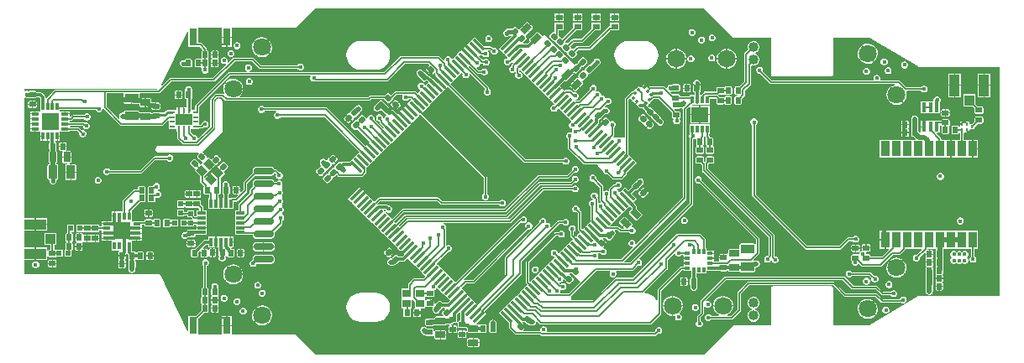
<source format=gtl>
G04*
G04 #@! TF.GenerationSoftware,Altium Limited,Altium Designer,25.7.1 (20)*
G04*
G04 Layer_Physical_Order=1*
G04 Layer_Color=255*
%FSLAX44Y44*%
%MOMM*%
G71*
G04*
G04 #@! TF.SameCoordinates,0BC58763-356E-4A0F-A031-124E3283D0B1*
G04*
G04*
G04 #@! TF.FilePolarity,Positive*
G04*
G01*
G75*
%ADD10C,0.2000*%
%ADD12C,0.2500*%
%ADD15C,0.1500*%
%ADD19C,0.2540*%
G04:AMPARAMS|DCode=20|XSize=0.55mm|YSize=0.65mm|CornerRadius=0.055mm|HoleSize=0mm|Usage=FLASHONLY|Rotation=270.000|XOffset=0mm|YOffset=0mm|HoleType=Round|Shape=RoundedRectangle|*
%AMROUNDEDRECTD20*
21,1,0.5500,0.5400,0,0,270.0*
21,1,0.4400,0.6500,0,0,270.0*
1,1,0.1100,-0.2700,-0.2200*
1,1,0.1100,-0.2700,0.2200*
1,1,0.1100,0.2700,0.2200*
1,1,0.1100,0.2700,-0.2200*
%
%ADD20ROUNDEDRECTD20*%
%ADD21R,0.4000X1.0000*%
G04:AMPARAMS|DCode=22|XSize=0.55mm|YSize=0.65mm|CornerRadius=0.055mm|HoleSize=0mm|Usage=FLASHONLY|Rotation=0.000|XOffset=0mm|YOffset=0mm|HoleType=Round|Shape=RoundedRectangle|*
%AMROUNDEDRECTD22*
21,1,0.5500,0.5400,0,0,0.0*
21,1,0.4400,0.6500,0,0,0.0*
1,1,0.1100,0.2200,-0.2700*
1,1,0.1100,-0.2200,-0.2700*
1,1,0.1100,-0.2200,0.2700*
1,1,0.1100,0.2200,0.2700*
%
%ADD22ROUNDEDRECTD22*%
%ADD23R,0.3000X0.8000*%
%ADD24R,0.9000X1.6000*%
G04:AMPARAMS|DCode=25|XSize=0.275mm|YSize=0.25mm|CornerRadius=0mm|HoleSize=0mm|Usage=FLASHONLY|Rotation=315.000|XOffset=0mm|YOffset=0mm|HoleType=Round|Shape=Rectangle|*
%AMROTATEDRECTD25*
4,1,4,-0.1856,0.0088,-0.0088,0.1856,0.1856,-0.0088,0.0088,-0.1856,-0.1856,0.0088,0.0*
%
%ADD25ROTATEDRECTD25*%

G04:AMPARAMS|DCode=26|XSize=0.55mm|YSize=0.65mm|CornerRadius=0.055mm|HoleSize=0mm|Usage=FLASHONLY|Rotation=45.000|XOffset=0mm|YOffset=0mm|HoleType=Round|Shape=RoundedRectangle|*
%AMROUNDEDRECTD26*
21,1,0.5500,0.5400,0,0,45.0*
21,1,0.4400,0.6500,0,0,45.0*
1,1,0.1100,0.3465,-0.0354*
1,1,0.1100,0.0354,-0.3465*
1,1,0.1100,-0.3465,0.0354*
1,1,0.1100,-0.0354,0.3465*
%
%ADD26ROUNDEDRECTD26*%
G04:AMPARAMS|DCode=27|XSize=0.275mm|YSize=0.25mm|CornerRadius=0mm|HoleSize=0mm|Usage=FLASHONLY|Rotation=225.000|XOffset=0mm|YOffset=0mm|HoleType=Round|Shape=Rectangle|*
%AMROTATEDRECTD27*
4,1,4,0.0088,0.1856,0.1856,0.0088,-0.0088,-0.1856,-0.1856,-0.0088,0.0088,0.1856,0.0*
%
%ADD27ROTATEDRECTD27*%

G04:AMPARAMS|DCode=28|XSize=0.55mm|YSize=0.65mm|CornerRadius=0.055mm|HoleSize=0mm|Usage=FLASHONLY|Rotation=135.000|XOffset=0mm|YOffset=0mm|HoleType=Round|Shape=RoundedRectangle|*
%AMROUNDEDRECTD28*
21,1,0.5500,0.5400,0,0,135.0*
21,1,0.4400,0.6500,0,0,135.0*
1,1,0.1100,0.0354,0.3465*
1,1,0.1100,0.3465,0.0354*
1,1,0.1100,-0.0354,-0.3465*
1,1,0.1100,-0.3465,-0.0354*
%
%ADD28ROUNDEDRECTD28*%
G04:AMPARAMS|DCode=29|XSize=1.475mm|YSize=0.3mm|CornerRadius=0mm|HoleSize=0mm|Usage=FLASHONLY|Rotation=45.000|XOffset=0mm|YOffset=0mm|HoleType=Round|Shape=Rectangle|*
%AMROTATEDRECTD29*
4,1,4,-0.4154,-0.6276,-0.6276,-0.4154,0.4154,0.6276,0.6276,0.4154,-0.4154,-0.6276,0.0*
%
%ADD29ROTATEDRECTD29*%

G04:AMPARAMS|DCode=30|XSize=1.475mm|YSize=0.3mm|CornerRadius=0mm|HoleSize=0mm|Usage=FLASHONLY|Rotation=135.000|XOffset=0mm|YOffset=0mm|HoleType=Round|Shape=Rectangle|*
%AMROTATEDRECTD30*
4,1,4,0.6276,-0.4154,0.4154,-0.6276,-0.6276,0.4154,-0.4154,0.6276,0.6276,-0.4154,0.0*
%
%ADD30ROTATEDRECTD30*%

G04:AMPARAMS|DCode=31|XSize=0.9mm|YSize=1.4mm|CornerRadius=0.09mm|HoleSize=0mm|Usage=FLASHONLY|Rotation=270.000|XOffset=0mm|YOffset=0mm|HoleType=Round|Shape=RoundedRectangle|*
%AMROUNDEDRECTD31*
21,1,0.9000,1.2200,0,0,270.0*
21,1,0.7200,1.4000,0,0,270.0*
1,1,0.1800,-0.6100,-0.3600*
1,1,0.1800,-0.6100,0.3600*
1,1,0.1800,0.6100,0.3600*
1,1,0.1800,0.6100,-0.3600*
%
%ADD31ROUNDEDRECTD31*%
G04:AMPARAMS|DCode=32|XSize=0.7mm|YSize=1mm|CornerRadius=0.07mm|HoleSize=0mm|Usage=FLASHONLY|Rotation=270.000|XOffset=0mm|YOffset=0mm|HoleType=Round|Shape=RoundedRectangle|*
%AMROUNDEDRECTD32*
21,1,0.7000,0.8600,0,0,270.0*
21,1,0.5600,1.0000,0,0,270.0*
1,1,0.1400,-0.4300,-0.2800*
1,1,0.1400,-0.4300,0.2800*
1,1,0.1400,0.4300,0.2800*
1,1,0.1400,0.4300,-0.2800*
%
%ADD32ROUNDEDRECTD32*%
%ADD33R,0.3000X0.6000*%
%ADD34R,0.6000X0.3000*%
%ADD35R,0.2500X0.4750*%
%ADD36R,0.4750X0.2500*%
G04:AMPARAMS|DCode=37|XSize=0.7mm|YSize=1mm|CornerRadius=0.07mm|HoleSize=0mm|Usage=FLASHONLY|Rotation=180.000|XOffset=0mm|YOffset=0mm|HoleType=Round|Shape=RoundedRectangle|*
%AMROUNDEDRECTD37*
21,1,0.7000,0.8600,0,0,180.0*
21,1,0.5600,1.0000,0,0,180.0*
1,1,0.1400,-0.2800,0.4300*
1,1,0.1400,0.2800,0.4300*
1,1,0.1400,0.2800,-0.4300*
1,1,0.1400,-0.2800,-0.4300*
%
%ADD37ROUNDEDRECTD37*%
G04:AMPARAMS|DCode=38|XSize=0.9mm|YSize=1.4mm|CornerRadius=0.09mm|HoleSize=0mm|Usage=FLASHONLY|Rotation=180.000|XOffset=0mm|YOffset=0mm|HoleType=Round|Shape=RoundedRectangle|*
%AMROUNDEDRECTD38*
21,1,0.9000,1.2200,0,0,180.0*
21,1,0.7200,1.4000,0,0,180.0*
1,1,0.1800,-0.3600,0.6100*
1,1,0.1800,0.3600,0.6100*
1,1,0.1800,0.3600,-0.6100*
1,1,0.1800,-0.3600,-0.6100*
%
%ADD38ROUNDEDRECTD38*%
G04:AMPARAMS|DCode=39|XSize=0.7mm|YSize=2mm|CornerRadius=0.175mm|HoleSize=0mm|Usage=FLASHONLY|Rotation=90.000|XOffset=0mm|YOffset=0mm|HoleType=Round|Shape=RoundedRectangle|*
%AMROUNDEDRECTD39*
21,1,0.7000,1.6500,0,0,90.0*
21,1,0.3500,2.0000,0,0,90.0*
1,1,0.3500,0.8250,0.1750*
1,1,0.3500,0.8250,-0.1750*
1,1,0.3500,-0.8250,-0.1750*
1,1,0.3500,-0.8250,0.1750*
%
%ADD39ROUNDEDRECTD39*%
%ADD40R,0.3000X0.8500*%
%ADD41R,0.8500X0.3000*%
%ADD42R,2.2000X1.0500*%
%ADD43R,0.8000X0.3000*%
%ADD44R,1.8000X1.8000*%
%ADD45R,1.7500X1.7500*%
%ADD46R,0.8000X1.7000*%
G04:AMPARAMS|DCode=47|XSize=0.875mm|YSize=0.775mm|CornerRadius=0mm|HoleSize=0mm|Usage=FLASHONLY|Rotation=135.000|XOffset=0mm|YOffset=0mm|HoleType=Round|Shape=Rectangle|*
%AMROTATEDRECTD47*
4,1,4,0.5834,-0.0354,0.0354,-0.5834,-0.5834,0.0354,-0.0354,0.5834,0.5834,-0.0354,0.0*
%
%ADD47ROTATEDRECTD47*%

G04:AMPARAMS|DCode=48|XSize=0.7mm|YSize=1mm|CornerRadius=0.07mm|HoleSize=0mm|Usage=FLASHONLY|Rotation=45.000|XOffset=0mm|YOffset=0mm|HoleType=Round|Shape=RoundedRectangle|*
%AMROUNDEDRECTD48*
21,1,0.7000,0.8600,0,0,45.0*
21,1,0.5600,1.0000,0,0,45.0*
1,1,0.1400,0.5021,-0.1061*
1,1,0.1400,0.1061,-0.5021*
1,1,0.1400,-0.5021,0.1061*
1,1,0.1400,-0.1061,0.5021*
%
%ADD48ROUNDEDRECTD48*%
G04:AMPARAMS|DCode=49|XSize=0.7mm|YSize=1mm|CornerRadius=0.07mm|HoleSize=0mm|Usage=FLASHONLY|Rotation=135.000|XOffset=0mm|YOffset=0mm|HoleType=Round|Shape=RoundedRectangle|*
%AMROUNDEDRECTD49*
21,1,0.7000,0.8600,0,0,135.0*
21,1,0.5600,1.0000,0,0,135.0*
1,1,0.1400,0.1061,0.5021*
1,1,0.1400,0.5021,0.1061*
1,1,0.1400,-0.1061,-0.5021*
1,1,0.1400,-0.5021,-0.1061*
%
%ADD49ROUNDEDRECTD49*%
%ADD50R,0.7000X0.6000*%
%ADD51R,1.7500X1.5500*%
%ADD52R,0.2500X0.3250*%
%ADD53R,1.0500X2.2000*%
%ADD54R,1.0000X1.0500*%
%ADD55R,0.8500X0.7500*%
%ADD56R,0.5000X0.5000*%
%ADD57R,0.5000X0.5000*%
%ADD58R,1.0500X1.0000*%
%ADD101C,0.5000*%
%ADD102C,0.3000*%
%ADD103C,0.4500*%
%ADD104C,0.5700*%
%ADD105C,0.1565*%
%ADD106C,1.8000*%
%ADD107C,1.0220*%
%ADD108C,0.4500*%
G36*
X715418Y145858D02*
X716080Y145416D01*
X716860Y145261D01*
X754101D01*
Y108020D01*
X754256Y107240D01*
X754698Y106578D01*
X755360Y106136D01*
X756140Y105981D01*
X815060D01*
X815840Y106136D01*
X816502Y106578D01*
X816944Y107240D01*
X817099Y108020D01*
Y145261D01*
X853775D01*
X902391Y116092D01*
X902534Y116040D01*
X902660Y115956D01*
X902905Y115907D01*
X903140Y115823D01*
X903291Y115830D01*
X903440Y115801D01*
X984871D01*
Y-115801D01*
X903440D01*
X903291Y-115830D01*
X903140Y-115823D01*
X902905Y-115907D01*
X902660Y-115956D01*
X902534Y-116040D01*
X902391Y-116091D01*
X853775Y-145261D01*
X817099D01*
Y-108020D01*
X816944Y-107240D01*
X816502Y-106578D01*
X815840Y-106136D01*
X815060Y-105981D01*
X756140D01*
X755360Y-106136D01*
X754698Y-106578D01*
X754256Y-107240D01*
X754101Y-108020D01*
Y-145261D01*
X716860D01*
X716860Y-145261D01*
X716080Y-145416D01*
X715418Y-145858D01*
X715418Y-145858D01*
X686555Y-174721D01*
X295445D01*
X276402Y-155678D01*
X275740Y-155236D01*
X274960Y-155081D01*
X211755D01*
X210766Y-155016D01*
X210766Y-154065D01*
Y-146008D01*
X205750D01*
X200734D01*
X200734Y-155016D01*
X199745Y-155081D01*
X177733D01*
X176750Y-155000D01*
Y-138523D01*
X182743Y-132530D01*
X185974D01*
X186579Y-132410D01*
X187091Y-132067D01*
X187434Y-131555D01*
X187554Y-130950D01*
Y-125550D01*
X187434Y-124945D01*
X187091Y-124432D01*
X187040Y-123766D01*
X187382Y-123253D01*
X187502Y-122649D01*
Y-117249D01*
X187382Y-116644D01*
X187040Y-116131D01*
X187091Y-115368D01*
X187434Y-114855D01*
X187554Y-114250D01*
Y-108850D01*
X187434Y-108245D01*
X187091Y-107733D01*
X186579Y-107390D01*
X185974Y-107270D01*
X185817D01*
Y-85482D01*
X186274Y-85292D01*
X187258Y-84308D01*
X187791Y-83021D01*
Y-81629D01*
X187258Y-80343D01*
X186274Y-79358D01*
X184988Y-78825D01*
X183595D01*
X182309Y-79358D01*
X181324Y-80343D01*
X180791Y-81629D01*
Y-83021D01*
X181324Y-84308D01*
X182248Y-85232D01*
Y-107270D01*
X181574D01*
X180969Y-107390D01*
X180456Y-107733D01*
X180114Y-108245D01*
X179993Y-108850D01*
Y-114250D01*
X180114Y-114855D01*
X180456Y-115368D01*
X180404Y-116131D01*
X180062Y-116644D01*
X179942Y-117249D01*
Y-122649D01*
X180062Y-123253D01*
X180404Y-123766D01*
X180456Y-124432D01*
X180114Y-124945D01*
X179993Y-125550D01*
Y-130233D01*
X174227Y-136000D01*
X166750D01*
Y-150886D01*
X165759Y-151112D01*
X138760Y-94877D01*
X138554Y-94603D01*
X138364Y-94318D01*
X138317Y-94286D01*
X138283Y-94241D01*
X137987Y-94066D01*
X137702Y-93876D01*
X137647Y-93864D01*
X137598Y-93836D01*
X137258Y-93787D01*
X136922Y-93720D01*
X2039D01*
Y-79266D01*
X12242D01*
Y-73000D01*
Y-66734D01*
X2039D01*
Y-49766D01*
X12242D01*
Y-43500D01*
X12750D01*
D01*
X12242D01*
Y-37234D01*
X2039D01*
Y83999D01*
X3055Y84643D01*
X3774Y84345D01*
X5167D01*
X5616Y84531D01*
X5937D01*
X5984Y84460D01*
X6496Y84118D01*
X7101Y83998D01*
X12501D01*
X13106Y84118D01*
X13619Y84460D01*
X13961Y84973D01*
X14012Y85229D01*
X16495D01*
X17525Y84199D01*
Y75608D01*
X17574Y75361D01*
Y70624D01*
X13082D01*
Y68108D01*
X12574D01*
Y67600D01*
X7558D01*
Y65592D01*
X7558D01*
Y63616D01*
X12574D01*
Y62600D01*
X7558D01*
Y58616D01*
X12574D01*
Y57600D01*
X7558D01*
Y55624D01*
X7558D01*
Y53616D01*
X12574D01*
Y53108D01*
X13082D01*
Y50592D01*
X17558D01*
Y46116D01*
X20074D01*
Y45608D01*
X20582D01*
Y40592D01*
X22590D01*
Y40592D01*
X24566D01*
Y45608D01*
X25582D01*
Y40592D01*
X27525D01*
Y39436D01*
X27081Y39139D01*
X26738Y38626D01*
X26618Y38021D01*
Y32621D01*
X26738Y32016D01*
X26864Y31828D01*
Y30286D01*
X26474Y30026D01*
X26099Y29463D01*
X25967Y28800D01*
Y20200D01*
X26099Y19537D01*
X26474Y18974D01*
X26864Y18714D01*
Y17473D01*
X26126Y17326D01*
X25497Y16906D01*
X25077Y16278D01*
X24930Y15536D01*
Y3336D01*
X25077Y2595D01*
X25497Y1966D01*
X26126Y1547D01*
X26950Y985D01*
Y-408D01*
X27483Y-1694D01*
X28467Y-2679D01*
X29754Y-3211D01*
X31146D01*
X32432Y-2679D01*
X33417Y-1694D01*
X33950Y-408D01*
Y985D01*
X34808Y1547D01*
X35437Y1966D01*
X35857Y2595D01*
X36004Y3336D01*
Y15536D01*
X35857Y16278D01*
X35437Y16906D01*
X34808Y17326D01*
X34067Y17473D01*
X34001D01*
Y18624D01*
X34526Y18974D01*
X34901Y19537D01*
X35033Y20200D01*
Y28800D01*
X34901Y29463D01*
X34526Y30026D01*
X34001Y30376D01*
Y31931D01*
X34058Y32016D01*
X34179Y32621D01*
Y38021D01*
X34058Y38626D01*
X33716Y39139D01*
X33203Y39481D01*
X32728Y39576D01*
X32828Y40592D01*
X34566D01*
Y45608D01*
X35074D01*
Y46116D01*
X37590D01*
Y50608D01*
X47574D01*
Y51269D01*
X54870D01*
X57154Y48985D01*
X57072Y48787D01*
Y47394D01*
X57605Y46108D01*
X58589Y45123D01*
X59876Y44591D01*
X61268D01*
X62554Y45123D01*
X63539Y46108D01*
X64072Y47394D01*
Y48787D01*
X63539Y50073D01*
X62554Y51058D01*
X61268Y51590D01*
X59876D01*
X59677Y51508D01*
X56870Y54316D01*
X56291Y54702D01*
X55609Y54838D01*
X48175D01*
X47574Y55608D01*
X48296Y56317D01*
X60585D01*
X60677Y56225D01*
Y55364D01*
X61210Y54078D01*
X62195Y53093D01*
X63481Y52560D01*
X64873D01*
X66160Y53093D01*
X67144Y54078D01*
X67677Y55364D01*
Y56756D01*
X67144Y58043D01*
X66160Y59027D01*
X64873Y59560D01*
X63481D01*
X62709Y59240D01*
X62586Y59363D01*
X62007Y59750D01*
X61324Y59886D01*
X47574D01*
Y61323D01*
X48945D01*
X49628Y61459D01*
X50207Y61846D01*
X51650Y63289D01*
X61792D01*
X61874Y63091D01*
X62859Y62106D01*
X64145Y61573D01*
X65538D01*
X66824Y62106D01*
X67808Y63091D01*
X68341Y64377D01*
Y65770D01*
X67808Y67056D01*
X66824Y68040D01*
X65538Y68573D01*
X64145D01*
X62859Y68040D01*
X61874Y67056D01*
X61792Y66858D01*
X50911D01*
X50228Y66722D01*
X49649Y66335D01*
X48590Y65276D01*
X47855Y65504D01*
X47590Y65713D01*
Y67600D01*
X42574D01*
Y68108D01*
X42066D01*
Y70624D01*
X37574D01*
Y72102D01*
X73759D01*
X74030Y71448D01*
X75014Y70464D01*
X76301Y69931D01*
X77693D01*
X78979Y70464D01*
X79964Y71448D01*
X80497Y72735D01*
Y73239D01*
X81513Y73547D01*
X81681Y73296D01*
X98027Y56949D01*
X98606Y56562D01*
X99289Y56427D01*
X140308D01*
X140990Y56562D01*
X141569Y56949D01*
X146479Y61859D01*
X147495Y61438D01*
Y58266D01*
X147495Y57750D01*
X147495Y56734D01*
Y52750D01*
X154234D01*
X154245Y52750D01*
X155250Y52723D01*
Y50005D01*
X155716D01*
Y43814D01*
X155852Y43131D01*
X156238Y42553D01*
X161030Y37761D01*
X161609Y37374D01*
X162292Y37238D01*
X175445D01*
X176128Y37374D01*
X176707Y37761D01*
X192262Y53316D01*
X192649Y53895D01*
X192784Y54578D01*
Y81882D01*
X195868Y84966D01*
X200899D01*
X204090Y81774D01*
X204669Y81387D01*
X205352Y81252D01*
X348786D01*
X349469Y81387D01*
X350048Y81774D01*
X351667Y83394D01*
X364107D01*
X364464Y83037D01*
X364480Y83026D01*
X367790Y79717D01*
X368302Y79374D01*
X368907Y79254D01*
X369512Y79374D01*
X370025Y79717D01*
X373136Y82828D01*
X373479Y83340D01*
X373599Y83945D01*
X373543Y84227D01*
X376786Y87470D01*
X382392D01*
X382958Y86454D01*
X382606Y85603D01*
Y84210D01*
X383139Y82924D01*
X384123Y81939D01*
X385410Y81407D01*
X386802D01*
X388088Y81939D01*
X389073Y82924D01*
X389155Y83122D01*
X390891D01*
X391687Y82327D01*
X388894Y79534D01*
X388184Y78825D01*
X387457Y78097D01*
X381116Y71756D01*
X381104Y71767D01*
X379684Y70347D01*
X385618Y64414D01*
X391551Y58481D01*
X392971Y59900D01*
X392960Y59912D01*
X399301Y66253D01*
X400019Y66972D01*
X401034Y66969D01*
X464568Y3435D01*
Y-12496D01*
X464370Y-12578D01*
X463386Y-13563D01*
X462853Y-14849D01*
Y-16241D01*
X463386Y-17528D01*
X464370Y-18512D01*
X465657Y-19045D01*
X467049D01*
X468335Y-18512D01*
X469320Y-17528D01*
X469853Y-16241D01*
Y-14849D01*
X469320Y-13563D01*
X468335Y-12578D01*
X468137Y-12496D01*
Y4174D01*
X468001Y4857D01*
X467614Y5435D01*
X403049Y70001D01*
X406372Y73324D01*
X407090Y74043D01*
X407090D01*
X407090Y74043D01*
X410626Y77578D01*
X416979Y83931D01*
X417697Y84649D01*
X418415Y85368D01*
X424757Y91709D01*
X424768Y91698D01*
X426188Y93118D01*
X420255Y99051D01*
X414321Y104984D01*
X412947Y103610D01*
X410201Y106357D01*
X409374Y106909D01*
X408399Y107103D01*
X408228D01*
X405198Y110133D01*
X404686Y110475D01*
X404464Y110519D01*
X403036Y111947D01*
X402744Y112143D01*
X402496Y112391D01*
X402171Y112526D01*
X401879Y112721D01*
X401534Y112790D01*
X401209Y112924D01*
X400858D01*
X400513Y112993D01*
X400168Y112924D01*
X399817D01*
X399492Y112790D01*
X399147Y112721D01*
X398855Y112526D01*
X398531Y112391D01*
X398282Y112143D01*
X397990Y111947D01*
X397794Y111655D01*
X397546Y111407D01*
X397411Y111082D01*
X397216Y110790D01*
X397148Y110445D01*
X397013Y110120D01*
Y109769D01*
X396945Y109424D01*
X397013Y109079D01*
Y108728D01*
X397148Y108403D01*
X397216Y108058D01*
X397411Y107766D01*
X397546Y107442D01*
X397794Y107193D01*
X397990Y106901D01*
X399489Y105401D01*
X399510Y105299D01*
X399852Y104787D01*
X403671Y100968D01*
X404183Y100626D01*
X404788Y100505D01*
X405393Y100626D01*
X405906Y100968D01*
X406507Y101570D01*
X407796Y101552D01*
X409354Y99994D01*
X406571Y97212D01*
X406347Y96987D01*
X406172Y96976D01*
X405208Y97285D01*
X404825Y98210D01*
X403840Y99194D01*
X402554Y99727D01*
X401161D01*
X399875Y99194D01*
X398890Y98210D01*
X398358Y96923D01*
Y95531D01*
X398890Y94245D01*
X399875Y93260D01*
X400800Y92877D01*
X401148Y91789D01*
X398276Y88916D01*
X396676Y90516D01*
X396097Y90903D01*
X395415Y91038D01*
X376047D01*
X375364Y90903D01*
X374785Y90516D01*
X371234Y86964D01*
X369318Y88881D01*
X368805Y89224D01*
X368200Y89344D01*
X367595Y89224D01*
X367082Y88881D01*
X365111Y86910D01*
X364846Y86962D01*
X350928D01*
X350245Y86827D01*
X349666Y86440D01*
X348047Y84820D01*
X218636D01*
X218266Y85836D01*
X219606Y86961D01*
X220071Y87625D01*
X211866Y93370D01*
X203662Y99115D01*
X203197Y98451D01*
X202295Y95972D01*
X202065Y93345D01*
X202523Y90748D01*
X203379Y88913D01*
X202578Y88226D01*
X202320Y88399D01*
X201638Y88534D01*
X195129D01*
X194446Y88399D01*
X193867Y88012D01*
X189738Y83883D01*
X189352Y83304D01*
X189216Y82621D01*
Y55317D01*
X177383Y43484D01*
X176367Y43905D01*
Y44174D01*
X175834Y45460D01*
X174850Y46445D01*
X173563Y46978D01*
X172171D01*
X171973Y46895D01*
X169841Y49027D01*
X169750Y50005D01*
X169750D01*
Y52723D01*
X170755Y52750D01*
X170766Y52750D01*
X177505D01*
Y53216D01*
X180282D01*
X180965Y53351D01*
X181544Y53738D01*
X182315Y54509D01*
X183087Y54189D01*
X184479D01*
X185766Y54722D01*
X186750Y55706D01*
X187283Y56993D01*
Y58385D01*
X186750Y59672D01*
X185766Y60656D01*
X184479Y61189D01*
X183087D01*
X181801Y60656D01*
X180816Y59672D01*
X180283Y58385D01*
Y57524D01*
X179543Y56784D01*
X177626D01*
X177505Y57750D01*
X177505Y58266D01*
Y61734D01*
X177505Y62250D01*
X177505Y63266D01*
Y66734D01*
X177505Y67250D01*
X177505Y68266D01*
Y70328D01*
X177539Y70500D01*
Y75356D01*
X209137Y106954D01*
X289914D01*
X290352Y105938D01*
X289908Y104867D01*
Y103474D01*
X290441Y102188D01*
X291425Y101203D01*
X292712Y100670D01*
X294104D01*
X295390Y101203D01*
X295403Y101216D01*
X367285D01*
X367968Y101351D01*
X368547Y101738D01*
X385344Y118535D01*
X409377D01*
X410083Y117786D01*
X410027Y117218D01*
X408830Y116021D01*
X411869Y112983D01*
X411509Y112624D01*
X411869Y112265D01*
X409184Y109580D01*
X410734Y108030D01*
X411252Y107684D01*
X411863Y107562D01*
X412474Y107684D01*
X412992Y108030D01*
X414509Y109547D01*
X415611Y109212D01*
X415626Y109138D01*
X416012Y108559D01*
X416441Y108131D01*
X416460Y107122D01*
X415040Y105703D01*
X420973Y99769D01*
X426906Y93836D01*
X428326Y95256D01*
X429334Y95237D01*
X505456Y19115D01*
X506035Y18728D01*
X506718Y18593D01*
X544546D01*
X544628Y18394D01*
X545613Y17410D01*
X546899Y16877D01*
X548292D01*
X549578Y17410D01*
X550563Y18394D01*
X551096Y19681D01*
Y21073D01*
X550563Y22360D01*
X549578Y23344D01*
X548292Y23877D01*
X546899D01*
X545613Y23344D01*
X544628Y22360D01*
X544546Y22161D01*
X507457D01*
X431333Y98285D01*
X434656Y101608D01*
X435375Y102327D01*
X435375D01*
X435375Y102327D01*
X442446Y109398D01*
X443295Y108996D01*
X443498Y108794D01*
X443250Y108196D01*
Y106804D01*
X443783Y105517D01*
X444767Y104533D01*
X446054Y104000D01*
X447446D01*
X448733Y104533D01*
X449717Y105517D01*
X450250Y106804D01*
Y108196D01*
X450219Y108271D01*
X451080Y108847D01*
X466087Y93840D01*
Y92785D01*
X465478Y92176D01*
X464945Y90890D01*
Y89497D01*
X465478Y88211D01*
X466463Y87227D01*
X467749Y86694D01*
X469142D01*
X470428Y87227D01*
X471413Y88211D01*
X471945Y89497D01*
Y90890D01*
X471413Y92176D01*
X470428Y93161D01*
X469656Y93481D01*
Y94579D01*
X469520Y95262D01*
X469133Y95841D01*
X449521Y115453D01*
X449729Y115953D01*
X450881Y116117D01*
X457845Y109152D01*
X458424Y108766D01*
X459107Y108630D01*
X462138D01*
X462208Y108459D01*
X463193Y107475D01*
X464479Y106942D01*
X465872D01*
X467158Y107475D01*
X468143Y108459D01*
X468675Y109746D01*
Y111138D01*
X468143Y112424D01*
X467158Y113409D01*
X465872Y113942D01*
X464479D01*
X463193Y113409D01*
X462208Y112424D01*
X462115Y112198D01*
X459846D01*
X457235Y114810D01*
X457655Y115826D01*
X458566D01*
X459852Y116359D01*
X460837Y117344D01*
X461355Y118594D01*
X461376Y118634D01*
X461590Y118793D01*
X462385Y119212D01*
X462887Y119112D01*
X463781D01*
X464101Y118340D01*
X465086Y117355D01*
X466372Y116823D01*
X467765D01*
X469051Y117355D01*
X470036Y118340D01*
X470569Y119627D01*
Y121019D01*
X470036Y122305D01*
X469051Y123290D01*
X467765Y123823D01*
X466372D01*
X465086Y123290D01*
X464477Y122681D01*
X463626D01*
X462688Y123619D01*
X462326Y123861D01*
X459617Y126569D01*
X461160Y128112D01*
X461737Y127727D01*
X462420Y127591D01*
X463530D01*
X463849Y126819D01*
X464834Y125834D01*
X466120Y125301D01*
X467513D01*
X468799Y125834D01*
X469784Y126819D01*
X470317Y128105D01*
Y129498D01*
X469784Y130784D01*
X468992Y131576D01*
X469235Y132479D01*
X469304Y132592D01*
X471221D01*
X471823Y131989D01*
Y130680D01*
X472356Y129393D01*
X473341Y128409D01*
X474627Y127876D01*
X476019D01*
X477306Y128409D01*
X478290Y129393D01*
X478823Y130680D01*
Y132072D01*
X478290Y133358D01*
X477306Y134343D01*
X476019Y134876D01*
X474627D01*
X474172Y134687D01*
X473221Y135638D01*
X472642Y136024D01*
X471959Y136160D01*
X465181D01*
X455350Y145991D01*
X451815Y142455D01*
X451815Y142455D01*
X451815Y142455D01*
X451097Y141737D01*
X441927Y132567D01*
X441208Y131849D01*
X440490Y131130D01*
X437673Y128313D01*
X433230Y123870D01*
X432031Y124108D01*
X431797Y124674D01*
X430813Y125658D01*
X429526Y126191D01*
X428134D01*
X426847Y125658D01*
X425863Y124674D01*
X425330Y123387D01*
Y122504D01*
X424314Y122083D01*
X420101Y126296D01*
X419522Y126683D01*
X418839Y126818D01*
X381534D01*
X380851Y126683D01*
X380272Y126296D01*
X364499Y110522D01*
X229095D01*
X228893Y111538D01*
X229483Y111783D01*
X230467Y112767D01*
X231000Y114054D01*
Y115446D01*
X230467Y116733D01*
X229483Y117717D01*
X228196Y118250D01*
X226804D01*
X225517Y117717D01*
X224533Y116733D01*
X224000Y115446D01*
Y114054D01*
X224533Y112767D01*
X225517Y111783D01*
X226107Y111538D01*
X225905Y110522D01*
X208398D01*
X207715Y110387D01*
X207136Y110000D01*
X174493Y77357D01*
X174107Y76778D01*
X173971Y76095D01*
Y72250D01*
X170844D01*
X170755Y72250D01*
X169828Y72466D01*
Y83086D01*
X169983Y83117D01*
X170496Y83459D01*
X170838Y83972D01*
X170958Y84577D01*
Y89977D01*
X170838Y90582D01*
X170496Y91094D01*
X170454Y91122D01*
X170769Y91883D01*
Y93275D01*
X170236Y94562D01*
X169252Y95546D01*
X167965Y96079D01*
X166573D01*
X165286Y95546D01*
X164302Y94562D01*
X163769Y93275D01*
Y91883D01*
X164045Y91217D01*
X163861Y91094D01*
X163518Y90582D01*
X163398Y89977D01*
Y84577D01*
X163518Y83972D01*
X163861Y83459D01*
X164373Y83117D01*
X164978Y82997D01*
X165200D01*
Y75847D01*
X164766Y75011D01*
X164184Y75011D01*
X163008D01*
Y71620D01*
Y68229D01*
X164241D01*
X164766Y68229D01*
X165775Y68245D01*
X165782D01*
X169739D01*
X169750Y68245D01*
X170755Y68218D01*
X170755Y67750D01*
X170755Y66734D01*
Y63266D01*
X170755Y62750D01*
X170755Y61734D01*
Y58266D01*
X170755Y57750D01*
Y56782D01*
X169750Y56755D01*
X169739Y56755D01*
X165250D01*
Y56755D01*
X164750D01*
Y56755D01*
X160250D01*
Y56755D01*
X159750D01*
Y56755D01*
X155261D01*
X155250Y56755D01*
X154245Y56782D01*
X154245Y57250D01*
X154245Y58266D01*
Y61734D01*
X154245Y62250D01*
X154245Y63266D01*
Y66734D01*
X154245Y67250D01*
X154245Y68164D01*
X155234Y68229D01*
X155261Y68229D01*
X156992D01*
Y71620D01*
Y75011D01*
X155234D01*
Y72315D01*
X154245Y72250D01*
X154218Y72250D01*
X151194D01*
X150870Y72315D01*
X150770Y72295D01*
X146162D01*
X145276Y72118D01*
X144525Y71617D01*
X142457Y69548D01*
X137622D01*
X137561Y69590D01*
X136956Y69710D01*
X131556D01*
X130951Y69590D01*
X130440Y69248D01*
X129378D01*
X129240Y69455D01*
X128678Y69831D01*
X128014Y69963D01*
X119414D01*
X118751Y69831D01*
X118730Y69817D01*
X117612Y70229D01*
X117604Y70271D01*
X117184Y70899D01*
X116556Y71319D01*
X115814Y71467D01*
X103614D01*
X102873Y71319D01*
X102245Y70899D01*
X101825Y70271D01*
X101677Y69530D01*
Y69411D01*
X100511D01*
X100166Y69342D01*
X99815D01*
X99490Y69208D01*
X99145Y69139D01*
X98853Y68944D01*
X98528Y68809D01*
X98280Y68561D01*
X97987Y68365D01*
X97792Y68073D01*
X97543Y67825D01*
X97409Y67500D01*
X97214Y67208D01*
X97145Y66863D01*
X97011Y66538D01*
Y66187D01*
X96942Y65842D01*
X97011Y65497D01*
Y65146D01*
X97145Y64821D01*
X97214Y64476D01*
X97409Y64184D01*
X97543Y63860D01*
X96785Y63239D01*
X84727Y75297D01*
Y88966D01*
X101048D01*
X101249Y88784D01*
X101744Y87950D01*
X101661Y87530D01*
Y84438D01*
X109714D01*
Y83930D01*
X110222D01*
Y78376D01*
X115814D01*
X116562Y78525D01*
X116649Y78583D01*
X117665Y78040D01*
Y76630D01*
X117798Y75960D01*
X118177Y75392D01*
X118745Y75013D01*
X119414Y74880D01*
X123206D01*
Y79430D01*
Y83979D01*
X119414D01*
X118784Y83854D01*
X118740Y83849D01*
X117768Y84415D01*
Y87530D01*
X117684Y87950D01*
X118180Y88784D01*
X118381Y88966D01*
X137351D01*
X138034Y89101D01*
X138612Y89488D01*
X149840Y100716D01*
X192500D01*
X193183Y100851D01*
X193762Y101238D01*
X213924Y121401D01*
X231019D01*
X238181Y114238D01*
X238760Y113851D01*
X239443Y113716D01*
X276951D01*
X277033Y113517D01*
X278017Y112533D01*
X279304Y112000D01*
X280696D01*
X281983Y112533D01*
X282967Y113517D01*
X283500Y114804D01*
Y116196D01*
X282967Y117483D01*
X281983Y118467D01*
X280696Y119000D01*
X279304D01*
X278017Y118467D01*
X277033Y117483D01*
X276951Y117284D01*
X240182D01*
X233019Y124447D01*
X232440Y124834D01*
X231758Y124970D01*
X213185D01*
X212502Y124834D01*
X211924Y124447D01*
X207050Y119574D01*
X206189Y120149D01*
X206621Y121191D01*
Y122584D01*
X206088Y123870D01*
X205103Y124855D01*
X203817Y125387D01*
X202425D01*
X201138Y124855D01*
X200154Y123870D01*
X199621Y122584D01*
Y121191D01*
X200154Y119905D01*
X201138Y118920D01*
X202425Y118387D01*
X203817D01*
X204859Y118819D01*
X205434Y117958D01*
X191761Y104284D01*
X149101D01*
X148418Y104149D01*
X147839Y103762D01*
X140749Y96672D01*
X139908Y97268D01*
X165759Y151112D01*
X166750Y150886D01*
Y136000D01*
X174553D01*
X174750Y135961D01*
X178405D01*
X181345Y133021D01*
X181011Y131918D01*
X180969Y131910D01*
X180456Y131567D01*
X180114Y131055D01*
X179993Y130450D01*
Y125050D01*
X180114Y124445D01*
X180186Y124337D01*
X180129Y124213D01*
X179515Y123513D01*
X179176Y123581D01*
X174776D01*
X174171Y123460D01*
X173659Y123118D01*
X173316Y122605D01*
X173196Y122000D01*
Y116600D01*
X173316Y115995D01*
X173659Y115483D01*
X174171Y115140D01*
X174776Y115020D01*
X179176D01*
X179781Y115140D01*
X180361Y114922D01*
X180744Y113786D01*
X180500Y113196D01*
Y111804D01*
X181033Y110517D01*
X182017Y109533D01*
X183304Y109000D01*
X184696D01*
X185983Y109533D01*
X186967Y110517D01*
X187500Y111804D01*
Y113196D01*
X186967Y114483D01*
X187040Y115484D01*
X187382Y115997D01*
X187502Y116601D01*
Y122001D01*
X187382Y122606D01*
X187040Y123119D01*
X187091Y123933D01*
X187434Y124445D01*
X187554Y125050D01*
Y130450D01*
X187434Y131055D01*
X187091Y131567D01*
X186579Y131910D01*
X185974Y132030D01*
X185813D01*
Y133476D01*
X185813Y133476D01*
X185658Y134256D01*
X185216Y134918D01*
X185216Y134918D01*
X180692Y139442D01*
X180030Y139884D01*
X179250Y140039D01*
X176750D01*
Y155000D01*
X177733Y155081D01*
X199745D01*
X200734Y155016D01*
X200734Y154065D01*
Y146008D01*
X205750D01*
X210766D01*
X210766Y155016D01*
X211755Y155081D01*
X274960D01*
X275740Y155236D01*
X276402Y155678D01*
X276402Y155678D01*
X295445Y174721D01*
X686555D01*
X715418Y145858D01*
D02*
G37*
G36*
X135866Y92704D02*
X135752Y92534D01*
X33035D01*
X32352Y92399D01*
X31773Y92012D01*
X23812Y84051D01*
X23639Y83792D01*
X22623Y84100D01*
Y85255D01*
X22429Y86230D01*
X21877Y87058D01*
X19354Y89580D01*
X18527Y90133D01*
X17551Y90327D01*
X14012D01*
X13961Y90583D01*
X13619Y91096D01*
X13106Y91438D01*
X12501Y91558D01*
X7101D01*
X6496Y91438D01*
X6078Y91159D01*
X5616D01*
X5167Y91345D01*
X3774D01*
X3055Y91047D01*
X2039Y91691D01*
Y93720D01*
X135323D01*
X135866Y92704D01*
D02*
G37*
%LPC*%
G36*
X601266Y169766D02*
X597258D01*
Y166258D01*
X601266D01*
Y169766D01*
D02*
G37*
G36*
X582599D02*
X578591D01*
Y166258D01*
X582599D01*
Y169766D01*
D02*
G37*
G36*
X563933D02*
X559925D01*
Y166258D01*
X563933D01*
Y169766D01*
D02*
G37*
G36*
X545266D02*
X541258D01*
Y166258D01*
X545266D01*
Y169766D01*
D02*
G37*
G36*
X596242D02*
X592234D01*
Y166258D01*
X596242D01*
Y169766D01*
D02*
G37*
G36*
X577575D02*
X573567D01*
Y166258D01*
X577575D01*
Y169766D01*
D02*
G37*
G36*
X558909D02*
X554901D01*
Y166258D01*
X558909D01*
Y169766D01*
D02*
G37*
G36*
X540242D02*
X536234D01*
Y166258D01*
X540242D01*
Y169766D01*
D02*
G37*
G36*
X601266Y165242D02*
X597258D01*
Y161734D01*
X601266D01*
Y165242D01*
D02*
G37*
G36*
X596242D02*
X592234D01*
Y161734D01*
X596242D01*
Y165242D01*
D02*
G37*
G36*
X582599D02*
X578591D01*
Y161734D01*
X582599D01*
Y165242D01*
D02*
G37*
G36*
X577575D02*
X573567D01*
Y161734D01*
X577575D01*
Y165242D01*
D02*
G37*
G36*
X563933D02*
X559925D01*
Y161734D01*
X563933D01*
Y165242D01*
D02*
G37*
G36*
X558909D02*
X554901D01*
Y161734D01*
X558909D01*
Y165242D01*
D02*
G37*
G36*
X545266D02*
X541258D01*
Y161734D01*
X545266D01*
Y165242D01*
D02*
G37*
G36*
X540242D02*
X536234D01*
Y161734D01*
X540242D01*
Y165242D01*
D02*
G37*
G36*
X508611Y160970D02*
X507941Y160837D01*
X507374Y160457D01*
X504692Y157776D01*
X507550Y154918D01*
X511469Y158837D01*
X509848Y160457D01*
X509281Y160837D01*
X508611Y160970D01*
D02*
G37*
G36*
X503974Y157058D02*
X501293Y154376D01*
X500938Y153845D01*
X500905Y153807D01*
X499821Y153525D01*
X497379Y155967D01*
X496866Y156310D01*
X496261Y156430D01*
X495657Y156310D01*
X495144Y155967D01*
X493522Y154345D01*
X489346D01*
X488078Y154093D01*
X487003Y153374D01*
X486435Y152807D01*
X485985Y152620D01*
X485001Y151636D01*
X484468Y150350D01*
Y148957D01*
X485001Y147671D01*
X485985Y146686D01*
X487272Y146153D01*
X488664D01*
X489950Y146686D01*
X490935Y147671D01*
X490954Y147718D01*
X491994D01*
X492415Y146702D01*
X485817Y140103D01*
X485677Y139895D01*
X479930Y134147D01*
X483454Y130623D01*
X483442Y130611D01*
X484862Y129191D01*
X490796Y135125D01*
X491514Y134406D01*
X485581Y128473D01*
X487001Y127053D01*
X487012Y127064D01*
X488910Y125166D01*
X488489Y124150D01*
X487817D01*
X486531Y123617D01*
X485546Y122633D01*
X485013Y121346D01*
Y119954D01*
X485546Y118667D01*
X486531Y117683D01*
X487817Y117150D01*
X489210D01*
X490496Y117683D01*
X491480Y118667D01*
X491891Y119658D01*
X492346Y119962D01*
X492722Y120338D01*
X493738Y120338D01*
X494072Y120005D01*
X494118Y119008D01*
X493188Y118078D01*
X492801Y117499D01*
X492666Y116816D01*
Y116564D01*
X491893Y116244D01*
X490909Y115259D01*
X490376Y113973D01*
Y112580D01*
X490909Y111294D01*
X491893Y110309D01*
X493180Y109777D01*
X494572D01*
X495858Y110309D01*
X496024Y110475D01*
X497040Y110054D01*
Y109215D01*
X497065Y109089D01*
X496558Y107865D01*
Y106473D01*
X497090Y105187D01*
X498075Y104202D01*
X499361Y103669D01*
X500754D01*
X502040Y104202D01*
X503025Y105187D01*
X503558Y106473D01*
Y107865D01*
X503025Y109152D01*
X502040Y110136D01*
X500754Y110669D01*
X500608D01*
Y112031D01*
X501624Y112452D01*
X504678Y109398D01*
Y109398D01*
X504678Y109398D01*
X511749Y102327D01*
X511749D01*
X511749Y102327D01*
X515285Y98791D01*
X521637Y92439D01*
X522356Y91720D01*
Y91720D01*
X522356Y91720D01*
X529416Y84661D01*
X529404Y84649D01*
X530824Y83229D01*
X536758Y89163D01*
X542691Y95096D01*
X541317Y96470D01*
X546186Y101339D01*
X546576Y101078D01*
X547240Y100946D01*
X547903Y101078D01*
X548465Y101454D01*
X554546Y107535D01*
X554922Y108097D01*
X555054Y108760D01*
X554960Y109235D01*
X555747Y110022D01*
X556260Y109509D01*
X556773Y109167D01*
X557377Y109046D01*
X557982Y109167D01*
X558495Y109509D01*
X562313Y113328D01*
X562656Y113840D01*
X562776Y114445D01*
X562719Y114732D01*
X563422Y115331D01*
X563542Y115413D01*
X564127Y115296D01*
X564732Y115417D01*
X565245Y115759D01*
X569063Y119578D01*
X569406Y120090D01*
X569526Y120695D01*
X569406Y121300D01*
X569063Y121813D01*
X565952Y124924D01*
X565439Y125267D01*
X564835Y125387D01*
X564230Y125267D01*
X563717Y124924D01*
X559899Y121105D01*
X559556Y120593D01*
X559436Y119988D01*
X559493Y119702D01*
X558790Y119102D01*
X558670Y119021D01*
X558084Y119137D01*
X557480Y119017D01*
X556967Y118674D01*
X556075Y117782D01*
X551842Y122015D01*
X551764Y122408D01*
X551421Y122921D01*
X547603Y126740D01*
X547090Y127082D01*
X546697Y127160D01*
X546084Y127773D01*
X545966Y128367D01*
X545623Y128880D01*
X541805Y132698D01*
X541292Y133041D01*
X540698Y133159D01*
X526307Y147550D01*
X525715Y147796D01*
X525541Y147867D01*
X524776Y147550D01*
X524776Y147550D01*
X523802Y146576D01*
X523696Y146587D01*
X519736Y150546D01*
X519174Y150922D01*
X518510Y151054D01*
X517847Y150922D01*
X517285Y150546D01*
X511204Y144465D01*
X510828Y143903D01*
X510696Y143240D01*
X510828Y142576D01*
X511204Y142014D01*
X511381Y141836D01*
X509081Y139536D01*
X505013D01*
X504592Y140552D01*
X505306Y141266D01*
X502622Y143951D01*
X503340Y144669D01*
X506025Y141985D01*
X507575Y143535D01*
X507921Y144053D01*
X508042Y144664D01*
X507921Y145275D01*
X507575Y145793D01*
X506893Y146474D01*
X507155Y147543D01*
X507209Y147596D01*
X507727Y147942D01*
X510408Y150624D01*
X507191Y153841D01*
X503974Y157058D01*
D02*
G37*
G36*
X512187Y158118D02*
X508269Y154200D01*
X511127Y151342D01*
X513808Y154023D01*
X514187Y154591D01*
X514320Y155260D01*
X514187Y155930D01*
X513808Y156498D01*
X512187Y158118D01*
D02*
G37*
G36*
X675434Y153824D02*
X674042D01*
X672755Y153291D01*
X671771Y152307D01*
X671238Y151020D01*
Y149628D01*
X671771Y148342D01*
X672755Y147357D01*
X674042Y146824D01*
X675434D01*
X676720Y147357D01*
X677705Y148342D01*
X678238Y149628D01*
Y151020D01*
X677705Y152307D01*
X676720Y153291D01*
X675434Y153824D01*
D02*
G37*
G36*
X695696Y148500D02*
X694304D01*
X693017Y147967D01*
X692033Y146983D01*
X691500Y145696D01*
Y144304D01*
X692033Y143017D01*
X693017Y142033D01*
X694304Y141500D01*
X695696D01*
X696983Y142033D01*
X697967Y143017D01*
X698500Y144304D01*
Y145696D01*
X697967Y146983D01*
X696983Y147967D01*
X695696Y148500D01*
D02*
G37*
G36*
X470417Y147539D02*
X469024D01*
X467738Y147006D01*
X466753Y146021D01*
X466221Y144735D01*
Y143343D01*
X466753Y142056D01*
X467738Y141072D01*
X469024Y140539D01*
X470417D01*
X471703Y141072D01*
X472688Y142056D01*
X473220Y143343D01*
Y144735D01*
X472688Y146021D01*
X471703Y147006D01*
X470417Y147539D01*
D02*
G37*
G36*
X684946Y146250D02*
X683554D01*
X682267Y145717D01*
X681283Y144733D01*
X680750Y143446D01*
Y142054D01*
X681283Y140767D01*
X682267Y139783D01*
X683554Y139250D01*
X684946D01*
X686233Y139783D01*
X687217Y140767D01*
X687750Y142054D01*
Y143446D01*
X687217Y144733D01*
X686233Y145717D01*
X684946Y146250D01*
D02*
G37*
G36*
X601250Y160250D02*
X592250D01*
Y157382D01*
X591629Y156668D01*
X590848Y156513D01*
X590187Y156071D01*
X570905Y136789D01*
X559443D01*
X559443Y136789D01*
X558663Y136634D01*
X558001Y136192D01*
X558001Y136192D01*
X555150Y133340D01*
X554677Y133813D01*
X554165Y134155D01*
X553560Y134276D01*
X553161Y134836D01*
X553041Y135440D01*
X552698Y135953D01*
X552236Y136415D01*
X555532Y139711D01*
X563583D01*
X564364Y139866D01*
X565025Y140308D01*
X576967Y152250D01*
X582583D01*
Y160250D01*
X573583D01*
Y154634D01*
X562739Y143789D01*
X554687D01*
X553906Y143634D01*
X553245Y143192D01*
X549352Y139299D01*
X548880Y139771D01*
X548367Y140114D01*
X547762Y140234D01*
X547126Y140208D01*
X546921Y140809D01*
X546696Y141145D01*
X557800Y152250D01*
X563917D01*
Y160250D01*
X554917D01*
Y155134D01*
X543841Y144058D01*
X542760Y145140D01*
X542247Y145482D01*
X541642Y145603D01*
X540928Y145933D01*
X540816Y146395D01*
X540786Y146547D01*
X540443Y147060D01*
X539924Y147580D01*
X540134Y147894D01*
X540289Y148675D01*
Y152250D01*
X545250D01*
Y160250D01*
X536250D01*
Y154447D01*
X536211Y154250D01*
Y152238D01*
X535508Y151341D01*
X534903Y151221D01*
X534390Y150879D01*
X531279Y147767D01*
X530936Y147255D01*
X530816Y146650D01*
X530936Y146045D01*
X531279Y145532D01*
X535097Y141714D01*
X535610Y141371D01*
X536215Y141251D01*
X536929Y140921D01*
X537041Y140458D01*
X537071Y140306D01*
X537414Y139794D01*
X541232Y135975D01*
X541745Y135632D01*
X542350Y135512D01*
X542986Y135539D01*
X543191Y134938D01*
X543534Y134425D01*
X547352Y130607D01*
X547865Y130264D01*
X548469Y130144D01*
X548868Y129584D01*
X548989Y128979D01*
X549331Y128467D01*
X553150Y124648D01*
X553662Y124306D01*
X554267Y124185D01*
X554872Y124306D01*
X555384Y124648D01*
X558496Y127759D01*
X558838Y128272D01*
X558959Y128877D01*
X558838Y129482D01*
X558496Y129994D01*
X558034Y130456D01*
X560288Y132711D01*
X571750D01*
X572530Y132866D01*
X573192Y133308D01*
X591527Y151644D01*
X592250Y152250D01*
Y152250D01*
X592250Y152250D01*
X601250D01*
Y160250D01*
D02*
G37*
G36*
X240855Y145492D02*
X238258Y145034D01*
X235868Y143919D01*
X233847Y142224D01*
X233382Y141560D01*
X241171Y136106D01*
X246624Y143895D01*
X245960Y144360D01*
X243482Y145262D01*
X240855Y145492D01*
D02*
G37*
G36*
X210766Y144992D02*
X206258D01*
Y135984D01*
X210766D01*
Y144992D01*
D02*
G37*
G36*
X205242D02*
X200734D01*
Y135984D01*
X205242D01*
Y144992D01*
D02*
G37*
G36*
X216696Y140500D02*
X215304D01*
X214017Y139967D01*
X213033Y138983D01*
X212500Y137696D01*
Y136304D01*
X213033Y135017D01*
X214017Y134033D01*
X215304Y133500D01*
X216696D01*
X217983Y134033D01*
X218967Y135017D01*
X219500Y136304D01*
Y137696D01*
X218967Y138983D01*
X217983Y139967D01*
X216696Y140500D01*
D02*
G37*
G36*
X247457Y143312D02*
X242003Y135524D01*
X249792Y130070D01*
X250257Y130734D01*
X251159Y133212D01*
X251388Y135840D01*
X250931Y138437D01*
X249816Y140827D01*
X248121Y142847D01*
X247457Y143312D01*
D02*
G37*
G36*
X852213Y139046D02*
X849585Y138816D01*
X847107Y137914D01*
X846443Y137449D01*
X851897Y129661D01*
X859685Y135114D01*
X859220Y135778D01*
X857200Y137473D01*
X854810Y138588D01*
X852213Y139046D01*
D02*
G37*
G36*
X195978Y132047D02*
X194286D01*
Y128258D01*
X197575D01*
Y130450D01*
X197453Y131061D01*
X197107Y131579D01*
X196589Y131925D01*
X195978Y132047D01*
D02*
G37*
G36*
X193270D02*
X191578D01*
X190967Y131925D01*
X190449Y131579D01*
X190103Y131061D01*
X189981Y130450D01*
Y128258D01*
X193270D01*
Y132047D01*
D02*
G37*
G36*
X232800Y140728D02*
X232335Y140064D01*
X231433Y137585D01*
X231203Y134958D01*
X231661Y132361D01*
X232775Y129971D01*
X234471Y127950D01*
X235135Y127486D01*
X240588Y135274D01*
X232800Y140728D01*
D02*
G37*
G36*
X210669Y132520D02*
X209277D01*
X207991Y131987D01*
X207006Y131002D01*
X206473Y129716D01*
Y128323D01*
X207006Y127037D01*
X207991Y126053D01*
X209277Y125520D01*
X210669D01*
X211956Y126053D01*
X212940Y127037D01*
X213473Y128323D01*
Y129716D01*
X212940Y131002D01*
X211956Y131987D01*
X210669Y132520D01*
D02*
G37*
G36*
X241420Y134691D02*
X235967Y126903D01*
X236631Y126438D01*
X239109Y125536D01*
X241736Y125306D01*
X244333Y125764D01*
X246724Y126878D01*
X248744Y128574D01*
X249209Y129238D01*
X241420Y134691D01*
D02*
G37*
G36*
X710901Y133858D02*
X710090D01*
Y124350D01*
X719598D01*
Y125161D01*
X718915Y127708D01*
X717597Y129992D01*
X715732Y131857D01*
X713448Y133176D01*
X710901Y133858D01*
D02*
G37*
G36*
X709074D02*
X708263D01*
X705716Y133176D01*
X703432Y131857D01*
X701567Y129992D01*
X700249Y127708D01*
X699566Y125161D01*
Y124350D01*
X709074D01*
Y133858D01*
D02*
G37*
G36*
X660101D02*
X659290D01*
Y124350D01*
X668798D01*
Y125161D01*
X668115Y127708D01*
X666797Y129992D01*
X664932Y131857D01*
X662648Y133176D01*
X660101Y133858D01*
D02*
G37*
G36*
X658274D02*
X657463D01*
X654916Y133176D01*
X652632Y131857D01*
X650767Y129992D01*
X649449Y127708D01*
X648766Y125161D01*
Y124350D01*
X658274D01*
Y133858D01*
D02*
G37*
G36*
X845611Y136866D02*
X844947Y136402D01*
X843252Y134381D01*
X842137Y131991D01*
X841679Y129394D01*
X841909Y126767D01*
X842811Y124288D01*
X843276Y123624D01*
X851065Y129078D01*
X845611Y136866D01*
D02*
G37*
G36*
X860268Y134282D02*
X852479Y128828D01*
X857933Y121040D01*
X858597Y121505D01*
X860292Y123525D01*
X861407Y125915D01*
X861865Y128512D01*
X861635Y131140D01*
X860733Y133618D01*
X860268Y134282D01*
D02*
G37*
G36*
X695201Y128005D02*
X693809D01*
X692523Y127472D01*
X691538Y126488D01*
X691005Y125201D01*
Y123809D01*
X691538Y122523D01*
X692523Y121538D01*
X693809Y121005D01*
X695201D01*
X696488Y121538D01*
X697472Y122523D01*
X698005Y123809D01*
Y125201D01*
X697472Y126488D01*
X696488Y127472D01*
X695201Y128005D01*
D02*
G37*
G36*
X674196Y127250D02*
X672804D01*
X671517Y126717D01*
X670533Y125733D01*
X670000Y124446D01*
Y123054D01*
X670533Y121767D01*
X671517Y120783D01*
X672804Y120250D01*
X674196D01*
X675483Y120783D01*
X676467Y121767D01*
X677000Y123054D01*
Y124446D01*
X676467Y125733D01*
X675483Y126717D01*
X674196Y127250D01*
D02*
G37*
G36*
X197575Y127242D02*
X189981D01*
Y125050D01*
X190103Y124439D01*
X190449Y123921D01*
X190397Y123129D01*
X190051Y122611D01*
X189930Y122000D01*
Y119808D01*
X193726D01*
X197523D01*
Y122000D01*
X197401Y122611D01*
X197055Y123129D01*
X197107Y123921D01*
X197453Y124439D01*
X197575Y125050D01*
Y127242D01*
D02*
G37*
G36*
X851647Y128246D02*
X843859Y122792D01*
X844324Y122128D01*
X846344Y120433D01*
X848734Y119318D01*
X851331Y118860D01*
X853959Y119090D01*
X856437Y119992D01*
X857101Y120457D01*
X851647Y128246D01*
D02*
G37*
G36*
X579697Y124018D02*
X578304D01*
X577018Y123485D01*
X576033Y122501D01*
X575918Y122222D01*
X571991Y118295D01*
X571908Y118312D01*
X571303Y118192D01*
X570790Y117849D01*
X566972Y114031D01*
X566629Y113518D01*
X566509Y112913D01*
X566562Y112649D01*
X565941Y112107D01*
X565730Y111964D01*
X565158Y112078D01*
X564547Y111957D01*
X564029Y111611D01*
X562479Y110061D01*
X565163Y107376D01*
X567848Y104691D01*
X569398Y106241D01*
X569744Y106759D01*
X569866Y107370D01*
X569811Y107644D01*
X570413Y108179D01*
X570638Y108334D01*
X571201Y108222D01*
X571805Y108342D01*
X572318Y108685D01*
X576137Y112503D01*
X576479Y113016D01*
X576577Y113509D01*
X580362Y117294D01*
X580983Y117551D01*
X581967Y118536D01*
X582500Y119822D01*
Y121215D01*
X581967Y122501D01*
X580983Y123485D01*
X579697Y124018D01*
D02*
G37*
G36*
X869027Y124256D02*
X867635D01*
X866348Y123723D01*
X865364Y122739D01*
X864831Y121452D01*
Y120060D01*
X865364Y118773D01*
X866348Y117789D01*
X867635Y117256D01*
X869027D01*
X870314Y117789D01*
X871298Y118773D01*
X871831Y120060D01*
Y121452D01*
X871298Y122739D01*
X870314Y123723D01*
X869027Y124256D01*
D02*
G37*
G36*
X737965Y141810D02*
X735535D01*
X733289Y140880D01*
X731570Y139161D01*
X730640Y136915D01*
Y134485D01*
X731229Y133063D01*
X727661Y129494D01*
X727219Y128833D01*
X727063Y128053D01*
Y100868D01*
X722175Y95979D01*
X719078D01*
X718473Y95859D01*
X717961Y95516D01*
X717618Y95003D01*
X717498Y94399D01*
Y88999D01*
X717618Y88394D01*
X717961Y87881D01*
X718473Y87539D01*
X719078Y87418D01*
X720951D01*
X721494Y86402D01*
X721378Y86229D01*
X718828D01*
X718223Y86109D01*
X717710Y85766D01*
X717368Y85253D01*
X717248Y84649D01*
Y79249D01*
X717368Y78644D01*
X717710Y78131D01*
X718223Y77789D01*
X718828Y77668D01*
X723228D01*
X723833Y77789D01*
X724345Y78131D01*
X724688Y78644D01*
X724808Y79249D01*
Y83146D01*
X727470Y85808D01*
X727470Y85808D01*
X727912Y86469D01*
X728067Y87250D01*
Y91650D01*
X733544Y97127D01*
X733544Y97127D01*
X733987Y97789D01*
X734142Y98569D01*
Y116367D01*
X735130Y117058D01*
X735535Y116890D01*
X737965D01*
X740211Y117820D01*
X741930Y119539D01*
X742860Y121785D01*
Y124215D01*
X741930Y126461D01*
X740211Y128180D01*
X738714Y128800D01*
Y129900D01*
X740211Y130520D01*
X741930Y132239D01*
X742860Y134485D01*
Y136915D01*
X741930Y139161D01*
X740211Y140880D01*
X737965Y141810D01*
D02*
G37*
G36*
X169172Y123582D02*
X164772D01*
X164167Y123461D01*
X163654Y123119D01*
X163312Y122606D01*
X162718Y122580D01*
X161326D01*
X160039Y122047D01*
X159055Y121063D01*
X158522Y119776D01*
Y118384D01*
X159055Y117097D01*
X160039Y116113D01*
X161326Y115580D01*
X162718D01*
X163207Y115782D01*
X163455D01*
X163654Y115484D01*
X164167Y115141D01*
X164772Y115021D01*
X169172D01*
X169777Y115141D01*
X170289Y115484D01*
X170632Y115997D01*
X170752Y116601D01*
Y122001D01*
X170632Y122606D01*
X170289Y123119D01*
X169777Y123461D01*
X169172Y123582D01*
D02*
G37*
G36*
X197523Y118792D02*
X194234D01*
Y115003D01*
X195926D01*
X196537Y115125D01*
X197055Y115471D01*
X197401Y115989D01*
X197523Y116600D01*
Y118792D01*
D02*
G37*
G36*
X193218D02*
X189930D01*
Y116600D01*
X190051Y115989D01*
X190397Y115471D01*
X190915Y115125D01*
X191526Y115003D01*
X193218D01*
Y118792D01*
D02*
G37*
G36*
X889605Y121137D02*
X888212D01*
X886926Y120604D01*
X885941Y119619D01*
X885409Y118333D01*
Y116940D01*
X885941Y115654D01*
X886926Y114670D01*
X888212Y114137D01*
X889605D01*
X890891Y114670D01*
X891876Y115654D01*
X892409Y116940D01*
Y118333D01*
X891876Y119619D01*
X890891Y120604D01*
X889605Y121137D01*
D02*
G37*
G36*
X719598Y123334D02*
X710090D01*
Y113826D01*
X710901D01*
X713448Y114509D01*
X715732Y115827D01*
X717597Y117692D01*
X718915Y119976D01*
X719598Y122524D01*
Y123334D01*
D02*
G37*
G36*
X709074D02*
X699566D01*
Y122524D01*
X700249Y119976D01*
X701567Y117692D01*
X703432Y115827D01*
X705716Y114509D01*
X708263Y113826D01*
X709074D01*
Y123334D01*
D02*
G37*
G36*
X668798D02*
X659290D01*
Y113826D01*
X660101D01*
X662648Y114509D01*
X664932Y115827D01*
X666797Y117692D01*
X668115Y119976D01*
X668798Y122524D01*
Y123334D01*
D02*
G37*
G36*
X658274D02*
X648766D01*
Y122524D01*
X649449Y119976D01*
X650767Y117692D01*
X652632Y115827D01*
X654916Y114509D01*
X657463Y113826D01*
X658274D01*
Y123334D01*
D02*
G37*
G36*
X626022Y141947D02*
X611022D01*
X607237Y141449D01*
X603709Y139988D01*
X600681Y137664D01*
X598356Y134635D01*
X596895Y131108D01*
X596397Y127322D01*
X596895Y123537D01*
X598356Y120010D01*
X600681Y116981D01*
X603709Y114656D01*
X607237Y113195D01*
X611022Y112697D01*
X626022D01*
X629807Y113195D01*
X633335Y114656D01*
X636363Y116981D01*
X638688Y120010D01*
X640149Y123537D01*
X640647Y127322D01*
X640149Y131108D01*
X638688Y134635D01*
X636363Y137664D01*
X633335Y139988D01*
X629807Y141449D01*
X626022Y141947D01*
D02*
G37*
G36*
X355812D02*
X340812D01*
X337027Y141449D01*
X333499Y139988D01*
X330471Y137664D01*
X328146Y134635D01*
X326685Y131108D01*
X326187Y127322D01*
X326685Y123537D01*
X328146Y120010D01*
X330471Y116981D01*
X333499Y114656D01*
X337027Y113195D01*
X340812Y112697D01*
X355812D01*
X359597Y113195D01*
X363125Y114656D01*
X366153Y116981D01*
X368478Y120010D01*
X369939Y123537D01*
X370437Y127322D01*
X369939Y131108D01*
X368478Y134635D01*
X366153Y137664D01*
X363125Y139988D01*
X359597Y141449D01*
X355812Y141947D01*
D02*
G37*
G36*
X408112Y115303D02*
X406916Y114106D01*
X406569Y113588D01*
X406448Y112977D01*
X406569Y112366D01*
X406916Y111848D01*
X408465Y110298D01*
X410791Y112624D01*
X408112Y115303D01*
D02*
G37*
G36*
X872926Y115368D02*
X871534D01*
X870247Y114835D01*
X869262Y113850D01*
X868730Y112564D01*
Y111172D01*
X869262Y109885D01*
X870247Y108900D01*
X871534Y108368D01*
X872926D01*
X874212Y108900D01*
X875197Y109885D01*
X875730Y111172D01*
Y112564D01*
X875197Y113850D01*
X874212Y114835D01*
X872926Y115368D01*
D02*
G37*
G36*
X851126Y114656D02*
X849734D01*
X848448Y114123D01*
X847463Y113139D01*
X846930Y111852D01*
Y110460D01*
X847463Y109173D01*
X848448Y108189D01*
X849734Y107656D01*
X851126D01*
X852413Y108189D01*
X853397Y109173D01*
X853930Y110460D01*
Y111852D01*
X853397Y113139D01*
X852413Y114123D01*
X851126Y114656D01*
D02*
G37*
G36*
X561760Y109342D02*
X560210Y107792D01*
X559864Y107274D01*
X559743Y106663D01*
X559864Y106052D01*
X560210Y105534D01*
X559916Y104497D01*
X559856Y104452D01*
X559260Y104570D01*
X558591Y104437D01*
X558023Y104058D01*
X555342Y101376D01*
X558559Y98160D01*
X561776Y94942D01*
X564457Y97624D01*
X564837Y98191D01*
X564970Y98861D01*
X564837Y99530D01*
X564457Y100098D01*
X563661Y100894D01*
X563698Y101087D01*
X564451Y101955D01*
X565062Y102077D01*
X565580Y102423D01*
X567130Y103973D01*
X564445Y106658D01*
X561760Y109342D01*
D02*
G37*
G36*
X945516Y109016D02*
X939758D01*
Y97508D01*
X945516D01*
Y109016D01*
D02*
G37*
G36*
X938742D02*
X932984D01*
Y97508D01*
X938742D01*
Y109016D01*
D02*
G37*
G36*
X975016D02*
X969258D01*
Y97508D01*
X975016D01*
Y109016D01*
D02*
G37*
G36*
X968242D02*
X962484D01*
Y97508D01*
X968242D01*
Y109016D01*
D02*
G37*
G36*
X229140Y104210D02*
X227747D01*
X226461Y103678D01*
X225476Y102693D01*
X224944Y101407D01*
Y100014D01*
X225476Y98728D01*
X226461Y97743D01*
X227747Y97210D01*
X229140D01*
X230426Y97743D01*
X231411Y98728D01*
X231943Y100014D01*
Y101407D01*
X231411Y102693D01*
X230426Y103678D01*
X229140Y104210D01*
D02*
G37*
G36*
X626441Y97967D02*
X625109Y96635D01*
X626353Y95392D01*
X627684Y96724D01*
X626441Y97967D01*
D02*
G37*
G36*
X211717Y103879D02*
X209120Y103421D01*
X206730Y102306D01*
X204710Y100611D01*
X204245Y99947D01*
X212033Y94493D01*
X217487Y102282D01*
X216823Y102747D01*
X214345Y103649D01*
X211717Y103879D01*
D02*
G37*
G36*
X671652Y98189D02*
X669960D01*
Y94401D01*
X673249D01*
Y96593D01*
X673128Y97204D01*
X672781Y97722D01*
X672263Y98068D01*
X671652Y98189D01*
D02*
G37*
G36*
X668944D02*
X667252D01*
X666641Y98068D01*
X666123Y97722D01*
X665777Y97204D01*
X665656Y96593D01*
Y94401D01*
X668944D01*
Y98189D01*
D02*
G37*
G36*
X554623Y100658D02*
X551942Y97977D01*
X551563Y97409D01*
X551430Y96740D01*
X551563Y96070D01*
X551942Y95502D01*
X553563Y93882D01*
X557481Y97800D01*
X554623Y100658D01*
D02*
G37*
G36*
X558200Y97082D02*
X554281Y93163D01*
X555902Y91543D01*
X556469Y91163D01*
X557139Y91030D01*
X557809Y91163D01*
X558376Y91543D01*
X561058Y94224D01*
X558200Y97082D01*
D02*
G37*
G36*
X680220Y102722D02*
X678827D01*
X677541Y102189D01*
X676556Y101205D01*
X676023Y99918D01*
Y98526D01*
X676210Y98076D01*
Y97756D01*
X676139Y97709D01*
X675797Y97196D01*
X675676Y96592D01*
Y91192D01*
X675797Y90587D01*
X676139Y90074D01*
X676652Y89731D01*
X677257Y89611D01*
X677451D01*
Y87500D01*
X672500D01*
Y86058D01*
X662581D01*
Y86474D01*
X662460Y87079D01*
X662118Y87591D01*
X661605Y87934D01*
X661000Y88054D01*
X655600D01*
X654995Y87934D01*
X654924Y87886D01*
X652982Y89829D01*
X653403Y90845D01*
X653667D01*
X654117Y91031D01*
X654437D01*
X654484Y90961D01*
X654996Y90618D01*
X655601Y90498D01*
X661001D01*
X661606Y90618D01*
X662119Y90961D01*
X662461Y91473D01*
X662582Y92078D01*
Y96478D01*
X662461Y97083D01*
X662119Y97596D01*
X661606Y97938D01*
X661001Y98058D01*
X655601D01*
X654996Y97938D01*
X654578Y97659D01*
X654117D01*
X653667Y97845D01*
X652274D01*
X650988Y97312D01*
X650003Y96327D01*
X649471Y95041D01*
Y94777D01*
X648455Y94356D01*
X647572Y95238D01*
X646993Y95625D01*
X646311Y95761D01*
X632727D01*
X632044Y95625D01*
X631465Y95238D01*
X630430Y94204D01*
X629646Y94762D01*
X629274Y95134D01*
X628402Y96005D01*
X626712Y94314D01*
X626353Y94674D01*
X625993Y94314D01*
X624391Y95917D01*
X623439Y94965D01*
X623060Y94585D01*
X622143Y94825D01*
X620784Y96183D01*
X617967Y93366D01*
X617602Y93001D01*
X615762Y91162D01*
X615121D01*
X614439Y91026D01*
X613860Y90639D01*
X607520Y84300D01*
X607133Y83721D01*
X606998Y83038D01*
Y44156D01*
X595889D01*
X595456Y44857D01*
X595391Y45095D01*
X595613Y45318D01*
X596000Y45897D01*
X596136Y46579D01*
Y54359D01*
X596334Y54442D01*
X597319Y55426D01*
X597852Y56713D01*
Y58105D01*
X597319Y59391D01*
X596334Y60376D01*
X595048Y60909D01*
X593655D01*
X592472Y60419D01*
X592355Y60481D01*
X592009Y60999D01*
X590812Y62196D01*
X587774Y59157D01*
X587415Y59517D01*
X587056Y59157D01*
X584371Y61842D01*
X582821Y60292D01*
X582475Y59774D01*
X582354Y59163D01*
X582475Y58552D01*
X582821Y58034D01*
X583260Y57595D01*
X582871Y56656D01*
X582500D01*
X581735Y56339D01*
X581495Y56292D01*
X580177Y57610D01*
X580606Y58251D01*
X580800Y59227D01*
Y61677D01*
X582144Y63021D01*
X582197Y63101D01*
X583250Y64153D01*
X583392Y64248D01*
X587040Y67896D01*
X587258Y67806D01*
X588651D01*
X589937Y68339D01*
X590922Y69323D01*
X591455Y70610D01*
Y72002D01*
X590922Y73288D01*
X589937Y74273D01*
X588651Y74806D01*
X587342D01*
X587154Y75027D01*
X586825Y75726D01*
X588643Y77544D01*
X589047Y77376D01*
X590439D01*
X591726Y77909D01*
X592710Y78893D01*
X593243Y80180D01*
Y81572D01*
X592710Y82859D01*
X591726Y83843D01*
X590439Y84376D01*
X589047D01*
X588307Y84070D01*
X587508Y84133D01*
X587109Y84590D01*
X586759Y85437D01*
X585774Y86421D01*
X584488Y86954D01*
X583095D01*
X582980Y87031D01*
Y87954D01*
X582447Y89241D01*
X581462Y90225D01*
X580176Y90758D01*
X578783D01*
X578316Y90565D01*
X577741Y91426D01*
X578110Y91795D01*
X578643Y93082D01*
Y94474D01*
X578110Y95760D01*
X577126Y96745D01*
X575839Y97278D01*
X574447D01*
X573160Y96745D01*
X572176Y95760D01*
X571643Y94474D01*
Y93082D01*
X571725Y92883D01*
X560380Y81538D01*
X557412D01*
X556870Y81430D01*
X556598Y81646D01*
X556557Y81923D01*
X556985Y82750D01*
X557761D01*
X559047Y83283D01*
X560032Y84267D01*
X560564Y85554D01*
Y86946D01*
X560032Y88232D01*
X559047Y89217D01*
X557761Y89750D01*
X556368D01*
X555800Y89515D01*
X553663Y91652D01*
X553084Y92039D01*
X552401Y92174D01*
X546835D01*
X546152Y92039D01*
X545897Y91868D01*
X544818Y92946D01*
X544829Y92958D01*
X543409Y94378D01*
X537476Y88444D01*
X531543Y82511D01*
X532962Y81091D01*
X532974Y81102D01*
X535810Y78266D01*
X535389Y77250D01*
X534804D01*
X533517Y76717D01*
X532533Y75733D01*
X532000Y74446D01*
Y73054D01*
X532533Y71767D01*
X533517Y70783D01*
X534804Y70250D01*
X536196D01*
X537483Y70783D01*
X538467Y71767D01*
X539000Y73054D01*
Y73639D01*
X540013Y74059D01*
X540033Y74043D01*
X540752Y73324D01*
X546386Y67690D01*
X547105Y66972D01*
Y66972D01*
X547105Y66972D01*
X552969Y61107D01*
X552730Y59909D01*
X552267Y59717D01*
X551283Y58733D01*
X550750Y57446D01*
Y56054D01*
X551283Y54767D01*
X552267Y53783D01*
X553494Y53275D01*
X553581Y53198D01*
X554078Y52234D01*
X553705Y51332D01*
Y50035D01*
X553388Y49686D01*
X552879Y49277D01*
X552260Y49534D01*
X550868D01*
X549581Y49001D01*
X548597Y48016D01*
X548064Y46730D01*
Y45338D01*
X548597Y44051D01*
X549581Y43067D01*
X549780Y42984D01*
Y33616D01*
X549915Y32933D01*
X550302Y32354D01*
X565229Y17428D01*
X565807Y17041D01*
X566490Y16905D01*
X578924D01*
X579685Y16088D01*
X580002Y15322D01*
X580002D01*
X584922Y10403D01*
X584935Y10397D01*
Y9897D01*
X585468Y8611D01*
X586453Y7627D01*
X587739Y7094D01*
X589132D01*
X589526Y7257D01*
X594025Y2758D01*
X594604Y2371D01*
X595287Y2235D01*
X603522D01*
X604205Y2371D01*
X604784Y2758D01*
X608284Y6258D01*
X608671Y6837D01*
X608806Y7519D01*
Y8417D01*
X612625Y12235D01*
X612722Y12381D01*
X619053Y18712D01*
X615517Y22247D01*
X615517Y22247D01*
X615517Y22247D01*
X614799Y22966D01*
X610566Y27198D01*
Y82299D01*
X611504Y83237D01*
X612283Y83809D01*
X613526Y82566D01*
X615217Y84256D01*
X615935Y83538D01*
X614245Y81847D01*
X615100Y80992D01*
X615488Y80604D01*
X617062Y79030D01*
X618753Y80721D01*
X619471Y80003D01*
X617780Y78312D01*
X618652Y77440D01*
X619023Y77069D01*
X619753Y76362D01*
X620350Y75765D01*
X620845Y75024D01*
X621586Y74528D01*
X622559Y73556D01*
X623280Y74277D01*
X624807D01*
X627794Y71290D01*
X627635Y71052D01*
X627514Y70448D01*
X627635Y69843D01*
X627977Y69330D01*
X631796Y65512D01*
X632308Y65169D01*
X632913Y65049D01*
X633084Y65083D01*
X633253Y64914D01*
X633373Y64309D01*
X633715Y63796D01*
X637534Y59978D01*
X638047Y59635D01*
X638329Y59579D01*
X639385Y58523D01*
X639571Y58073D01*
X640556Y57088D01*
X641842Y56555D01*
X643235D01*
X644521Y57088D01*
X645506Y58073D01*
X646039Y59359D01*
Y60752D01*
X645506Y62038D01*
X644521Y63023D01*
X644071Y63209D01*
X643298Y63982D01*
X643343Y64207D01*
X643223Y64812D01*
X642880Y65324D01*
X639062Y69143D01*
X638549Y69485D01*
X637944Y69605D01*
X637774Y69572D01*
X637605Y69741D01*
X637484Y70345D01*
X637142Y70858D01*
X633323Y74676D01*
X632811Y75019D01*
X632206Y75139D01*
X631601Y75019D01*
X631405Y74888D01*
X629719Y76574D01*
X629930Y76785D01*
X630425Y77526D01*
X631033Y78134D01*
X631398Y78499D01*
X632116Y79217D01*
X634933Y82034D01*
X634826Y82142D01*
X635989Y83305D01*
X640661D01*
X654294Y69672D01*
Y69344D01*
X654270Y69224D01*
Y64824D01*
X654390Y64219D01*
X654733Y63706D01*
X655245Y63364D01*
X655299Y63353D01*
X655919Y62382D01*
X655932Y62228D01*
X655717Y61709D01*
Y60317D01*
X656250Y59030D01*
X657235Y58046D01*
X658521Y57513D01*
X659913D01*
X661200Y58046D01*
X662184Y59030D01*
X662717Y60317D01*
Y61709D01*
X662360Y62572D01*
X662184Y62995D01*
X662368Y63706D01*
X662710Y64219D01*
X662831Y64824D01*
Y69224D01*
X662710Y69829D01*
X662368Y70341D01*
X661855Y70684D01*
X661250Y70804D01*
X657784D01*
X657726Y71094D01*
X657340Y71673D01*
X656781Y72232D01*
X657202Y73248D01*
X661251D01*
X661856Y73368D01*
X662367Y73709D01*
X664278D01*
X664644Y73782D01*
X665466Y72910D01*
Y-16349D01*
X618470Y-63346D01*
X617513Y-62866D01*
Y-61810D01*
X616980Y-60524D01*
X615995Y-59539D01*
X614709Y-59007D01*
X613317D01*
X612030Y-59539D01*
X611046Y-60524D01*
X610513Y-61810D01*
Y-63203D01*
X611046Y-64489D01*
X612030Y-65474D01*
X613317Y-66006D01*
X614372D01*
X614852Y-66963D01*
X603405Y-78410D01*
X580207D01*
X579786Y-77394D01*
X579788Y-77392D01*
X580321Y-76105D01*
Y-74713D01*
X579884Y-73658D01*
X580331Y-72642D01*
X582063D01*
X582173Y-72909D01*
X583158Y-73893D01*
X584444Y-74426D01*
X585837D01*
X587123Y-73893D01*
X588107Y-72909D01*
X588640Y-71622D01*
Y-70230D01*
X588107Y-68944D01*
X587123Y-67959D01*
X585837Y-67426D01*
X585601D01*
X585499Y-67291D01*
X585225Y-66410D01*
X586199Y-65437D01*
X583160Y-62399D01*
X583520Y-62039D01*
X583160Y-61680D01*
X585845Y-58996D01*
X585027Y-58178D01*
X585448Y-57162D01*
X587444D01*
X589830Y-59549D01*
X590343Y-59891D01*
X590948Y-60012D01*
X591553Y-59891D01*
X592065Y-59549D01*
X595177Y-56437D01*
X595519Y-55925D01*
X595618Y-55429D01*
X596523Y-54523D01*
X596719Y-54231D01*
X596967Y-53983D01*
X597102Y-53658D01*
X597297Y-53366D01*
X597365Y-53021D01*
X597500Y-52696D01*
Y-52345D01*
X597569Y-52000D01*
X597500Y-51655D01*
Y-51304D01*
X597365Y-50979D01*
X597297Y-50634D01*
X597102Y-50342D01*
X596967Y-50017D01*
X597326Y-49145D01*
X597444Y-49025D01*
X599123D01*
X601279Y-51182D01*
X601858Y-51569D01*
X602541Y-51705D01*
X611271D01*
X611283Y-51733D01*
X612267Y-52717D01*
X613554Y-53250D01*
X614946D01*
X616233Y-52717D01*
X617217Y-51733D01*
X617750Y-50446D01*
Y-49054D01*
X617217Y-47767D01*
X616233Y-46783D01*
X614946Y-46250D01*
X613992D01*
X613571Y-45234D01*
X614058Y-44748D01*
X614437Y-44180D01*
X614570Y-43510D01*
X614437Y-42841D01*
X614058Y-42273D01*
X611376Y-39592D01*
X608159Y-42809D01*
X604942Y-46026D01*
X606114Y-47197D01*
X605725Y-48136D01*
X603280D01*
X601123Y-45979D01*
X600545Y-45592D01*
X599862Y-45457D01*
X592635D01*
X592246Y-44518D01*
X593586Y-43179D01*
X594304Y-42460D01*
X594304D01*
X594304Y-42460D01*
X597840Y-38925D01*
X601375Y-35389D01*
X604911Y-31854D01*
Y-31854D01*
X604911Y-31854D01*
X611947Y-24817D01*
X614090Y-26960D01*
Y-27627D01*
X611454Y-30264D01*
X611078Y-30826D01*
X610946Y-31490D01*
X611078Y-32153D01*
X611454Y-32715D01*
X617535Y-38796D01*
X618097Y-39172D01*
X618760Y-39304D01*
X619424Y-39172D01*
X619986Y-38796D01*
X623946Y-34836D01*
X624322Y-34274D01*
X624454Y-33611D01*
X624322Y-32948D01*
X623946Y-32385D01*
X619188Y-27627D01*
Y-25905D01*
X618994Y-24929D01*
X618442Y-24102D01*
X615552Y-21212D01*
X619053Y-17711D01*
X613918Y-12576D01*
X617306Y-9188D01*
X617523Y-9333D01*
X618127Y-9454D01*
X618732Y-9333D01*
X619245Y-8991D01*
X623063Y-5172D01*
X623250Y-4893D01*
X625049Y-3094D01*
X625244Y-2801D01*
X625493Y-2553D01*
X625628Y-2228D01*
X625823Y-1936D01*
X625891Y-1591D01*
X626026Y-1267D01*
Y-915D01*
X626094Y-570D01*
X626026Y-225D01*
Y126D01*
X625891Y451D01*
X625823Y795D01*
X625628Y1088D01*
X625493Y1412D01*
X625244Y1661D01*
X625049Y1953D01*
X624757Y2148D01*
X624508Y2397D01*
X624184Y2531D01*
X623891Y2727D01*
X623547Y2795D01*
X623222Y2930D01*
X622871D01*
X622526Y2998D01*
X622181Y2930D01*
X621830D01*
X621505Y2795D01*
X621160Y2727D01*
X620868Y2531D01*
X620543Y2397D01*
X620295Y2148D01*
X620002Y1953D01*
X618649Y600D01*
X618230Y516D01*
X617717Y174D01*
X613899Y-3645D01*
X613556Y-4157D01*
X613436Y-4762D01*
X613556Y-5367D01*
X613701Y-5584D01*
X610313Y-8972D01*
X607209Y-5867D01*
X603673Y-9403D01*
Y-9403D01*
X603673Y-9403D01*
X601692Y-11384D01*
X600676Y-10963D01*
Y-10627D01*
X600143Y-9341D01*
X599159Y-8357D01*
X599557Y-7427D01*
X599630Y-7457D01*
X601022D01*
X602308Y-6924D01*
X603293Y-5940D01*
X603826Y-4654D01*
Y-3261D01*
X603293Y-1975D01*
X602308Y-990D01*
X601022Y-457D01*
X599630D01*
X598343Y-990D01*
X597359Y-1975D01*
X597039Y-2747D01*
X596256D01*
X595573Y-2883D01*
X594994Y-3270D01*
X591665Y-6599D01*
X591278Y-7178D01*
X591142Y-7861D01*
Y-9020D01*
X590126Y-9576D01*
X589256Y-9216D01*
X587864D01*
X586578Y-9748D01*
X586275Y-10051D01*
X585259Y-9630D01*
Y-5549D01*
X585123Y-4867D01*
X584736Y-4288D01*
X578108Y2340D01*
X578190Y2539D01*
Y3931D01*
X577658Y5217D01*
X576673Y6202D01*
X575387Y6735D01*
X573994D01*
X572708Y6202D01*
X571723Y5217D01*
X571190Y3931D01*
Y2539D01*
X571723Y1252D01*
X572708Y268D01*
X573994Y-265D01*
X575387D01*
X575585Y-183D01*
X581690Y-6288D01*
Y-18842D01*
X581826Y-19524D01*
X582213Y-20103D01*
X582561Y-20451D01*
X582140Y-21467D01*
X581893D01*
X581139Y-21779D01*
X580123Y-21156D01*
Y-17753D01*
X579988Y-17070D01*
X579601Y-16491D01*
X579258Y-16149D01*
X579578Y-15376D01*
Y-13984D01*
X579045Y-12698D01*
X578061Y-11713D01*
X576774Y-11180D01*
X575382D01*
X574096Y-11713D01*
X573111Y-12698D01*
X572578Y-13984D01*
Y-15376D01*
X573111Y-16663D01*
X574096Y-17647D01*
X574538Y-17830D01*
X574336Y-18846D01*
X573393D01*
X572107Y-19379D01*
X571122Y-20364D01*
X570589Y-21650D01*
Y-23043D01*
X571122Y-24329D01*
X572107Y-25314D01*
X572688Y-25554D01*
Y-39245D01*
X572823Y-39928D01*
X572954Y-40123D01*
X568329Y-44747D01*
X568318Y-44736D01*
X566898Y-46156D01*
X572831Y-52089D01*
X572113Y-52807D01*
X566180Y-46874D01*
X564760Y-48294D01*
X563751Y-48275D01*
X563234Y-47757D01*
Y-31719D01*
X563098Y-31036D01*
X562711Y-30457D01*
X560960Y-28707D01*
X561042Y-28508D01*
Y-27116D01*
X560509Y-25830D01*
X559525Y-24845D01*
X558238Y-24312D01*
X556846D01*
X555560Y-24845D01*
X554575Y-25830D01*
X554042Y-27116D01*
Y-28508D01*
X554575Y-29795D01*
X555560Y-30779D01*
X556846Y-31312D01*
X558238D01*
X558437Y-31230D01*
X559665Y-32458D01*
Y-48496D01*
X559801Y-49179D01*
X560188Y-49758D01*
X561753Y-51323D01*
X558430Y-54647D01*
X557711Y-55365D01*
X556696Y-55362D01*
X555784Y-54450D01*
Y-50799D01*
X555983Y-50717D01*
X556967Y-49733D01*
X557500Y-48446D01*
Y-47054D01*
X556967Y-45767D01*
X555983Y-44783D01*
X554696Y-44250D01*
X553304D01*
X552017Y-44783D01*
X551033Y-45767D01*
X550500Y-47054D01*
Y-48446D01*
X551033Y-49733D01*
X552017Y-50717D01*
X552216Y-50799D01*
Y-55189D01*
X552351Y-55872D01*
X552738Y-56451D01*
X554682Y-58394D01*
X547105Y-65972D01*
Y-65971D01*
X547105Y-65972D01*
X540266Y-72810D01*
X539431Y-72540D01*
X539250Y-72389D01*
Y-71598D01*
X538717Y-70312D01*
X537733Y-69327D01*
X536446Y-68795D01*
X535054D01*
X533767Y-69327D01*
X532783Y-70312D01*
X532250Y-71598D01*
Y-72991D01*
X532783Y-74277D01*
X533767Y-75262D01*
X535054Y-75795D01*
X535845D01*
X535995Y-75975D01*
X536266Y-76811D01*
X532974Y-80102D01*
X532962Y-80091D01*
X531543Y-81511D01*
X537476Y-87444D01*
X536758Y-88163D01*
X530824Y-82229D01*
X529404Y-83649D01*
X529416Y-83661D01*
X522356Y-90720D01*
Y-90720D01*
X522356Y-90720D01*
X518820Y-94256D01*
X511800Y-101276D01*
X511619Y-101263D01*
X510784Y-100855D01*
Y-82065D01*
X537727Y-55122D01*
X539959D01*
X540041Y-55320D01*
X541025Y-56305D01*
X542312Y-56838D01*
X543704D01*
X544991Y-56305D01*
X545975Y-55320D01*
X546508Y-54034D01*
Y-52642D01*
X545975Y-51355D01*
X544991Y-50371D01*
X543704Y-49838D01*
X542312D01*
X541025Y-50371D01*
X540041Y-51355D01*
X539959Y-51554D01*
X536988D01*
X536305Y-51689D01*
X535726Y-52076D01*
X507738Y-80064D01*
X507351Y-80643D01*
X507216Y-81326D01*
Y-102113D01*
X507351Y-102796D01*
X507738Y-103375D01*
X508720Y-104356D01*
X504678Y-108398D01*
Y-108398D01*
X504678Y-108398D01*
X501143Y-111933D01*
X497607Y-115469D01*
X494790Y-118286D01*
X494072Y-119005D01*
X494072D01*
X494072Y-119005D01*
X489345Y-123731D01*
X488654Y-124193D01*
X488192Y-124884D01*
X487012Y-126064D01*
X487001Y-126053D01*
X485581Y-127473D01*
X491514Y-133406D01*
X490796Y-134125D01*
X484862Y-128191D01*
X483442Y-129611D01*
X483454Y-129622D01*
X479930Y-133147D01*
X489989Y-143207D01*
Y-147524D01*
X490125Y-148206D01*
X490512Y-148785D01*
X495906Y-154179D01*
X496485Y-154566D01*
X497168Y-154702D01*
X521168D01*
X521978Y-155512D01*
X522557Y-155899D01*
X523240Y-156034D01*
X637491D01*
X638174Y-155899D01*
X638753Y-155512D01*
X640308Y-153957D01*
X640506Y-154039D01*
X641898D01*
X643185Y-153506D01*
X644169Y-152522D01*
X644702Y-151235D01*
Y-149843D01*
X644169Y-148556D01*
X643185Y-147572D01*
X641898Y-147039D01*
X640506D01*
X639220Y-147572D01*
X638235Y-148556D01*
X637702Y-149843D01*
Y-151235D01*
X637785Y-151433D01*
X636752Y-152466D01*
X528811D01*
X528188Y-151450D01*
X528500Y-150696D01*
Y-149304D01*
X527967Y-148017D01*
X526983Y-147033D01*
X525696Y-146500D01*
X524304D01*
X523017Y-147033D01*
X522033Y-148017D01*
X521500Y-149304D01*
Y-150696D01*
X521208Y-151133D01*
X504981D01*
X504592Y-150195D01*
X504728Y-150058D01*
X501690Y-147020D01*
X502049Y-146661D01*
X501690Y-146302D01*
X504375Y-143617D01*
X503531Y-142773D01*
X503577Y-142494D01*
X503978Y-141783D01*
X505973D01*
X508360Y-144170D01*
X508873Y-144512D01*
X509476Y-144632D01*
X509512Y-144669D01*
X510670Y-145442D01*
X512035Y-145714D01*
X514036D01*
X514381Y-145645D01*
X514732D01*
X515057Y-145511D01*
X515402Y-145442D01*
X515694Y-145247D01*
X516019Y-145112D01*
X516267Y-144864D01*
X516559Y-144669D01*
X516755Y-144376D01*
X517003Y-144128D01*
X517138Y-143803D01*
X517333Y-143511D01*
X517402Y-143166D01*
X517536Y-142841D01*
Y-142490D01*
X517605Y-142145D01*
X517536Y-141800D01*
Y-141699D01*
X518270Y-141255D01*
X518475Y-141201D01*
X521104Y-143829D01*
X521682Y-144216D01*
X522365Y-144352D01*
X632798D01*
X633481Y-144216D01*
X634060Y-143829D01*
X642762Y-135128D01*
X643148Y-134549D01*
X643284Y-133866D01*
Y-110739D01*
X664551Y-89472D01*
X665992D01*
Y-90188D01*
X673943D01*
Y-96977D01*
X673621Y-97041D01*
X673108Y-97384D01*
X672765Y-97896D01*
X672645Y-98501D01*
Y-103901D01*
X672765Y-104506D01*
X672877Y-104674D01*
Y-107008D01*
X672946Y-107353D01*
Y-107704D01*
X673080Y-108029D01*
X673149Y-108374D01*
X673344Y-108666D01*
X673479Y-108991D01*
X673727Y-109239D01*
X673922Y-109531D01*
X674215Y-109727D01*
X674463Y-109975D01*
X674788Y-110110D01*
X675080Y-110305D01*
X675425Y-110373D01*
X675750Y-110508D01*
X676101D01*
X676446Y-110577D01*
X676790Y-110508D01*
X677142D01*
X677467Y-110373D01*
X677811Y-110305D01*
X678104Y-110110D01*
X678428Y-109975D01*
X678677Y-109727D01*
X678969Y-109531D01*
X679164Y-109239D01*
X679413Y-108991D01*
X679547Y-108666D01*
X679743Y-108374D01*
X679811Y-108029D01*
X679946Y-107704D01*
Y-107353D01*
X680014Y-107008D01*
Y-104612D01*
X680085Y-104506D01*
X680206Y-103901D01*
Y-98501D01*
X680085Y-97896D01*
X679743Y-97384D01*
X679230Y-97041D01*
X679041Y-97004D01*
Y-93204D01*
X680984D01*
Y-89188D01*
X682000D01*
Y-93204D01*
X685984D01*
Y-89188D01*
X687000D01*
Y-93204D01*
X689008D01*
Y-90188D01*
X692746D01*
X692992Y-90237D01*
X702493D01*
X702640Y-90207D01*
X702708Y-90309D01*
X703221Y-90652D01*
X703826Y-90772D01*
X709226D01*
X709831Y-90652D01*
X710071Y-90491D01*
X710222Y-90459D01*
X711053Y-90573D01*
X711322Y-90673D01*
X711436Y-90844D01*
X711999Y-91220D01*
X712662Y-91352D01*
X721262D01*
X721925Y-91220D01*
X722851Y-91253D01*
X723480Y-91673D01*
X724221Y-91820D01*
X736421D01*
X737162Y-91673D01*
X737791Y-91253D01*
X738211Y-90624D01*
X738358Y-89883D01*
Y-87503D01*
X739142Y-86980D01*
X739478D01*
X739823Y-86911D01*
X740174D01*
X740499Y-86777D01*
X740844Y-86708D01*
X741136Y-86513D01*
X741461Y-86378D01*
X741709Y-86130D01*
X742001Y-85934D01*
X742197Y-85642D01*
X742445Y-85394D01*
X742580Y-85069D01*
X742775Y-84777D01*
X742844Y-84432D01*
X742978Y-84107D01*
Y-83756D01*
X743047Y-83411D01*
X742978Y-83066D01*
Y-82715D01*
X742844Y-82390D01*
X742775Y-82045D01*
X742580Y-81753D01*
X742445Y-81429D01*
X742197Y-81180D01*
X742001Y-80888D01*
X741709Y-80693D01*
X741461Y-80444D01*
X741136Y-80309D01*
X740844Y-80114D01*
X740499Y-80046D01*
X740174Y-79911D01*
X739823D01*
X739478Y-79843D01*
X737750D01*
X736941Y-80003D01*
X736441Y-79067D01*
X741921Y-73587D01*
X742308Y-73008D01*
X742443Y-72325D01*
Y-57767D01*
X742308Y-57084D01*
X741921Y-56505D01*
X684477Y939D01*
Y2201D01*
X683944Y3487D01*
X682960Y4471D01*
X681673Y5004D01*
X680281D01*
X678995Y4471D01*
X678010Y3487D01*
X677477Y2201D01*
Y808D01*
X678010Y-478D01*
X678995Y-1463D01*
X680281Y-1996D01*
X681673D01*
X682162Y-1793D01*
X738875Y-58506D01*
Y-63078D01*
X737859Y-63387D01*
X737802Y-63302D01*
X737169Y-62878D01*
X736421Y-62730D01*
X730829D01*
Y-68283D01*
X729813D01*
Y-62730D01*
X724221D01*
X723473Y-62878D01*
X722840Y-63302D01*
X722416Y-63935D01*
X722267Y-64683D01*
Y-67497D01*
X721262Y-68269D01*
X717470D01*
Y-72818D01*
X716454D01*
Y-68269D01*
X712662D01*
X711992Y-68402D01*
X711425Y-68781D01*
X711046Y-69349D01*
X710912Y-70018D01*
Y-72808D01*
X709896Y-73351D01*
X709838Y-73312D01*
X709227Y-73191D01*
X707035D01*
Y-76987D01*
X706527D01*
Y-77495D01*
X702230D01*
Y-79187D01*
X702330Y-79691D01*
X702286Y-79896D01*
X701737Y-80707D01*
X697815D01*
X697008Y-80204D01*
Y-78196D01*
X692992D01*
Y-77180D01*
X697008D01*
Y-73196D01*
X692992D01*
Y-72688D01*
X692484D01*
Y-70172D01*
X688992D01*
Y-67188D01*
X688250D01*
Y-58716D01*
X688114Y-58033D01*
X687728Y-57454D01*
X683512Y-53238D01*
X682933Y-52852D01*
X682250Y-52716D01*
X660044D01*
X659361Y-52852D01*
X658783Y-53238D01*
X614555Y-97466D01*
X598020D01*
X597337Y-97601D01*
X596758Y-97988D01*
X574531Y-120216D01*
X552794D01*
Y-115676D01*
X578185Y-90285D01*
X591737D01*
X592158Y-91301D01*
X592033Y-91427D01*
X591500Y-92713D01*
Y-94106D01*
X592033Y-95392D01*
X593017Y-96376D01*
X594304Y-96909D01*
X595696D01*
X596983Y-96376D01*
X597967Y-95392D01*
X598500Y-94106D01*
Y-92713D01*
X597967Y-91427D01*
X597842Y-91301D01*
X598263Y-90285D01*
X614466D01*
X615149Y-90149D01*
X615728Y-89763D01*
X619917Y-85574D01*
X620115Y-85656D01*
X621507D01*
X622794Y-85123D01*
X623778Y-84138D01*
X624311Y-82852D01*
Y-81460D01*
X623778Y-80173D01*
X622794Y-79189D01*
X621958Y-78843D01*
X621646Y-77717D01*
X675117Y-24246D01*
X675504Y-23667D01*
X675640Y-22984D01*
Y42250D01*
X675946D01*
X677233Y42783D01*
X677859Y43409D01*
X678795Y42908D01*
X678743Y42650D01*
Y37250D01*
X678864Y36645D01*
X679206Y36132D01*
X679192Y35903D01*
X679007Y35044D01*
X678632Y34794D01*
X678290Y34281D01*
X678169Y33676D01*
Y29276D01*
X678290Y28671D01*
X678632Y28159D01*
X679145Y27816D01*
X679750Y27696D01*
X685150D01*
X685755Y27816D01*
X686267Y28159D01*
X686610Y28671D01*
X686730Y29276D01*
Y33676D01*
X686610Y34281D01*
X686267Y34794D01*
X685967Y34994D01*
X685817Y35855D01*
X685841Y36132D01*
X686184Y36645D01*
X686304Y37250D01*
Y41655D01*
X686313Y41700D01*
Y43929D01*
X686442Y44058D01*
X686442Y44058D01*
X686884Y44720D01*
X686982Y45213D01*
X688018D01*
X688116Y44720D01*
X688558Y44058D01*
X688739Y43877D01*
Y41699D01*
X688748Y41654D01*
Y37249D01*
X688868Y36644D01*
X689211Y36131D01*
X689263Y35847D01*
X689133Y34961D01*
X688882Y34794D01*
X688540Y34281D01*
X688419Y33676D01*
Y29276D01*
X688540Y28671D01*
X688882Y28159D01*
X689395Y27816D01*
X690000Y27696D01*
X695400D01*
X696005Y27816D01*
X696517Y28159D01*
X696860Y28671D01*
X696980Y29276D01*
Y33676D01*
X696860Y34281D01*
X696517Y34794D01*
X696095Y35076D01*
X695861Y36032D01*
X695845Y36131D01*
X696188Y36644D01*
X696308Y37249D01*
Y42649D01*
X696188Y43253D01*
X695845Y43766D01*
X695333Y44109D01*
X694728Y44229D01*
X693617D01*
X692817Y44722D01*
X692662Y45502D01*
X692220Y46164D01*
X692039Y46345D01*
Y47500D01*
X692500D01*
Y57500D01*
X687669Y57500D01*
X686750Y57500D01*
X682516Y57500D01*
Y57516D01*
X680508D01*
Y52500D01*
X679492D01*
Y57516D01*
X677484D01*
Y57500D01*
X672500D01*
Y47950D01*
X672283Y47733D01*
X671750Y46446D01*
Y45054D01*
X672170Y44040D01*
X672072Y43544D01*
Y-22245D01*
X612275Y-82042D01*
X606257D01*
X605836Y-81026D01*
X668512Y-18350D01*
X668898Y-17771D01*
X669034Y-17089D01*
Y72574D01*
X671718Y75258D01*
X672734Y74837D01*
Y68008D01*
X681992D01*
Y76266D01*
X675076D01*
X674990Y76314D01*
X674557Y77282D01*
X674752Y77500D01*
X677500D01*
X677500Y77500D01*
Y77500D01*
X678443Y77500D01*
X679801D01*
X680000Y77460D01*
X680199Y77500D01*
X686484D01*
X687500Y77500D01*
X687500Y77500D01*
X687500Y77500D01*
X692500D01*
Y83587D01*
X698279D01*
X698970Y82896D01*
Y79300D01*
X699090Y78695D01*
X699433Y78183D01*
X699945Y77840D01*
X700550Y77720D01*
X705950D01*
X706555Y77840D01*
X707067Y78183D01*
X708086Y77878D01*
X708219Y77790D01*
X708824Y77669D01*
X713224D01*
X713829Y77790D01*
X714341Y78132D01*
X714684Y78645D01*
X714804Y79250D01*
Y84650D01*
X714684Y85255D01*
X714341Y85767D01*
X713829Y86110D01*
X713224Y86230D01*
X708824D01*
X708219Y86110D01*
X707706Y85767D01*
X707592Y85596D01*
X707362Y85254D01*
X706555Y85160D01*
X705950Y85280D01*
X702354D01*
X701238Y86396D01*
X701315Y87185D01*
X701855Y87724D01*
X705951D01*
X706556Y87844D01*
X706761Y87981D01*
X707137Y88163D01*
X707956Y87882D01*
X708469Y87540D01*
X709074Y87419D01*
X713474D01*
X714079Y87540D01*
X714591Y87882D01*
X714934Y88395D01*
X715054Y89000D01*
Y94400D01*
X714934Y95005D01*
X714591Y95517D01*
X714079Y95860D01*
X713474Y95980D01*
X709074D01*
X708469Y95860D01*
X707956Y95517D01*
X707883Y95407D01*
X707367Y95036D01*
X706603Y95133D01*
X706556Y95164D01*
X705951Y95285D01*
X700551D01*
X699946Y95164D01*
X699434Y94822D01*
X699091Y94309D01*
X698971Y93704D01*
Y90666D01*
X687798D01*
X687798Y90666D01*
X687018Y90510D01*
X686356Y90068D01*
X686356Y90068D01*
X684058Y87770D01*
X683877Y87500D01*
X682549D01*
Y89924D01*
X682774Y90074D01*
X683117Y90587D01*
X683237Y91192D01*
Y96592D01*
X683117Y97196D01*
X682837Y97615D01*
Y98076D01*
X683023Y98526D01*
Y99918D01*
X682491Y101205D01*
X681506Y102189D01*
X680220Y102722D01*
D02*
G37*
G36*
X743345Y115817D02*
X741952D01*
X740666Y115284D01*
X739681Y114300D01*
X739148Y113013D01*
Y111621D01*
X739681Y110335D01*
X740666Y109350D01*
X741952Y108817D01*
X743345D01*
X743391Y108836D01*
X753488Y98738D01*
X754067Y98351D01*
X754750Y98216D01*
X878639D01*
X878723Y97203D01*
X876245Y96301D01*
X875581Y95836D01*
X881326Y87632D01*
X887071Y79427D01*
X887735Y79892D01*
X889430Y81912D01*
X890545Y84302D01*
X891003Y86900D01*
X890773Y89527D01*
X890437Y90450D01*
X891148Y91466D01*
X905451D01*
X905533Y91267D01*
X906517Y90283D01*
X907804Y89750D01*
X909196D01*
X910483Y90283D01*
X911467Y91267D01*
X912000Y92554D01*
Y93946D01*
X911467Y95233D01*
X910483Y96217D01*
X909196Y96750D01*
X907804D01*
X906517Y96217D01*
X905533Y95233D01*
X905451Y95034D01*
X890942D01*
X884714Y101262D01*
X884136Y101649D01*
X883453Y101784D01*
X864811D01*
X864188Y102800D01*
X864500Y103554D01*
Y104946D01*
X863967Y106233D01*
X862983Y107217D01*
X861696Y107750D01*
X860304D01*
X859017Y107217D01*
X858033Y106233D01*
X857500Y104946D01*
Y103554D01*
X857812Y102800D01*
X857188Y101784D01*
X755489D01*
X746003Y111270D01*
X746148Y111621D01*
Y113013D01*
X745616Y114300D01*
X744631Y115284D01*
X743345Y115817D01*
D02*
G37*
G36*
X673249Y93385D02*
X669960D01*
Y89596D01*
X671652D01*
X672263Y89717D01*
X672781Y90063D01*
X673128Y90582D01*
X673249Y91193D01*
Y93385D01*
D02*
G37*
G36*
X668944D02*
X665656D01*
Y91193D01*
X665777Y90582D01*
X666123Y90063D01*
X666641Y89717D01*
X667252Y89596D01*
X668944D01*
Y93385D01*
D02*
G37*
G36*
X218319Y101699D02*
X212865Y93911D01*
X220654Y88457D01*
X221119Y89121D01*
X222021Y91599D01*
X222251Y94227D01*
X221793Y96824D01*
X220678Y99214D01*
X218983Y101234D01*
X218319Y101699D01*
D02*
G37*
G36*
X159374Y91575D02*
X157682D01*
Y87786D01*
X160971D01*
Y89978D01*
X160849Y90589D01*
X160503Y91107D01*
X159985Y91453D01*
X159374Y91575D01*
D02*
G37*
G36*
X156666D02*
X154974D01*
X154363Y91453D01*
X153845Y91107D01*
X153499Y90589D01*
X153377Y89978D01*
Y87786D01*
X156666D01*
Y91575D01*
D02*
G37*
G36*
X975016Y96492D02*
X969258D01*
Y84984D01*
X975016D01*
Y96492D01*
D02*
G37*
G36*
X968242D02*
X962484D01*
Y84984D01*
X968242D01*
Y96492D01*
D02*
G37*
G36*
X945516Y96492D02*
X939758D01*
Y84984D01*
X945516D01*
Y96492D01*
D02*
G37*
G36*
X938742D02*
X932984D01*
Y84984D01*
X938742D01*
Y96492D01*
D02*
G37*
G36*
X160971Y86770D02*
X157682D01*
Y82981D01*
X159374D01*
X159985Y83103D01*
X160503Y83449D01*
X160849Y83967D01*
X160971Y84578D01*
Y86770D01*
D02*
G37*
G36*
X156666D02*
X153377D01*
Y84578D01*
X153499Y83967D01*
X153845Y83449D01*
X154363Y83103D01*
X154974Y82981D01*
X156666D01*
Y86770D01*
D02*
G37*
G36*
X874749Y95253D02*
X874085Y94789D01*
X872389Y92768D01*
X871275Y90378D01*
X870817Y87781D01*
X871047Y85154D01*
X871949Y82676D01*
X872414Y82011D01*
X880202Y87465D01*
X874749Y95253D01*
D02*
G37*
G36*
X922345Y85515D02*
X920952D01*
X919666Y84982D01*
X918681Y83998D01*
X918148Y82711D01*
Y81954D01*
X918044Y81283D01*
X917210Y81000D01*
X912000D01*
Y81000D01*
X911500D01*
Y81000D01*
X905500D01*
Y69000D01*
X911500D01*
Y69000D01*
X912000D01*
Y69000D01*
X917484D01*
X918000Y69000D01*
X919016Y69000D01*
X924500D01*
Y79917D01*
X924616Y80032D01*
X925148Y81319D01*
Y82711D01*
X924616Y83998D01*
X923631Y84982D01*
X922345Y85515D01*
D02*
G37*
G36*
X109206Y83422D02*
X101661D01*
Y80330D01*
X101809Y79582D01*
X102233Y78948D01*
X102867Y78525D01*
X103614Y78376D01*
X109206D01*
Y83422D01*
D02*
G37*
G36*
X12500Y81571D02*
X10308D01*
Y78282D01*
X14097D01*
Y79974D01*
X13975Y80585D01*
X13629Y81103D01*
X13111Y81449D01*
X12500Y81571D01*
D02*
G37*
G36*
X9292D02*
X7100D01*
X6489Y81449D01*
X5971Y81103D01*
X5625Y80585D01*
X5504Y79974D01*
Y78282D01*
X9292D01*
Y81571D01*
D02*
G37*
G36*
X375546Y82353D02*
X374935Y82231D01*
X374417Y81885D01*
X373221Y80689D01*
X375900Y78010D01*
X378225Y80335D01*
X376675Y81885D01*
X376157Y82231D01*
X375546Y82353D01*
D02*
G37*
G36*
X880785Y86633D02*
X872996Y81179D01*
X873461Y80515D01*
X875482Y78820D01*
X877872Y77705D01*
X880469Y77247D01*
X883096Y77477D01*
X885574Y78379D01*
X886238Y78844D01*
X880785Y86633D01*
D02*
G37*
G36*
X136957Y79730D02*
X134765D01*
Y76442D01*
X138554D01*
Y78134D01*
X138432Y78745D01*
X138086Y79263D01*
X137568Y79609D01*
X136957Y79730D01*
D02*
G37*
G36*
X372503Y79970D02*
X371306Y78774D01*
X370960Y78256D01*
X370838Y77645D01*
X370960Y77034D01*
X371306Y76516D01*
X372856Y74966D01*
X375182Y77291D01*
X372503Y79970D01*
D02*
G37*
G36*
X378944Y79617D02*
X376618Y77291D01*
X379297Y74612D01*
X380494Y75809D01*
X380840Y76327D01*
X380961Y76938D01*
X380840Y77549D01*
X380494Y78067D01*
X378944Y79617D01*
D02*
G37*
G36*
X14097Y77266D02*
X10308D01*
Y73977D01*
X12500D01*
X13111Y74099D01*
X13629Y74445D01*
X13975Y74963D01*
X14097Y75574D01*
Y77266D01*
D02*
G37*
G36*
X9292D02*
X5504D01*
Y75574D01*
X5625Y74963D01*
X5971Y74445D01*
X6489Y74099D01*
X7100Y73977D01*
X9292D01*
Y77266D01*
D02*
G37*
G36*
X375900Y76573D02*
X373574Y74247D01*
X375124Y72697D01*
X375642Y72351D01*
X376254Y72230D01*
X376865Y72351D01*
X377383Y72697D01*
X378579Y73894D01*
X375900Y76573D01*
D02*
G37*
G36*
X138554Y75426D02*
X134765D01*
Y72137D01*
X136957D01*
X137568Y72259D01*
X138086Y72605D01*
X138432Y73123D01*
X138554Y73734D01*
Y75426D01*
D02*
G37*
G36*
X128014Y83979D02*
X124222D01*
Y79430D01*
Y74880D01*
X128014D01*
X128684Y75013D01*
X128944Y75187D01*
X129908Y74786D01*
X129960Y74737D01*
Y73734D01*
X130082Y73123D01*
X130428Y72605D01*
X130946Y72259D01*
X131557Y72137D01*
X133749D01*
Y75934D01*
Y79730D01*
X131557D01*
X130946Y79609D01*
X130780Y79498D01*
X129764Y79958D01*
Y82230D01*
X129631Y82899D01*
X129251Y83467D01*
X128684Y83846D01*
X128014Y83979D01*
D02*
G37*
G36*
X932770Y72917D02*
X930579D01*
Y69628D01*
X934367D01*
Y71320D01*
X934246Y71931D01*
X933900Y72449D01*
X933382Y72795D01*
X932770Y72917D01*
D02*
G37*
G36*
X929563D02*
X927371D01*
X926759Y72795D01*
X926242Y72449D01*
X925895Y71931D01*
X925774Y71320D01*
Y69628D01*
X929563D01*
Y72917D01*
D02*
G37*
G36*
X47590Y70624D02*
X43082D01*
Y68616D01*
X47590D01*
Y70624D01*
D02*
G37*
G36*
X12066D02*
X7558D01*
Y68616D01*
X12066D01*
Y70624D01*
D02*
G37*
G36*
X160234Y75011D02*
X159218Y75011D01*
X158008D01*
Y71620D01*
Y68229D01*
X159218D01*
X159766Y68229D01*
X160782Y68229D01*
X161992D01*
Y71620D01*
Y75011D01*
X160782D01*
X160234Y75011D01*
D02*
G37*
G36*
X960000Y88000D02*
X948000D01*
Y75500D01*
X957356D01*
X959669Y73186D01*
Y69776D01*
X959790Y69171D01*
X960132Y68659D01*
X960645Y68316D01*
X961250Y68196D01*
X966650D01*
X967255Y68316D01*
X967767Y68659D01*
X968110Y69171D01*
X968230Y69776D01*
Y74176D01*
X968110Y74781D01*
X967767Y75294D01*
X967255Y75636D01*
X966650Y75757D01*
X962240D01*
X960000Y77996D01*
Y88000D01*
D02*
G37*
G36*
X692266Y76266D02*
X683008D01*
Y68008D01*
X692266D01*
Y76266D01*
D02*
G37*
G36*
X934367Y68612D02*
X930579D01*
Y65324D01*
X932770D01*
X933382Y65445D01*
X933900Y65791D01*
X934246Y66309D01*
X934367Y66920D01*
Y68612D01*
D02*
G37*
G36*
X929563D02*
X925774D01*
Y66920D01*
X925895Y66309D01*
X926242Y65791D01*
X926759Y65445D01*
X927371Y65324D01*
X929563D01*
Y68612D01*
D02*
G37*
G36*
X625131Y68082D02*
X624520Y67961D01*
X624002Y67615D01*
X622806Y66418D01*
X625485Y63739D01*
X627810Y66065D01*
X626260Y67615D01*
X625742Y67961D01*
X625131Y68082D01*
D02*
G37*
G36*
X361125Y82271D02*
X360520Y82150D01*
X360008Y81808D01*
X356897Y78697D01*
X356818Y78578D01*
X354767Y76528D01*
X354572Y76236D01*
X354324Y75988D01*
X354189Y75663D01*
X353994Y75370D01*
X353925Y75026D01*
X353791Y74701D01*
Y74350D01*
X353722Y74005D01*
X353791Y73660D01*
Y73309D01*
X353925Y72984D01*
X353994Y72639D01*
X354189Y72347D01*
X354324Y72022D01*
X354572Y71774D01*
X354767Y71481D01*
X355060Y71286D01*
X355308Y71038D01*
X355633Y70903D01*
X355925Y70708D01*
X356270Y70639D01*
X356595Y70505D01*
X356946D01*
X357291Y70436D01*
X357635Y70505D01*
X357987D01*
X358312Y70639D01*
X358656Y70708D01*
X358949Y70903D01*
X359273Y71038D01*
X359522Y71286D01*
X359814Y71481D01*
X360871Y72539D01*
X361228Y72301D01*
X361600Y72226D01*
X363981Y69846D01*
X364243Y69454D01*
X366417Y67279D01*
X366179Y66081D01*
X365793Y65921D01*
X364808Y64936D01*
X364276Y63650D01*
Y63278D01*
X363260Y62851D01*
X363038Y63068D01*
X363192Y63440D01*
Y64833D01*
X362660Y66119D01*
X361675Y67104D01*
X360389Y67636D01*
X358996D01*
X357710Y67104D01*
X356725Y66119D01*
X356193Y64833D01*
Y63440D01*
X356725Y62154D01*
X357710Y61169D01*
X358996Y60636D01*
X359857D01*
X360036Y60458D01*
Y59209D01*
X360172Y58526D01*
X360559Y57947D01*
X363933Y54573D01*
X363032Y53672D01*
X354390Y62313D01*
X354537Y62669D01*
Y64061D01*
X354005Y65347D01*
X353020Y66332D01*
X351734Y66865D01*
X350341D01*
X349055Y66332D01*
X348070Y65347D01*
X347537Y64061D01*
X346592Y63469D01*
X346521Y63472D01*
X346252Y63875D01*
X343141Y66986D01*
X342628Y67329D01*
X342023Y67449D01*
X341418Y67329D01*
X340906Y66986D01*
X337087Y63168D01*
X336745Y62655D01*
X336624Y62050D01*
X336359Y61785D01*
X336276Y61802D01*
X335671Y61681D01*
X335158Y61339D01*
X331340Y57520D01*
X330997Y57007D01*
X330877Y56403D01*
X330997Y55798D01*
X331340Y55285D01*
X334451Y52174D01*
X334964Y51831D01*
X335569Y51711D01*
X336173Y51831D01*
X336686Y52174D01*
X337384Y52872D01*
X349808Y40448D01*
X345243Y35883D01*
X307114Y74012D01*
X306535Y74398D01*
X305853Y74534D01*
X243799D01*
X243717Y74733D01*
X242733Y75717D01*
X241446Y76250D01*
X240054D01*
X238767Y75717D01*
X237783Y74733D01*
X237250Y73446D01*
Y72054D01*
X237783Y70767D01*
X238767Y69783D01*
X240054Y69250D01*
X241446D01*
X242733Y69783D01*
X243717Y70767D01*
X243799Y70966D01*
X255127D01*
X255329Y69950D01*
X254767Y69717D01*
X253783Y68733D01*
X253250Y67446D01*
Y66054D01*
X253783Y64767D01*
X254767Y63783D01*
X256054Y63250D01*
X257446D01*
X258733Y63783D01*
X259717Y64767D01*
X259799Y64966D01*
X304042D01*
X339184Y29824D01*
X331607Y22247D01*
X331607D01*
X330888Y21529D01*
X330013Y20654D01*
X329804Y20514D01*
X329424Y20134D01*
X323611D01*
X322635Y19940D01*
X321809Y19387D01*
X321340Y18919D01*
X320810Y19449D01*
X320297Y19792D01*
X319692Y19912D01*
X319087Y19792D01*
X318575Y19449D01*
X314756Y15631D01*
X314414Y15118D01*
X314293Y14513D01*
X313782Y14058D01*
X313178Y13937D01*
X312665Y13595D01*
X308847Y9776D01*
X308504Y9264D01*
X308384Y8659D01*
X307873Y8204D01*
X307268Y8083D01*
X306755Y7741D01*
X302937Y3922D01*
X302594Y3410D01*
X302474Y2805D01*
X302594Y2200D01*
X302937Y1687D01*
X306048Y-1424D01*
X306561Y-1767D01*
X307166Y-1887D01*
X307770Y-1767D01*
X308283Y-1424D01*
X312101Y2394D01*
X312444Y2907D01*
X312564Y3512D01*
X313075Y3967D01*
X313680Y4088D01*
X314193Y4430D01*
X316430Y6667D01*
X317827Y5270D01*
X318406Y4883D01*
X319089Y4747D01*
X341834D01*
X342517Y4883D01*
X343095Y5270D01*
X345754Y7929D01*
X346141Y8508D01*
X346277Y9190D01*
Y11837D01*
X346141Y12519D01*
X345911Y12863D01*
X353339Y20291D01*
X353938Y20890D01*
X354776Y21728D01*
X357593Y24545D01*
X364664Y31616D01*
X364664D01*
X364664Y31616D01*
X371017Y37969D01*
X371616Y38568D01*
X372453Y39406D01*
X381623Y48576D01*
X382342Y49294D01*
X382342D01*
X382342Y49294D01*
X389402Y56354D01*
X389413Y56342D01*
X390833Y57762D01*
X384899Y63696D01*
X378966Y69629D01*
X377592Y68255D01*
X374180Y71667D01*
X373353Y72219D01*
X372378Y72413D01*
X371976D01*
X369589Y74800D01*
X369076Y75143D01*
X368703Y75217D01*
X366323Y77597D01*
X366061Y77989D01*
X362243Y81808D01*
X361730Y82150D01*
X361125Y82271D01*
D02*
G37*
G36*
X338481Y76974D02*
X338136Y76905D01*
X337785D01*
X337460Y76771D01*
X337115Y76702D01*
X336823Y76507D01*
X336498Y76372D01*
X336250Y76124D01*
X335957Y75928D01*
X334454Y74425D01*
X334345Y74404D01*
X333833Y74061D01*
X330014Y70243D01*
X329672Y69730D01*
X329202Y68893D01*
X328591Y68771D01*
X328073Y68425D01*
X326523Y66875D01*
X329208Y64190D01*
X331893Y61506D01*
X333443Y63056D01*
X333789Y63574D01*
X333910Y64185D01*
X334848Y64554D01*
X335360Y64896D01*
X339179Y68715D01*
X339521Y69227D01*
X339564Y69441D01*
X341004Y70882D01*
X341199Y71174D01*
X341448Y71422D01*
X341583Y71747D01*
X341778Y72039D01*
X341846Y72384D01*
X341981Y72709D01*
Y73060D01*
X342049Y73405D01*
X341981Y73750D01*
Y74101D01*
X341846Y74426D01*
X341778Y74771D01*
X341583Y75063D01*
X341448Y75388D01*
X341199Y75636D01*
X341004Y75928D01*
X340712Y76124D01*
X340463Y76372D01*
X340139Y76507D01*
X339846Y76702D01*
X339502Y76771D01*
X339177Y76905D01*
X338826D01*
X338481Y76974D01*
D02*
G37*
G36*
X325805Y66157D02*
X324255Y64606D01*
X323909Y64089D01*
X323787Y63478D01*
X323909Y62867D01*
X324255Y62348D01*
X325451Y61152D01*
X328130Y63831D01*
X325805Y66157D01*
D02*
G37*
G36*
X622087Y65700D02*
X620891Y64503D01*
X620545Y63985D01*
X620423Y63374D01*
X620545Y62763D01*
X620891Y62245D01*
X622441Y60695D01*
X624766Y63021D01*
X622087Y65700D01*
D02*
G37*
G36*
X587769Y64578D02*
X587158Y64457D01*
X586640Y64110D01*
X585090Y62560D01*
X587415Y60235D01*
X590094Y62914D01*
X588898Y64110D01*
X588380Y64457D01*
X587769Y64578D01*
D02*
G37*
G36*
X328849Y63113D02*
X326170Y60434D01*
X327366Y59237D01*
X327884Y58891D01*
X328495Y58770D01*
X329106Y58891D01*
X329624Y59237D01*
X331174Y60787D01*
X328849Y63113D01*
D02*
G37*
G36*
X692266Y66992D02*
X683008D01*
Y58734D01*
X692266D01*
Y66992D01*
D02*
G37*
G36*
X681992D02*
X672734D01*
Y58734D01*
X681992D01*
Y66992D01*
D02*
G37*
G36*
X946492Y60521D02*
X944734D01*
Y58388D01*
X946492D01*
Y60521D01*
D02*
G37*
G36*
X891403Y61597D02*
X889711D01*
Y57808D01*
X893000D01*
Y60000D01*
X892878Y60611D01*
X892532Y61129D01*
X892014Y61475D01*
X891403Y61597D01*
D02*
G37*
G36*
X888695D02*
X887003D01*
X886392Y61475D01*
X885874Y61129D01*
X885528Y60611D01*
X885407Y60000D01*
Y57808D01*
X888695D01*
Y61597D01*
D02*
G37*
G36*
X966649Y65752D02*
X961249D01*
X960644Y65632D01*
X960131Y65290D01*
X959789Y64777D01*
X959668Y64172D01*
Y60262D01*
X957031Y57625D01*
X954750Y57625D01*
X954266Y58440D01*
Y60521D01*
X952508D01*
Y57880D01*
X951492D01*
Y60521D01*
X950282D01*
X949734Y60521D01*
X948718Y60521D01*
X947508D01*
Y57880D01*
X947000D01*
Y57372D01*
X944734D01*
Y55767D01*
X944734Y55754D01*
X944589Y55595D01*
X944565Y55585D01*
X943384Y55709D01*
X943345Y55766D01*
X942833Y56109D01*
X942228Y56229D01*
X937828D01*
X937223Y56109D01*
X936711Y55766D01*
X936368Y55254D01*
X936248Y54649D01*
Y49249D01*
X936368Y48644D01*
X936711Y48131D01*
X937223Y47789D01*
X937828Y47668D01*
X942228D01*
X942833Y47789D01*
X943345Y48131D01*
X943688Y48644D01*
X943705Y48727D01*
X944721Y48627D01*
Y42000D01*
X941054D01*
Y42016D01*
X936046D01*
Y33000D01*
Y23984D01*
X941054D01*
Y24000D01*
X952022D01*
Y23984D01*
X957030D01*
Y33000D01*
Y42016D01*
X952022D01*
Y42000D01*
X948355D01*
Y48632D01*
X949371Y49485D01*
X949734Y49479D01*
X950259Y49479D01*
X951492D01*
Y52120D01*
X952508D01*
Y49479D01*
X954266D01*
Y51560D01*
X954750Y52375D01*
X955282Y52375D01*
X959250D01*
Y54703D01*
X962738Y58192D01*
X966649D01*
X967253Y58312D01*
X967766Y58654D01*
X968109Y59167D01*
X968229Y59772D01*
Y64172D01*
X968109Y64777D01*
X967766Y65290D01*
X967253Y65632D01*
X966649Y65752D01*
D02*
G37*
G36*
X907992Y61016D02*
X905484D01*
Y55508D01*
X907992D01*
Y61016D01*
D02*
G37*
G36*
X628529Y65346D02*
X625844Y62662D01*
X623159Y59977D01*
X624709Y58427D01*
X625227Y58081D01*
X625864Y57917D01*
X626283Y57230D01*
X626629Y56712D01*
X628179Y55162D01*
X630864Y57846D01*
X633548Y60531D01*
X631998Y62081D01*
X631480Y62427D01*
X630869Y62549D01*
X630425Y63278D01*
X630079Y63796D01*
X628529Y65346D01*
D02*
G37*
G36*
X634267Y59812D02*
X631941Y57487D01*
X634620Y54808D01*
X635817Y56005D01*
X636163Y56522D01*
X636284Y57133D01*
X636163Y57744D01*
X635817Y58263D01*
X634267Y59812D01*
D02*
G37*
G36*
X631223Y56769D02*
X628898Y54443D01*
X630448Y52893D01*
X630965Y52547D01*
X631576Y52426D01*
X632188Y52547D01*
X632705Y52893D01*
X633902Y54090D01*
X631223Y56769D01*
D02*
G37*
G36*
X12066Y52600D02*
X7558D01*
Y50592D01*
X12066D01*
Y52600D01*
D02*
G37*
G36*
X893000Y56792D02*
X885407D01*
Y54600D01*
X885528Y53989D01*
X885806Y53300D01*
X885528Y52611D01*
X885407Y52000D01*
Y49808D01*
X893000D01*
Y52000D01*
X892878Y52611D01*
X892601Y53300D01*
X892878Y53989D01*
X893000Y54600D01*
Y56792D01*
D02*
G37*
G36*
X899000Y66569D02*
X898655Y66500D01*
X898304D01*
X897979Y66365D01*
X897634Y66297D01*
X897342Y66102D01*
X897017Y65967D01*
X896769Y65719D01*
X896477Y65523D01*
X896281Y65231D01*
X896033Y64983D01*
X895898Y64658D01*
X895703Y64366D01*
X895635Y64021D01*
X895500Y63696D01*
Y63345D01*
X895431Y63000D01*
Y60020D01*
X895427Y59999D01*
Y54599D01*
X895547Y53994D01*
X895639Y53857D01*
Y52741D01*
X895547Y52604D01*
X895427Y51999D01*
Y46599D01*
X895547Y45994D01*
X895890Y45481D01*
X896403Y45139D01*
X897008Y45019D01*
X897941D01*
X900021Y42939D01*
X899632Y42000D01*
X897038Y42000D01*
X896022Y42000D01*
X887054D01*
X886038Y42000D01*
X885022Y42000D01*
X864038D01*
Y24000D01*
X885022D01*
X886038Y24000D01*
X887054Y24000D01*
X896022D01*
X897038Y24000D01*
X898054Y24000D01*
X908038D01*
Y24000D01*
X909054Y24000D01*
X918022D01*
X919038Y24000D01*
X920054Y24000D01*
X930022D01*
Y23984D01*
X935030D01*
Y33000D01*
Y42016D01*
X930022D01*
Y42000D01*
X926458D01*
X925882Y42828D01*
X925727Y43609D01*
X925285Y44270D01*
X921494Y48061D01*
X921883Y49000D01*
X924500D01*
Y57299D01*
X925789D01*
Y56916D01*
X925909Y56311D01*
X926252Y55799D01*
X926581Y55579D01*
X926364Y55255D01*
X926243Y54650D01*
Y49250D01*
X926364Y48645D01*
X926706Y48132D01*
X927219Y47790D01*
X927824Y47669D01*
X932224D01*
X932829Y47790D01*
X933341Y48132D01*
X933684Y48645D01*
X933804Y49250D01*
Y54650D01*
X933684Y55255D01*
X933495Y55537D01*
X933887Y55799D01*
X934230Y56311D01*
X934350Y56916D01*
Y61316D01*
X934230Y61921D01*
X933887Y62434D01*
X933374Y62776D01*
X932769Y62896D01*
X927369D01*
X926765Y62776D01*
X926252Y62434D01*
X925909Y61921D01*
X925789Y61316D01*
Y60933D01*
X924500D01*
Y61000D01*
X918500D01*
Y61000D01*
X918000D01*
Y61000D01*
X912525D01*
X911516Y61016D01*
X910991Y61016D01*
X909008D01*
Y55000D01*
X908500D01*
Y54492D01*
X905484D01*
Y49101D01*
X905484Y49006D01*
X904750Y48303D01*
X902988Y50065D01*
Y51999D01*
X902868Y52604D01*
X902776Y52741D01*
Y53857D01*
X902868Y53994D01*
X902988Y54599D01*
Y59999D01*
X902868Y60604D01*
X902569Y61051D01*
Y63000D01*
X902500Y63345D01*
Y63696D01*
X902365Y64021D01*
X902297Y64366D01*
X902102Y64658D01*
X901967Y64983D01*
X901719Y65231D01*
X901523Y65523D01*
X901231Y65719D01*
X900983Y65967D01*
X900658Y66102D01*
X900366Y66297D01*
X900021Y66365D01*
X899696Y66500D01*
X899345D01*
X899000Y66569D01*
D02*
G37*
G36*
X893000Y48792D02*
X889711D01*
Y45003D01*
X891403D01*
X892014Y45125D01*
X892532Y45471D01*
X892878Y45989D01*
X893000Y46600D01*
Y48792D01*
D02*
G37*
G36*
X888695D02*
X885407D01*
Y46600D01*
X885528Y45989D01*
X885874Y45471D01*
X886392Y45125D01*
X887003Y45003D01*
X888695D01*
Y48792D01*
D02*
G37*
G36*
X37590Y45100D02*
X35582D01*
Y40592D01*
X37590D01*
Y45100D01*
D02*
G37*
G36*
X19566Y45100D02*
X17558D01*
Y40592D01*
X19566D01*
Y45100D01*
D02*
G37*
G36*
X42602Y39617D02*
X40910D01*
Y35828D01*
X44199D01*
Y38020D01*
X44078Y38631D01*
X43731Y39149D01*
X43213Y39495D01*
X42602Y39617D01*
D02*
G37*
G36*
X39894D02*
X38202D01*
X37591Y39495D01*
X37073Y39149D01*
X36727Y38631D01*
X36606Y38020D01*
Y35828D01*
X39894D01*
Y39617D01*
D02*
G37*
G36*
X963054Y42016D02*
X958046D01*
Y33508D01*
X963054D01*
Y42016D01*
D02*
G37*
G36*
X47300Y30550D02*
X45008D01*
Y25008D01*
X49050D01*
Y28800D01*
X48916Y29469D01*
X48537Y30037D01*
X47969Y30416D01*
X47300Y30550D01*
D02*
G37*
G36*
X44199Y34812D02*
X40402D01*
X36606D01*
Y32620D01*
X36727Y32009D01*
X37073Y31491D01*
X37591Y31145D01*
X38202Y31023D01*
X40110D01*
X40408Y30191D01*
X40443Y30007D01*
X40083Y29469D01*
X39950Y28800D01*
Y25008D01*
X43992D01*
Y30907D01*
X43868Y31186D01*
X43781Y31566D01*
X44078Y32009D01*
X44199Y32620D01*
Y34812D01*
D02*
G37*
G36*
X963054Y32492D02*
X958046D01*
Y23984D01*
X963054D01*
Y32492D01*
D02*
G37*
G36*
X312619Y27003D02*
X312008Y26881D01*
X311490Y26535D01*
X309940Y24985D01*
X312265Y22660D01*
X314944Y25339D01*
X313748Y26535D01*
X313230Y26881D01*
X312619Y27003D01*
D02*
G37*
G36*
X195381Y26876D02*
X194770Y26755D01*
X194252Y26409D01*
X192702Y24859D01*
X195027Y22533D01*
X197706Y25212D01*
X196510Y26409D01*
X195992Y26755D01*
X195381Y26876D01*
D02*
G37*
G36*
X197948Y83664D02*
X197302D01*
X196521Y83509D01*
X196521Y83509D01*
X195924Y83262D01*
X195263Y82819D01*
X194805Y82362D01*
X194363Y81701D01*
X194116Y81103D01*
X193961Y80323D01*
Y53095D01*
X176905Y36039D01*
X137177D01*
X136396Y35884D01*
X136396Y35884D01*
X135799Y35637D01*
X135138Y35194D01*
X134680Y34737D01*
X134238Y34076D01*
X133991Y33479D01*
X133836Y32698D01*
Y32052D01*
X133991Y31272D01*
X134238Y30674D01*
X134680Y30013D01*
X135138Y29555D01*
X135799Y29113D01*
X136397Y28866D01*
X137177Y28711D01*
X137500D01*
X167754Y28709D01*
X177233Y28708D01*
X177622Y27769D01*
X176139Y26287D01*
X175793Y25769D01*
X175672Y25158D01*
X175793Y24547D01*
X176139Y24029D01*
X177689Y22479D01*
X180374Y25163D01*
X183059Y27848D01*
X181739Y29168D01*
X181594Y30051D01*
X181656Y30522D01*
X200692Y49558D01*
X201134Y50220D01*
X201289Y51000D01*
Y80000D01*
X201289Y80000D01*
Y80323D01*
X201134Y81104D01*
X201134Y81104D01*
X200887Y81701D01*
X200445Y82362D01*
X199987Y82819D01*
X199326Y83262D01*
X198729Y83509D01*
X197948Y83664D01*
D02*
G37*
G36*
X309222Y24267D02*
X307672Y22717D01*
X307325Y22199D01*
X307204Y21588D01*
X306276Y21046D01*
X306155Y21022D01*
X305400Y21778D01*
X305107Y21973D01*
X304859Y22221D01*
X304534Y22356D01*
X304242Y22551D01*
X303897Y22620D01*
X303573Y22754D01*
X303221D01*
X302876Y22823D01*
X302532Y22754D01*
X302180D01*
X301856Y22620D01*
X301511Y22551D01*
X301218Y22356D01*
X300894Y22221D01*
X300645Y21973D01*
X300353Y21778D01*
X300158Y21485D01*
X299909Y21237D01*
X299775Y20912D01*
X299580Y20620D01*
X299511Y20275D01*
X299376Y19950D01*
Y19599D01*
X299308Y19254D01*
X299376Y18909D01*
Y18558D01*
X299511Y18233D01*
X299580Y17888D01*
X299775Y17596D01*
X299909Y17271D01*
X300158Y17023D01*
X300353Y16731D01*
X300827Y16257D01*
X300825Y16207D01*
X300426Y15221D01*
X300188Y15173D01*
X299670Y14827D01*
X298120Y13277D01*
X300805Y10592D01*
X303490Y7908D01*
X305040Y9458D01*
X305386Y9976D01*
X305507Y10587D01*
X306436Y11128D01*
X306607Y11162D01*
X307120Y11505D01*
X310938Y15323D01*
X311280Y15836D01*
X311306Y15964D01*
X311912Y16880D01*
X312523Y17001D01*
X313041Y17348D01*
X314591Y18898D01*
X311906Y21582D01*
X309222Y24267D01*
D02*
G37*
G36*
X148975Y26971D02*
X147583D01*
X146296Y26438D01*
X145312Y25454D01*
X145230Y25255D01*
X132961D01*
X132278Y25120D01*
X131699Y24733D01*
X118500Y11534D01*
X87799D01*
X87717Y11733D01*
X86733Y12717D01*
X85446Y13250D01*
X84054D01*
X82767Y12717D01*
X81783Y11733D01*
X81250Y10446D01*
Y9054D01*
X81783Y7767D01*
X82767Y6783D01*
X84054Y6250D01*
X85446D01*
X86733Y6783D01*
X87717Y7767D01*
X87799Y7966D01*
X119240D01*
X119922Y8102D01*
X120501Y8488D01*
X133700Y21687D01*
X145230D01*
X145312Y21488D01*
X146296Y20504D01*
X147583Y19971D01*
X148975D01*
X150261Y20504D01*
X151246Y21488D01*
X151779Y22775D01*
Y24167D01*
X151246Y25454D01*
X150261Y26438D01*
X148975Y26971D01*
D02*
G37*
G36*
X695399Y25252D02*
X689999D01*
X689394Y25132D01*
X688881Y24790D01*
X688539Y24277D01*
X688418Y23672D01*
Y20137D01*
X687402Y19769D01*
X686729Y20386D01*
Y23672D01*
X686609Y24277D01*
X686266Y24790D01*
X685753Y25132D01*
X685149Y25252D01*
X679749D01*
X679144Y25132D01*
X678631Y24790D01*
X678289Y24277D01*
X678168Y23672D01*
Y19272D01*
X678289Y18667D01*
X678631Y18154D01*
X679144Y17812D01*
X679749Y17692D01*
X683706D01*
X684865Y16532D01*
Y11108D01*
X685001Y10425D01*
X685387Y9847D01*
X751716Y-56482D01*
Y-74750D01*
X751227Y-75240D01*
X750182D01*
X748896Y-75772D01*
X747912Y-76757D01*
X747379Y-78043D01*
Y-79436D01*
X747912Y-80722D01*
X748896Y-81707D01*
X750182Y-82240D01*
X751575D01*
X752861Y-81707D01*
X753846Y-80722D01*
X753915Y-80554D01*
X755015D01*
X755275Y-81181D01*
X756259Y-82166D01*
X757546Y-82699D01*
X758938D01*
X760225Y-82166D01*
X761209Y-81181D01*
X761742Y-79895D01*
Y-78502D01*
X761209Y-77216D01*
X760225Y-76231D01*
X758938Y-75699D01*
X757784D01*
Y-54707D01*
X757648Y-54024D01*
X757262Y-53445D01*
X690934Y12883D01*
Y17183D01*
X691442Y17692D01*
X695399D01*
X696003Y17812D01*
X696516Y18154D01*
X696859Y18667D01*
X696979Y19272D01*
Y23672D01*
X696859Y24277D01*
X696516Y24790D01*
X696003Y25132D01*
X695399Y25252D01*
D02*
G37*
G36*
X315663Y24620D02*
X312984Y21941D01*
X315309Y19616D01*
X316859Y21166D01*
X317205Y21684D01*
X317327Y22295D01*
X317205Y22906D01*
X316859Y23424D01*
X315663Y24620D01*
D02*
G37*
G36*
X198425Y24494D02*
X195746Y21815D01*
X198071Y19489D01*
X199621Y21039D01*
X199967Y21557D01*
X200089Y22168D01*
X199967Y22779D01*
X199621Y23297D01*
X198425Y24494D01*
D02*
G37*
G36*
X183777Y27130D02*
X181092Y24445D01*
X178408Y21760D01*
X179958Y20210D01*
X180476Y19864D01*
X180900Y19780D01*
X181202Y19224D01*
X181307Y18751D01*
X180351Y17794D01*
X180362Y17783D01*
X179685Y17106D01*
X179162Y17251D01*
X178673Y17531D01*
X178583Y17982D01*
X178241Y18495D01*
X174422Y22313D01*
X173910Y22656D01*
X173305Y22776D01*
X172700Y22656D01*
X172187Y22313D01*
X169076Y19202D01*
X168734Y18689D01*
X168613Y18084D01*
X168734Y17480D01*
X169076Y16967D01*
X172894Y13149D01*
X173407Y12806D01*
X173859Y12716D01*
X174139Y12227D01*
X174283Y11704D01*
X173486Y10907D01*
X179048Y5345D01*
Y-556D01*
X179204Y-1336D01*
X179646Y-1998D01*
X182597Y-4949D01*
X182285Y-5416D01*
X182164Y-6021D01*
Y-11421D01*
X182285Y-12026D01*
X182627Y-12539D01*
X183140Y-12881D01*
X183745Y-13002D01*
X187341D01*
X187711Y-13371D01*
Y-17000D01*
X187250D01*
Y-27500D01*
X191234D01*
X192250Y-27500D01*
Y-27500D01*
X192250D01*
Y-27500D01*
X197234D01*
Y-27516D01*
X199242D01*
Y-22250D01*
Y-16984D01*
X197289D01*
Y-13003D01*
X198149D01*
X198754Y-12882D01*
X199266Y-12540D01*
X199609Y-12027D01*
X199729Y-11422D01*
Y-6022D01*
X199615Y-5451D01*
Y3420D01*
X199550Y3750D01*
X203878Y8078D01*
X202958Y8998D01*
X202864Y10158D01*
X206683Y13976D01*
X207025Y14489D01*
X207146Y15093D01*
X207025Y15698D01*
X206683Y16211D01*
X203572Y19322D01*
X203059Y19665D01*
X202454Y19785D01*
X201849Y19665D01*
X201337Y19322D01*
X197518Y15504D01*
X196359Y15597D01*
X196276Y15680D01*
X189400Y8804D01*
X189389Y8815D01*
X186290Y5716D01*
X190102Y1904D01*
X189383Y1186D01*
X185571Y4998D01*
X184065Y3492D01*
X183127Y3880D01*
Y5345D01*
X187964Y10181D01*
X187975Y10170D01*
X191074Y13269D01*
X187262Y17081D01*
X187980Y17800D01*
X191793Y13988D01*
X194577Y16772D01*
X194674Y16753D01*
X195285Y16875D01*
X195803Y17221D01*
X197353Y18771D01*
X194668Y21455D01*
X191983Y24140D01*
X190433Y22590D01*
X189282Y22696D01*
X187268Y24711D01*
X186787Y24230D01*
X186314Y24335D01*
X185758Y24638D01*
X185673Y25062D01*
X185327Y25580D01*
X183777Y27130D01*
D02*
G37*
G36*
X52067Y17490D02*
X48975D01*
Y9944D01*
X54021D01*
Y15536D01*
X53872Y16284D01*
X53449Y16918D01*
X52815Y17341D01*
X52067Y17490D01*
D02*
G37*
G36*
X49050Y23992D02*
X44500D01*
X39950D01*
Y20200D01*
X40083Y19530D01*
X40463Y18963D01*
X41030Y18584D01*
X41700Y18450D01*
X44488D01*
X44588Y17434D01*
X44120Y17341D01*
X43486Y16918D01*
X43062Y16284D01*
X42914Y15536D01*
Y9944D01*
X47959D01*
Y17490D01*
X47679D01*
X47579Y18506D01*
X47969Y18584D01*
X48537Y18963D01*
X48916Y19530D01*
X49050Y20200D01*
Y23992D01*
D02*
G37*
G36*
X557696Y15750D02*
X556304D01*
X555017Y15217D01*
X554033Y14233D01*
X553500Y12946D01*
Y11554D01*
X553582Y11356D01*
X548665Y6438D01*
X520347D01*
X519664Y6302D01*
X519085Y5916D01*
X485454Y-27716D01*
X383227D01*
X382544Y-27852D01*
X381965Y-28238D01*
X372682Y-37521D01*
X371735Y-37687D01*
X365382Y-31335D01*
X364664Y-30617D01*
X363530Y-29483D01*
X363919Y-28544D01*
X365437D01*
X365500Y-28607D01*
Y-28696D01*
X366033Y-29983D01*
X367017Y-30967D01*
X368304Y-31500D01*
X369696D01*
X370983Y-30967D01*
X371967Y-29983D01*
X372500Y-28696D01*
Y-27304D01*
X371967Y-26017D01*
X370983Y-25033D01*
X369696Y-24500D01*
X368602D01*
X368295Y-24193D01*
X367468Y-23640D01*
X366493Y-23446D01*
X358679D01*
X358380Y-23505D01*
X357595Y-22712D01*
X357596Y-22530D01*
X360342Y-19784D01*
X417906D01*
X421402Y-23280D01*
X421981Y-23667D01*
X422664Y-23803D01*
X480426D01*
X480508Y-24001D01*
X481493Y-24986D01*
X482779Y-25518D01*
X484172D01*
X485458Y-24986D01*
X486443Y-24001D01*
X486976Y-22715D01*
Y-21322D01*
X486443Y-20036D01*
X485458Y-19051D01*
X484172Y-18519D01*
X482779D01*
X481493Y-19051D01*
X480508Y-20036D01*
X480426Y-20234D01*
X423403D01*
X419907Y-16738D01*
X419328Y-16351D01*
X418645Y-16216D01*
X359603D01*
X358920Y-16351D01*
X358341Y-16738D01*
X355072Y-20007D01*
X354057Y-20010D01*
X353339Y-19291D01*
X344169Y-10122D01*
X343451Y-9403D01*
X342732Y-8685D01*
X339915Y-5867D01*
X328071Y-17711D01*
X330888Y-20529D01*
X331607Y-21247D01*
X332325Y-21965D01*
X341495Y-31135D01*
X342213Y-31854D01*
X342932Y-32572D01*
X345749Y-35389D01*
X352102Y-41742D01*
X352797Y-42437D01*
X353538Y-43179D01*
X359891Y-49531D01*
X359891Y-49531D01*
X363427Y-53067D01*
X370498Y-60138D01*
X370498D01*
X370498Y-60138D01*
X377569Y-67209D01*
X377569Y-67209D01*
X377569Y-67209D01*
X378287Y-67927D01*
X381093Y-70733D01*
X381082Y-70745D01*
X382501Y-72164D01*
X388435Y-66231D01*
X389153Y-66950D01*
X383220Y-72883D01*
X384594Y-74257D01*
X382824Y-76027D01*
X379239D01*
X377559Y-74347D01*
X377046Y-74005D01*
X376441Y-73884D01*
X375837Y-74005D01*
X375324Y-74347D01*
X373117Y-76554D01*
X372954Y-76663D01*
X371677Y-77940D01*
X371008D01*
X370663Y-78008D01*
X370312D01*
X369987Y-78143D01*
X369642Y-78211D01*
X369350Y-78407D01*
X369025Y-78541D01*
X368777Y-78790D01*
X368485Y-78985D01*
X368289Y-79277D01*
X368041Y-79525D01*
X367906Y-79850D01*
X367711Y-80142D01*
X367643Y-80487D01*
X367508Y-80812D01*
Y-81163D01*
X367439Y-81508D01*
X367508Y-81853D01*
Y-82204D01*
X367643Y-82529D01*
X367711Y-82874D01*
X367906Y-83166D01*
X368041Y-83491D01*
X368289Y-83739D01*
X368485Y-84031D01*
X368777Y-84227D01*
X369025Y-84475D01*
X369350Y-84610D01*
X369642Y-84805D01*
X369987Y-84874D01*
X370312Y-85008D01*
X370663D01*
X371008Y-85077D01*
X373156D01*
X374521Y-84805D01*
X375679Y-84031D01*
X375736Y-83974D01*
X376339Y-83854D01*
X376852Y-83512D01*
X379239Y-81125D01*
X383880D01*
X384855Y-80931D01*
X385682Y-80378D01*
X388210Y-77850D01*
X394528Y-84168D01*
X395238Y-84878D01*
X395965Y-85605D01*
X402318Y-91958D01*
X402318D01*
X402318Y-91958D01*
X405135Y-94775D01*
X405461Y-95101D01*
X405595Y-96403D01*
X404087Y-97911D01*
X394729D01*
X394729Y-97911D01*
X393949Y-98066D01*
X393287Y-98508D01*
X388934Y-102861D01*
X388492Y-103523D01*
X388337Y-104303D01*
Y-108248D01*
X381876D01*
Y-117732D01*
X381876Y-117748D01*
Y-118748D01*
X381876Y-118764D01*
Y-128248D01*
X383450D01*
X383931Y-129264D01*
X383841Y-129399D01*
X383721Y-130004D01*
Y-135404D01*
X383841Y-136009D01*
X384184Y-136522D01*
X384696Y-136864D01*
X385301Y-136985D01*
X389701D01*
X390306Y-136864D01*
X390818Y-136522D01*
X391161Y-136009D01*
X391281Y-135404D01*
Y-130004D01*
X391161Y-129399D01*
X391071Y-129264D01*
X391553Y-128248D01*
X392376D01*
Y-120069D01*
X393392Y-119648D01*
X395376Y-121632D01*
Y-127464D01*
X395344Y-127886D01*
X394694Y-128528D01*
X394523Y-128642D01*
X394176Y-128874D01*
X393830Y-129392D01*
X393709Y-130003D01*
Y-132195D01*
X397505D01*
Y-132703D01*
D01*
Y-132195D01*
X401302D01*
Y-130003D01*
X401180Y-129392D01*
X401095Y-129264D01*
X401587Y-128248D01*
X405876D01*
Y-126436D01*
X406892Y-126236D01*
X407098Y-126544D01*
X407616Y-126890D01*
X408227Y-127011D01*
X410419D01*
Y-123215D01*
X410927D01*
D01*
X410419D01*
Y-119418D01*
X408227D01*
X407616Y-119540D01*
X407098Y-119886D01*
X406892Y-120193D01*
X405876Y-119994D01*
Y-118764D01*
X405876Y-118748D01*
X405876D01*
Y-117748D01*
X405876D01*
Y-116374D01*
X405948Y-116345D01*
X406892Y-116205D01*
X407108Y-116528D01*
X407621Y-116871D01*
X408225Y-116991D01*
X413625D01*
X414230Y-116871D01*
X414743Y-116528D01*
X415085Y-116015D01*
X415206Y-115410D01*
Y-111011D01*
X415085Y-110406D01*
X415232Y-109925D01*
X415733Y-109717D01*
X416717Y-108733D01*
X416992Y-108069D01*
X418189Y-107829D01*
X422812Y-112453D01*
X423411Y-113052D01*
X424102Y-113743D01*
X430567Y-120207D01*
X428274Y-122500D01*
X423331D01*
X421651Y-120820D01*
X421138Y-120478D01*
X420534Y-120357D01*
X419929Y-120478D01*
X419416Y-120820D01*
X416239Y-123997D01*
X415577Y-123723D01*
X411435D01*
Y-127011D01*
X412857D01*
X413017Y-127117D01*
X413612Y-128027D01*
X413431Y-128936D01*
Y-130000D01*
X413500Y-130345D01*
Y-130696D01*
X413634Y-131021D01*
X413703Y-131366D01*
X413898Y-131658D01*
X414033Y-131983D01*
X414281Y-132231D01*
X414477Y-132523D01*
X414769Y-132719D01*
X415017Y-132967D01*
X415342Y-133102D01*
X415634Y-133297D01*
X415979Y-133365D01*
X416304Y-133500D01*
X416655D01*
X417000Y-133569D01*
X417345Y-133500D01*
X417696D01*
X418021Y-133365D01*
X418366Y-133297D01*
X418658Y-133102D01*
X418983Y-132967D01*
X419231Y-132719D01*
X419523Y-132523D01*
X419719Y-132231D01*
X419967Y-131983D01*
X420102Y-131658D01*
X420297Y-131366D01*
X420365Y-131021D01*
X420500Y-130696D01*
Y-130483D01*
X422703Y-128279D01*
X422812Y-128117D01*
X423331Y-127598D01*
X425327D01*
X425747Y-128614D01*
X424928Y-129433D01*
X427613Y-132118D01*
X426894Y-132837D01*
X424210Y-130152D01*
X422659Y-131702D01*
X422313Y-132220D01*
X422192Y-132831D01*
X422313Y-133442D01*
X422659Y-133960D01*
X424227Y-135528D01*
X423839Y-136467D01*
X416700D01*
X416037Y-136599D01*
X415474Y-136974D01*
X415099Y-137537D01*
X414967Y-138200D01*
Y-138431D01*
X410780D01*
X409793Y-138628D01*
X407172D01*
X406567Y-138748D01*
X406055Y-139091D01*
X405712Y-139604D01*
X405592Y-140208D01*
Y-144608D01*
X405712Y-145213D01*
X406055Y-145726D01*
X406567Y-146068D01*
X407172Y-146189D01*
X412572D01*
X413177Y-146068D01*
X413690Y-145726D01*
X413795Y-145569D01*
X420000D01*
X420177Y-145533D01*
X425300D01*
X425963Y-145401D01*
X426526Y-145026D01*
X426739Y-144706D01*
X430278D01*
X430378Y-145722D01*
X430211Y-145755D01*
X429693Y-146102D01*
X429347Y-146619D01*
X429225Y-147231D01*
Y-148923D01*
X433014D01*
Y-145634D01*
X431856D01*
X431756Y-144618D01*
X432677Y-144434D01*
X433835Y-143661D01*
X434290Y-143207D01*
X436223D01*
X436828Y-143086D01*
X437341Y-142744D01*
X437683Y-142231D01*
X437804Y-141626D01*
Y-138270D01*
X437822Y-138176D01*
Y-134304D01*
X440093Y-132033D01*
X441109Y-132454D01*
Y-140692D01*
X440351D01*
X439747Y-140812D01*
X439234Y-141154D01*
X438891Y-141667D01*
X438771Y-142272D01*
Y-146672D01*
X438891Y-147277D01*
X439234Y-147789D01*
X439747Y-148132D01*
X440351Y-148252D01*
X445751D01*
X445801Y-148243D01*
X447407D01*
X448217Y-149013D01*
Y-151135D01*
X448217Y-151423D01*
X447257Y-151686D01*
X447225Y-151665D01*
X446879Y-151147D01*
X446361Y-150801D01*
X445750Y-150680D01*
X443558D01*
Y-153968D01*
X447347D01*
Y-152691D01*
X447347Y-152443D01*
X448331Y-152200D01*
X448349Y-152213D01*
X448516Y-152464D01*
X448724Y-152776D01*
X449287Y-153151D01*
X449950Y-153283D01*
X458550D01*
X459213Y-153151D01*
X459776Y-152776D01*
X460949Y-152848D01*
X460999Y-152881D01*
X461604Y-153001D01*
X466004D01*
X466608Y-152881D01*
X467121Y-152538D01*
X467464Y-152025D01*
X467584Y-151421D01*
Y-146021D01*
X467464Y-145416D01*
X467121Y-144903D01*
X466608Y-144561D01*
X466004Y-144440D01*
X461604D01*
X460999Y-144561D01*
X460922Y-144612D01*
X459776Y-144724D01*
X459213Y-144349D01*
X458550Y-144217D01*
X457452D01*
X457063Y-143278D01*
X467195Y-133147D01*
X465451Y-131403D01*
X502762Y-94093D01*
X503148Y-93514D01*
X503284Y-92831D01*
Y-80983D01*
X541270Y-42997D01*
X544182D01*
X544297Y-43275D01*
X545282Y-44260D01*
X546568Y-44793D01*
X547961D01*
X549247Y-44260D01*
X550232Y-43275D01*
X550765Y-41989D01*
Y-40597D01*
X550232Y-39310D01*
X549247Y-38326D01*
X547961Y-37793D01*
X546568D01*
X545282Y-38326D01*
X544297Y-39310D01*
X544249Y-39428D01*
X540531D01*
X539849Y-39564D01*
X539270Y-39951D01*
X533011Y-46210D01*
X532998Y-46207D01*
X532072Y-45711D01*
Y-44626D01*
X531540Y-43340D01*
X530555Y-42355D01*
X529269Y-41823D01*
X528689D01*
X527830Y-41478D01*
X527750Y-40884D01*
Y-40054D01*
X527217Y-38767D01*
X526233Y-37783D01*
X524946Y-37250D01*
X523554D01*
X522267Y-37783D01*
X521283Y-38767D01*
X520750Y-40054D01*
Y-41446D01*
X520832Y-41645D01*
X486488Y-75988D01*
X486101Y-76567D01*
X485966Y-77250D01*
Y-94174D01*
X457094Y-123046D01*
X453052Y-119005D01*
X453052D01*
X453052Y-119005D01*
X449528Y-115480D01*
X449539Y-115469D01*
X448120Y-114049D01*
X442186Y-119983D01*
X441468Y-119264D01*
X447401Y-113331D01*
X445981Y-111911D01*
X445970Y-111922D01*
X442446Y-108398D01*
X442449Y-107383D01*
X446855Y-102977D01*
X454564D01*
X455247Y-102841D01*
X455826Y-102454D01*
X509744Y-48536D01*
X510764D01*
X512051Y-48003D01*
X513035Y-47019D01*
X513568Y-45732D01*
Y-44340D01*
X513035Y-43053D01*
X512051Y-42069D01*
X510764Y-41536D01*
X509372D01*
X508086Y-42069D01*
X507101Y-43053D01*
X506568Y-44340D01*
Y-45732D01*
X506841Y-46392D01*
X453825Y-99409D01*
X446115D01*
X445433Y-99544D01*
X445301Y-99632D01*
X444654Y-98843D01*
X502352Y-41144D01*
X502907Y-41700D01*
X504194Y-42232D01*
X505586D01*
X506873Y-41700D01*
X507857Y-40715D01*
X508390Y-39429D01*
Y-38036D01*
X507857Y-36750D01*
X506873Y-35765D01*
X505586Y-35232D01*
X504194D01*
X502907Y-35765D01*
X501923Y-36750D01*
X501676Y-37347D01*
X501201Y-37441D01*
X500622Y-37828D01*
X436757Y-101693D01*
X435741D01*
X435413Y-101365D01*
X434801Y-100753D01*
X431839Y-97791D01*
X425486Y-91439D01*
X424768Y-90720D01*
Y-90720D01*
X424768Y-90720D01*
X418415Y-84368D01*
X417697Y-83649D01*
X417434Y-83386D01*
X417434Y-82370D01*
X428429Y-71375D01*
X429571D01*
X430858Y-70842D01*
X431842Y-69858D01*
X432375Y-68571D01*
Y-67179D01*
X431842Y-65893D01*
X430858Y-64908D01*
X429571Y-64375D01*
X428179D01*
X427480Y-64665D01*
X426464Y-64009D01*
Y-48471D01*
X426328Y-47788D01*
X426218Y-47623D01*
X426564Y-46788D01*
Y-45396D01*
X426031Y-44109D01*
X425047Y-43125D01*
X424264Y-42800D01*
X424466Y-41784D01*
X491422D01*
X492104Y-41649D01*
X492683Y-41262D01*
X524661Y-9284D01*
X553957D01*
X554067Y-9550D01*
X555052Y-10535D01*
X556338Y-11068D01*
X557730D01*
X559017Y-10535D01*
X560001Y-9550D01*
X560534Y-8264D01*
Y-6871D01*
X560001Y-5585D01*
X559017Y-4600D01*
X557730Y-4067D01*
X556338D01*
X555052Y-4600D01*
X554067Y-5585D01*
X554013Y-5716D01*
X523922D01*
X523239Y-5852D01*
X522660Y-6238D01*
X490682Y-38216D01*
X388161D01*
X387478Y-38352D01*
X386899Y-38738D01*
X379843Y-45795D01*
X378829Y-44781D01*
X386825Y-36784D01*
X488064D01*
X488746Y-36648D01*
X489325Y-36262D01*
X521553Y-4034D01*
X552763D01*
X553446Y-3898D01*
X554025Y-3511D01*
X556080Y-1456D01*
X556278Y-1538D01*
X557671D01*
X558957Y-1005D01*
X559942Y-21D01*
X560475Y1266D01*
Y2658D01*
X559942Y3945D01*
X558957Y4929D01*
X557671Y5462D01*
X556278D01*
X554992Y4929D01*
X554008Y3945D01*
X553475Y2658D01*
Y1266D01*
X553557Y1067D01*
X552024Y-465D01*
X520814D01*
X520131Y-601D01*
X519552Y-988D01*
X487324Y-33216D01*
X386086D01*
X385403Y-33352D01*
X384824Y-33738D01*
X376305Y-42257D01*
X374649Y-40601D01*
X383966Y-31284D01*
X486193D01*
X486876Y-31149D01*
X487455Y-30762D01*
X521086Y2870D01*
X549404D01*
X550087Y3006D01*
X550666Y3392D01*
X556105Y8832D01*
X556304Y8750D01*
X557696D01*
X558983Y9283D01*
X559967Y10267D01*
X560500Y11554D01*
Y12946D01*
X559967Y14233D01*
X558983Y15217D01*
X557696Y15750D01*
D02*
G37*
G36*
X297402Y12559D02*
X295852Y11009D01*
X295506Y10491D01*
X295384Y9880D01*
X295506Y9269D01*
X295852Y8751D01*
X297048Y7554D01*
X299727Y10233D01*
X297402Y12559D01*
D02*
G37*
G36*
X300446Y9515D02*
X297767Y6836D01*
X298963Y5639D01*
X299481Y5293D01*
X300092Y5172D01*
X300703Y5293D01*
X301221Y5639D01*
X302771Y7189D01*
X300446Y9515D01*
D02*
G37*
G36*
X251000Y14854D02*
X234500D01*
X233427Y14640D01*
X232517Y14033D01*
X231910Y13123D01*
X231696Y12050D01*
Y8550D01*
X231743Y8316D01*
X223341Y-86D01*
X222954Y-665D01*
X222818Y-1348D01*
Y-8608D01*
X220021Y-11405D01*
X219005Y-10984D01*
Y-9337D01*
X215716D01*
Y-13126D01*
X216863D01*
X217284Y-14142D01*
X214460Y-16966D01*
X210500D01*
X210328Y-17000D01*
X207549D01*
Y-13080D01*
X208009Y-12988D01*
X208521Y-12645D01*
X208864Y-12133D01*
X208984Y-11528D01*
Y-6128D01*
X208864Y-5523D01*
X208521Y-5010D01*
X208009Y-4668D01*
X207941Y-4542D01*
X208174Y-3980D01*
Y-2588D01*
X207641Y-1302D01*
X206656Y-317D01*
X205370Y216D01*
X203978D01*
X202691Y-317D01*
X201707Y-1302D01*
X201174Y-2588D01*
Y-3980D01*
X201707Y-5267D01*
X201712Y-5272D01*
X201544Y-5523D01*
X201424Y-6128D01*
Y-11528D01*
X201544Y-12133D01*
X201887Y-12645D01*
X202399Y-12988D01*
X202451Y-12998D01*
Y-16044D01*
X202266Y-16984D01*
X200258D01*
Y-22250D01*
Y-27516D01*
X202266D01*
Y-27500D01*
X206234D01*
X207250Y-27500D01*
Y-27500D01*
X207250D01*
Y-27500D01*
X212250D01*
Y-20534D01*
X215199D01*
X215882Y-20398D01*
X216461Y-20012D01*
X225864Y-10609D01*
X226251Y-10030D01*
X226387Y-9347D01*
Y-2087D01*
X234266Y5793D01*
X234500Y5746D01*
X251000D01*
X252073Y5960D01*
X252983Y6567D01*
X253591Y7477D01*
X253709Y8071D01*
X254711Y8184D01*
X255021Y7874D01*
X255193Y7618D01*
X255477Y7333D01*
X255158Y6561D01*
Y5168D01*
X255690Y3882D01*
X256675Y2897D01*
X257961Y2364D01*
X259354D01*
X260640Y2897D01*
X261625Y3882D01*
X262157Y5168D01*
Y6561D01*
X261625Y7847D01*
X260640Y8831D01*
X259354Y9364D01*
X258493D01*
X257887Y9970D01*
X257716Y10226D01*
X256655Y11287D01*
X256076Y11673D01*
X255393Y11809D01*
X253804D01*
Y12050D01*
X253591Y13123D01*
X252983Y14033D01*
X252073Y14640D01*
X251000Y14854D01*
D02*
G37*
G36*
X925696Y8500D02*
X924304D01*
X923017Y7967D01*
X922033Y6983D01*
X921500Y5696D01*
Y4304D01*
X922033Y3017D01*
X923017Y2033D01*
X924304Y1500D01*
X925696D01*
X926983Y2033D01*
X927967Y3017D01*
X928500Y4304D01*
Y5696D01*
X927967Y6983D01*
X926983Y7967D01*
X925696Y8500D01*
D02*
G37*
G36*
X54021Y8928D02*
X48975D01*
Y1383D01*
X52067D01*
X52815Y1532D01*
X53449Y1955D01*
X53872Y2589D01*
X54021Y3336D01*
Y8928D01*
D02*
G37*
G36*
X47959D02*
X42914D01*
Y3336D01*
X43062Y2589D01*
X43486Y1955D01*
X44120Y1532D01*
X44867Y1383D01*
X47959D01*
Y8928D01*
D02*
G37*
G36*
X76696Y4500D02*
X75304D01*
X74017Y3967D01*
X73033Y2983D01*
X72500Y1696D01*
Y304D01*
X73033Y-983D01*
X74017Y-1967D01*
X75304Y-2500D01*
X76696D01*
X77983Y-1967D01*
X78967Y-983D01*
X79500Y304D01*
Y1696D01*
X78967Y2983D01*
X77983Y3967D01*
X76696Y4500D01*
D02*
G37*
G36*
X217408Y-4532D02*
X215716D01*
Y-8321D01*
X219005D01*
Y-6129D01*
X218883Y-5518D01*
X218537Y-5000D01*
X218019Y-4654D01*
X217408Y-4532D01*
D02*
G37*
G36*
X214700D02*
X213008D01*
X212397Y-4654D01*
X211879Y-5000D01*
X211533Y-5518D01*
X211412Y-6129D01*
Y-8321D01*
X214700D01*
Y-4532D01*
D02*
G37*
G36*
X625908Y-6422D02*
X625297Y-6543D01*
X624779Y-6889D01*
X623229Y-8439D01*
X625554Y-10765D01*
X628233Y-8086D01*
X627037Y-6889D01*
X626519Y-6543D01*
X625908Y-6422D01*
D02*
G37*
G36*
X178291Y-8978D02*
X176099D01*
Y-12266D01*
X179888D01*
Y-10574D01*
X179766Y-9963D01*
X179420Y-9445D01*
X178902Y-9099D01*
X178291Y-8978D01*
D02*
G37*
G36*
X167333Y-8978D02*
X165141D01*
X164530Y-9099D01*
X164012Y-9445D01*
X163666Y-9963D01*
X163545Y-10574D01*
Y-12266D01*
X167333D01*
Y-8978D01*
D02*
G37*
G36*
X214700Y-9337D02*
X211412D01*
Y-11529D01*
X211533Y-12140D01*
X211879Y-12658D01*
X212397Y-13004D01*
X213008Y-13126D01*
X214700D01*
Y-9337D01*
D02*
G37*
G36*
X628952Y-8804D02*
X626273Y-11483D01*
X628598Y-13809D01*
X630148Y-12259D01*
X630494Y-11741D01*
X630616Y-11130D01*
X630494Y-10519D01*
X630148Y-10001D01*
X628952Y-8804D01*
D02*
G37*
G36*
X622510Y-9158D02*
X620960Y-10708D01*
X620614Y-11226D01*
X620493Y-11837D01*
X620614Y-12448D01*
X620960Y-12966D01*
X622157Y-14162D01*
X624836Y-11483D01*
X622510Y-9158D01*
D02*
G37*
G36*
X135540Y-1846D02*
X134148D01*
X132861Y-2379D01*
X131876Y-3363D01*
X131344Y-4650D01*
Y-4809D01*
X131165Y-4987D01*
X127708D01*
X127103Y-5107D01*
X126591Y-5450D01*
X126248Y-5963D01*
X126128Y-6568D01*
Y-11968D01*
X126248Y-12572D01*
X126586Y-13078D01*
X126248Y-13583D01*
X126128Y-14188D01*
Y-19588D01*
X126248Y-20192D01*
X126591Y-20705D01*
X127103Y-21048D01*
X127708Y-21168D01*
X132108D01*
X132713Y-21048D01*
X133226Y-20705D01*
X133568Y-20192D01*
X133689Y-19588D01*
Y-16629D01*
X134705Y-16179D01*
X135505Y-16510D01*
X136897D01*
X138183Y-15978D01*
X139168Y-14993D01*
X139701Y-13707D01*
Y-12314D01*
X139168Y-11028D01*
X138183Y-10043D01*
X136897Y-9510D01*
X136591D01*
X136389Y-8494D01*
X136826Y-8313D01*
X137811Y-7329D01*
X138344Y-6042D01*
Y-4650D01*
X137811Y-3363D01*
X136826Y-2379D01*
X135540Y-1846D01*
D02*
G37*
G36*
X625554Y-12202D02*
X622875Y-14881D01*
X624072Y-16077D01*
X624590Y-16423D01*
X625201Y-16545D01*
X625812Y-16423D01*
X626330Y-16077D01*
X627880Y-14527D01*
X625554Y-12202D01*
D02*
G37*
G36*
X167333Y-13282D02*
X163545D01*
Y-14974D01*
X163666Y-15585D01*
X164012Y-16103D01*
X164530Y-16449D01*
X165141Y-16571D01*
X167333D01*
Y-13282D01*
D02*
G37*
G36*
X179888D02*
X176099D01*
Y-16571D01*
X178291D01*
X178902Y-16449D01*
X179420Y-16103D01*
X179766Y-15585D01*
X179888Y-14974D01*
Y-13282D01*
D02*
G37*
G36*
X170541Y-8978D02*
X168349D01*
Y-12774D01*
Y-16571D01*
X170541D01*
X171152Y-16449D01*
X171670Y-16103D01*
X172280Y-16449D01*
X172891Y-16571D01*
X175083D01*
Y-12774D01*
Y-8978D01*
X172891D01*
X172280Y-9099D01*
X171762Y-9445D01*
X171152Y-9099D01*
X170541Y-8978D01*
D02*
G37*
G36*
X129650Y-28227D02*
X127458D01*
Y-31516D01*
X131247D01*
Y-29824D01*
X131125Y-29213D01*
X130779Y-28695D01*
X130261Y-28349D01*
X129650Y-28227D01*
D02*
G37*
G36*
X126442D02*
X124250D01*
X123639Y-28349D01*
X123121Y-28695D01*
X122775Y-29213D01*
X122653Y-29824D01*
Y-31516D01*
X126442D01*
Y-28227D01*
D02*
G37*
G36*
X91992Y-29984D02*
X89984D01*
Y-34492D01*
X91992D01*
Y-29984D01*
D02*
G37*
G36*
X170540Y-18998D02*
X165140D01*
X164535Y-19118D01*
X164023Y-19461D01*
X164009Y-19482D01*
X163000Y-19500D01*
X163000Y-19500D01*
X156000D01*
Y-26500D01*
X163000D01*
Y-26394D01*
X164016Y-26086D01*
X164023Y-26096D01*
X164535Y-26438D01*
X165140Y-26559D01*
X170540D01*
X171145Y-26438D01*
X171773Y-26096D01*
X172285Y-26438D01*
X172890Y-26559D01*
X176987D01*
X178211Y-27783D01*
Y-29250D01*
X175000D01*
X175000Y-34250D01*
X174267Y-34933D01*
X173486D01*
X172750Y-34196D01*
Y-29500D01*
X165750D01*
Y-31183D01*
X163000D01*
Y-28500D01*
X156000D01*
Y-35500D01*
X163000D01*
Y-34817D01*
X165750D01*
Y-36500D01*
X169914D01*
X170898Y-37484D01*
X170477Y-38500D01*
X166000D01*
Y-38500D01*
X159000D01*
Y-45500D01*
X165750D01*
Y-45500D01*
X172750D01*
Y-43567D01*
X174244D01*
X174984Y-44234D01*
Y-46242D01*
X180250D01*
X185516D01*
Y-44234D01*
X185500D01*
Y-39250D01*
X185500Y-34250D01*
X185500Y-33234D01*
Y-29250D01*
X182289D01*
Y-26938D01*
X182289Y-26938D01*
X182134Y-26158D01*
X181692Y-25496D01*
X181692Y-25496D01*
X179870Y-23675D01*
Y-20578D01*
X179750Y-19974D01*
X179408Y-19461D01*
X178895Y-19118D01*
X178290Y-18998D01*
X172890D01*
X172285Y-19118D01*
X171658Y-19461D01*
X171145Y-19118D01*
X170540Y-18998D01*
D02*
G37*
G36*
X122104Y-4986D02*
X117704D01*
X117099Y-5106D01*
X116587Y-5449D01*
X116244Y-5962D01*
X116124Y-6567D01*
Y-7982D01*
X112723D01*
X112040Y-8118D01*
X111461Y-8505D01*
X101238Y-18728D01*
X100851Y-19306D01*
X100716Y-19989D01*
Y-29258D01*
X100016Y-29984D01*
X98008D01*
Y-35000D01*
X96992D01*
Y-29984D01*
X93008D01*
Y-35000D01*
X92500D01*
Y-35508D01*
X89984D01*
Y-39013D01*
X89984Y-39984D01*
X89321Y-39984D01*
X85508D01*
Y-42500D01*
X85000D01*
Y-43008D01*
X79984D01*
Y-45016D01*
X79244Y-45683D01*
X77332D01*
Y-45272D01*
X77211Y-44667D01*
X76869Y-44155D01*
X76356Y-43812D01*
X75751Y-43692D01*
X70351D01*
X69746Y-43812D01*
X69234Y-44155D01*
X68199Y-43874D01*
X68106Y-43812D01*
X67501Y-43692D01*
X62101D01*
X61497Y-43812D01*
X61000Y-44000D01*
X61000Y-44000D01*
X61000Y-44000D01*
X54000D01*
Y-51000D01*
X61000D01*
X61000Y-51000D01*
X61461Y-51108D01*
X61497Y-51132D01*
X62101Y-51252D01*
X67501D01*
X68106Y-51132D01*
X68619Y-50789D01*
X69653Y-51070D01*
X69746Y-51132D01*
X70351Y-51252D01*
X75751D01*
X76356Y-51132D01*
X76869Y-50789D01*
X77211Y-50277D01*
X77332Y-49672D01*
Y-49317D01*
X79244D01*
X79984Y-49984D01*
Y-51992D01*
X85000D01*
Y-53008D01*
X79984D01*
Y-55016D01*
X79984D01*
Y-56992D01*
X85000D01*
Y-57500D01*
X85508D01*
Y-60016D01*
X89007D01*
X90000Y-60016D01*
X90000Y-60685D01*
Y-70000D01*
X93984D01*
X95000Y-70000D01*
X95000Y-70000D01*
X95000Y-70000D01*
X97051D01*
X97252Y-71016D01*
X96945Y-71221D01*
X96599Y-71739D01*
X96477Y-72350D01*
Y-74542D01*
X104071D01*
Y-72730D01*
X104071Y-72554D01*
X105086Y-72454D01*
X105110Y-72573D01*
X105145Y-72749D01*
X105698Y-73576D01*
X106498Y-74376D01*
Y-77751D01*
X106618Y-78356D01*
X106960Y-78869D01*
X106668Y-79895D01*
X106551Y-80069D01*
X106431Y-80674D01*
Y-86074D01*
X106551Y-86679D01*
X106629Y-86795D01*
Y-89059D01*
X106684Y-89333D01*
Y-89769D01*
X106850Y-90171D01*
X106901Y-90424D01*
X107044Y-90638D01*
X107216Y-91055D01*
X107535Y-91374D01*
X107674Y-91582D01*
X107882Y-91721D01*
X108201Y-92040D01*
X108618Y-92212D01*
X108832Y-92355D01*
X109085Y-92406D01*
X109487Y-92573D01*
X109923D01*
X110197Y-92627D01*
X110472Y-92573D01*
X110880D01*
X111257Y-92416D01*
X111563Y-92355D01*
X111823Y-92182D01*
X112166Y-92040D01*
X112429Y-91777D01*
X112721Y-91582D01*
X112916Y-91290D01*
X113151Y-91055D01*
X113278Y-90749D01*
X113494Y-90424D01*
X113571Y-90041D01*
X113684Y-89769D01*
Y-89474D01*
X113766Y-89059D01*
Y-86837D01*
X113872Y-86679D01*
X113992Y-86074D01*
Y-80674D01*
X113872Y-80069D01*
X113585Y-79640D01*
X113931Y-78696D01*
X114736Y-78590D01*
X114882Y-78633D01*
X115089Y-78943D01*
X115602Y-79286D01*
X116206Y-79406D01*
X120606D01*
X121211Y-79286D01*
X121724Y-78943D01*
X122066Y-78431D01*
X122187Y-77826D01*
Y-72426D01*
X122066Y-71821D01*
X121724Y-71308D01*
X121211Y-70966D01*
X120606Y-70845D01*
X116206D01*
X115602Y-70966D01*
X115089Y-71308D01*
X114931Y-71544D01*
X114558Y-71620D01*
X113987Y-71598D01*
X113803Y-71544D01*
X113596Y-71234D01*
X113083Y-70891D01*
X112478Y-70771D01*
X110102D01*
X110049Y-70718D01*
Y-65000D01*
X110000Y-64754D01*
Y-61009D01*
X110000Y-60016D01*
X110679Y-60016D01*
X114492D01*
Y-57500D01*
X115000D01*
Y-56992D01*
X120016D01*
Y-55016D01*
X120016D01*
Y-53008D01*
X115000D01*
Y-51992D01*
X120016D01*
Y-48008D01*
X115000D01*
Y-46992D01*
X120016D01*
Y-44984D01*
X120016Y-44984D01*
X120016D01*
X120016Y-44984D01*
X120377Y-44118D01*
X122668D01*
Y-44228D01*
X122789Y-44833D01*
X123131Y-45346D01*
X123644Y-45688D01*
X124249Y-45808D01*
X129649D01*
X130253Y-45688D01*
X130554Y-45487D01*
X131281Y-45568D01*
X131714Y-45755D01*
X131956Y-46118D01*
X132469Y-46460D01*
X133074Y-46581D01*
X137474D01*
X138079Y-46460D01*
X138591Y-46118D01*
X138934Y-45605D01*
X139054Y-45000D01*
Y-39600D01*
X138934Y-38995D01*
X138591Y-38483D01*
X138079Y-38140D01*
X137474Y-38020D01*
X133074D01*
X132469Y-38140D01*
X131956Y-38483D01*
X131896Y-38573D01*
X130807Y-38706D01*
X130703Y-38668D01*
X130253Y-38368D01*
X129649Y-38248D01*
X124249D01*
X123644Y-38368D01*
X123131Y-38710D01*
X122789Y-39223D01*
X122668Y-39828D01*
Y-40483D01*
X120000D01*
Y-40000D01*
X110685D01*
X110000Y-40000D01*
X110000Y-39315D01*
Y-30000D01*
X110000Y-30000D01*
X110000D01*
X110257Y-29057D01*
X118147Y-21167D01*
X122104D01*
X122709Y-21047D01*
X123222Y-20704D01*
X123564Y-20191D01*
X123684Y-19586D01*
Y-14187D01*
X123564Y-13582D01*
X123226Y-13076D01*
X123564Y-12571D01*
X123684Y-11967D01*
Y-6567D01*
X123564Y-5962D01*
X123222Y-5449D01*
X122709Y-5106D01*
X122104Y-4986D01*
D02*
G37*
G36*
X131247Y-32532D02*
X127458D01*
Y-35821D01*
X129650D01*
X130261Y-35699D01*
X130779Y-35353D01*
X131125Y-34835D01*
X131247Y-34224D01*
Y-32532D01*
D02*
G37*
G36*
X126442D02*
X122653D01*
Y-34224D01*
X122775Y-34835D01*
X123121Y-35353D01*
X123639Y-35699D01*
X124250Y-35821D01*
X126442D01*
Y-32532D01*
D02*
G37*
G36*
X606740Y-35680D02*
X606070Y-35813D01*
X605502Y-36192D01*
X603882Y-37813D01*
X607800Y-41731D01*
X610658Y-38873D01*
X607977Y-36192D01*
X607409Y-35813D01*
X606740Y-35680D01*
D02*
G37*
G36*
X84492Y-39984D02*
X79984D01*
Y-41992D01*
X84492D01*
Y-39984D01*
D02*
G37*
G36*
X24766Y-37234D02*
X13258D01*
Y-42992D01*
X24766D01*
Y-37234D01*
D02*
G37*
G36*
X667650Y-36036D02*
X666258D01*
X664971Y-36569D01*
X663987Y-37554D01*
X663454Y-38840D01*
Y-40232D01*
X663987Y-41519D01*
X664971Y-42503D01*
X666258Y-43036D01*
X667650D01*
X668937Y-42503D01*
X669921Y-41519D01*
X670454Y-40232D01*
Y-38840D01*
X669921Y-37554D01*
X668937Y-36569D01*
X667650Y-36036D01*
D02*
G37*
G36*
X945696Y-36500D02*
X944304D01*
X943017Y-37033D01*
X942033Y-38017D01*
X941500Y-39304D01*
Y-40696D01*
X942033Y-41983D01*
X943017Y-42967D01*
X944304Y-43500D01*
X945696D01*
X946983Y-42967D01*
X947967Y-41983D01*
X948500Y-40696D01*
Y-39304D01*
X947967Y-38017D01*
X946983Y-37033D01*
X945696Y-36500D01*
D02*
G37*
G36*
X603163Y-38531D02*
X601543Y-40152D01*
X601163Y-40719D01*
X601030Y-41389D01*
X601163Y-42059D01*
X601543Y-42626D01*
X604224Y-45308D01*
X607082Y-42450D01*
X603163Y-38531D01*
D02*
G37*
G36*
X147478Y-38021D02*
X143078D01*
X142473Y-38141D01*
X141960Y-38484D01*
X141618Y-38997D01*
X141498Y-39601D01*
Y-45001D01*
X141618Y-45606D01*
X141960Y-46119D01*
X142473Y-46461D01*
X143078Y-46582D01*
X147478D01*
X148083Y-46461D01*
X148596Y-46119D01*
X148938Y-45606D01*
X148984Y-45375D01*
X150000Y-45475D01*
Y-45500D01*
X157000D01*
Y-38500D01*
X150000D01*
Y-39127D01*
X148984Y-39227D01*
X148938Y-38997D01*
X148596Y-38484D01*
X148083Y-38141D01*
X147478Y-38021D01*
D02*
G37*
G36*
X185516Y-47258D02*
X180250D01*
X174984D01*
Y-49201D01*
X173533D01*
X173063Y-48887D01*
X172458Y-48766D01*
X167058D01*
X166453Y-48887D01*
X165940Y-49229D01*
X165598Y-49742D01*
X165478Y-50347D01*
Y-50758D01*
X164462Y-51371D01*
X164175Y-51252D01*
X162783D01*
X161496Y-51785D01*
X160512Y-52770D01*
X159979Y-54056D01*
Y-55448D01*
X160512Y-56735D01*
X161496Y-57719D01*
X162783Y-58252D01*
X164175D01*
X165461Y-57719D01*
X166333Y-56848D01*
X166472Y-56820D01*
X167182Y-56346D01*
X168508D01*
X168602Y-56327D01*
X172458D01*
X173063Y-56207D01*
X173575Y-55864D01*
X173918Y-55352D01*
X174038Y-54747D01*
Y-54299D01*
X180250D01*
X180496Y-54250D01*
X185500D01*
Y-49266D01*
X185516D01*
Y-47258D01*
D02*
G37*
G36*
X24766Y-44008D02*
X13258D01*
Y-49766D01*
X24766D01*
Y-44008D01*
D02*
G37*
G36*
X72542Y-53679D02*
X70350D01*
X69739Y-53801D01*
X69221Y-54147D01*
X68194Y-53856D01*
X68111Y-53801D01*
X67500Y-53679D01*
X65308D01*
Y-57476D01*
Y-61273D01*
X67500D01*
X68111Y-61151D01*
X68194Y-61096D01*
X69221Y-60805D01*
X69739Y-61151D01*
X70350Y-61273D01*
X72542D01*
Y-57476D01*
Y-53679D01*
D02*
G37*
G36*
X209242Y-55984D02*
X207234D01*
Y-56000D01*
X197266D01*
Y-55984D01*
X195258D01*
Y-61250D01*
Y-66516D01*
X197201D01*
Y-69992D01*
X197395Y-70967D01*
X197572Y-71233D01*
Y-74795D01*
X197693Y-75399D01*
X197939Y-75768D01*
X197534Y-76746D01*
Y-78138D01*
X198067Y-79425D01*
X199052Y-80409D01*
X200338Y-80942D01*
X201730D01*
X203017Y-80409D01*
X204001Y-79425D01*
X204534Y-78138D01*
Y-76746D01*
X204293Y-76164D01*
X204670Y-75912D01*
X205007Y-75408D01*
X205049Y-75400D01*
X206045Y-75418D01*
X206062Y-75504D01*
X206404Y-76016D01*
X206917Y-76359D01*
X207522Y-76479D01*
X211922D01*
X212527Y-76359D01*
X213039Y-76016D01*
X213382Y-75504D01*
X213502Y-74899D01*
Y-69499D01*
X213382Y-68894D01*
X213039Y-68381D01*
X212527Y-68039D01*
X211922Y-67918D01*
X210599D01*
X210306Y-67532D01*
X210809Y-66516D01*
X212266D01*
Y-61758D01*
X209750D01*
Y-61250D01*
X209242D01*
Y-55984D01*
D02*
G37*
G36*
X56466Y-52254D02*
X54774D01*
X54163Y-52376D01*
X53645Y-52722D01*
X53299Y-53240D01*
X53177Y-53851D01*
Y-56043D01*
X56466D01*
Y-52254D01*
D02*
G37*
G36*
X75750Y-53679D02*
X73558D01*
Y-56968D01*
X77347D01*
Y-55276D01*
X77225Y-54665D01*
X76879Y-54147D01*
X76361Y-53801D01*
X75750Y-53679D01*
D02*
G37*
G36*
X251000Y2154D02*
X234500D01*
X233427Y1940D01*
X232517Y1333D01*
X231910Y423D01*
X231696Y-650D01*
Y-4150D01*
X231903Y-5190D01*
X229566Y-7528D01*
X229179Y-8106D01*
X229043Y-8789D01*
Y-11921D01*
X217988Y-22975D01*
X217602Y-23554D01*
X217466Y-24237D01*
Y-29250D01*
X214000D01*
Y-34250D01*
X214000D01*
X214000Y-35266D01*
Y-48234D01*
X214000Y-49250D01*
X214000D01*
Y-49250D01*
X214000D01*
Y-54250D01*
X219928D01*
X219975Y-54259D01*
X231696D01*
Y-54950D01*
X231910Y-56023D01*
X232517Y-56933D01*
X233427Y-57540D01*
X234500Y-57754D01*
X251000D01*
X252073Y-57540D01*
X252983Y-56933D01*
X253591Y-56023D01*
X253804Y-54950D01*
Y-51450D01*
X253757Y-51216D01*
X261410Y-43564D01*
X261796Y-42985D01*
X261932Y-42302D01*
Y-39719D01*
X262131Y-39637D01*
X263115Y-38652D01*
X263648Y-37366D01*
Y-35974D01*
X263115Y-34687D01*
X262131Y-33703D01*
X261787Y-33560D01*
Y-31148D01*
X262555Y-30380D01*
X263088Y-29093D01*
Y-27701D01*
X262555Y-26414D01*
X261787Y-25647D01*
Y-22162D01*
X261908Y-22042D01*
X262441Y-20755D01*
Y-19363D01*
X261908Y-18076D01*
X261787Y-17956D01*
Y-12943D01*
X262211Y-11920D01*
Y-10528D01*
X261787Y-9505D01*
Y-5595D01*
X261470Y-4829D01*
X261646Y-3803D01*
X261945Y-3083D01*
Y-1691D01*
X261412Y-404D01*
X260427Y580D01*
X259141Y1113D01*
X257748D01*
X256462Y580D01*
X255477Y-404D01*
X255392Y-609D01*
X253796D01*
X253591Y423D01*
X252983Y1333D01*
X252073Y1940D01*
X251000Y2154D01*
D02*
G37*
G36*
X869030Y-49984D02*
X864022D01*
Y-58492D01*
X869030D01*
Y-49984D01*
D02*
G37*
G36*
X84492Y-58008D02*
X79984D01*
Y-60016D01*
X84492D01*
Y-58008D01*
D02*
G37*
G36*
X120016D02*
X115508D01*
Y-60016D01*
X120016D01*
Y-58008D01*
D02*
G37*
G36*
X212266Y-55984D02*
X210258D01*
Y-60742D01*
X212266D01*
Y-55984D01*
D02*
G37*
G36*
X77347Y-57984D02*
X73558D01*
Y-61273D01*
X75750D01*
X76361Y-61151D01*
X76879Y-60805D01*
X77225Y-60287D01*
X77347Y-59676D01*
Y-57984D01*
D02*
G37*
G36*
X59174Y-52254D02*
X57482D01*
Y-56551D01*
X56974D01*
Y-57059D01*
X53177D01*
Y-59251D01*
X53299Y-59862D01*
X53645Y-60380D01*
X53948Y-60583D01*
X53917Y-61497D01*
X53866Y-61657D01*
X53395Y-61972D01*
X53049Y-62490D01*
X52927Y-63101D01*
Y-65293D01*
X56724D01*
X60521D01*
Y-63101D01*
X60399Y-62490D01*
X60135Y-62094D01*
X60113Y-61637D01*
X60245Y-60911D01*
X60568Y-60713D01*
X60769Y-60676D01*
X60971Y-60805D01*
X61489Y-61151D01*
X62100Y-61273D01*
X64292D01*
Y-57476D01*
Y-53679D01*
X62100D01*
X61745Y-53750D01*
X61458Y-53780D01*
X60649Y-53240D01*
X60303Y-52722D01*
X59785Y-52376D01*
X59174Y-52254D01*
D02*
G37*
G36*
X737769Y63427D02*
X736377D01*
X735091Y62894D01*
X734106Y61909D01*
X733573Y60623D01*
Y59230D01*
X734106Y57944D01*
X735034Y57016D01*
Y-13823D01*
X735189Y-14604D01*
X735631Y-15265D01*
X788558Y-68192D01*
X788558Y-68192D01*
X789220Y-68634D01*
X790000Y-68789D01*
X823578D01*
X824359Y-68634D01*
X825020Y-68192D01*
X832824Y-60388D01*
X836638D01*
X837567Y-61316D01*
X838853Y-61849D01*
X840245D01*
X841532Y-61316D01*
X842516Y-60332D01*
X843049Y-59045D01*
Y-57653D01*
X842516Y-56367D01*
X841532Y-55382D01*
X840245Y-54849D01*
X838853D01*
X837567Y-55382D01*
X836638Y-56310D01*
X831979D01*
X831979Y-56310D01*
X831199Y-56465D01*
X830537Y-56907D01*
X822734Y-64711D01*
X790845D01*
X739112Y-12979D01*
Y57016D01*
X740041Y57944D01*
X740573Y59230D01*
Y60623D01*
X740041Y61909D01*
X739056Y62894D01*
X737769Y63427D01*
D02*
G37*
G36*
X172457Y-58754D02*
X170265D01*
Y-62043D01*
X174054D01*
Y-60351D01*
X173932Y-59740D01*
X173586Y-59222D01*
X173068Y-58876D01*
X172457Y-58754D01*
D02*
G37*
G36*
X169249D02*
X167057D01*
X166446Y-58876D01*
X165928Y-59222D01*
X165582Y-59740D01*
X165460Y-60351D01*
Y-62043D01*
X169249D01*
Y-58754D01*
D02*
G37*
G36*
X586563Y-59714D02*
X584238Y-62039D01*
X586917Y-64719D01*
X588113Y-63522D01*
X588460Y-63004D01*
X588581Y-62393D01*
X588460Y-61782D01*
X588113Y-61264D01*
X586563Y-59714D01*
D02*
G37*
G36*
X251000Y-61330D02*
X243258D01*
Y-65392D01*
X253820D01*
Y-64150D01*
X253605Y-63071D01*
X252994Y-62156D01*
X252079Y-61545D01*
X251000Y-61330D01*
D02*
G37*
G36*
X242242D02*
X234500D01*
X233421Y-61545D01*
X232506Y-62156D01*
X231894Y-63071D01*
X231680Y-64150D01*
Y-65392D01*
X242242D01*
Y-61330D01*
D02*
G37*
G36*
X174054Y-63059D02*
X170265D01*
Y-66348D01*
X172457D01*
X173068Y-66226D01*
X173586Y-65880D01*
X173932Y-65362D01*
X174054Y-64751D01*
Y-63059D01*
D02*
G37*
G36*
X169249D02*
X165460D01*
Y-64751D01*
X165582Y-65362D01*
X165928Y-65880D01*
X166446Y-66226D01*
X167057Y-66348D01*
X169249D01*
Y-63059D01*
D02*
G37*
G36*
X194242Y-55984D02*
X192234D01*
Y-56000D01*
X187250D01*
Y-58872D01*
X183750D01*
X182775Y-59066D01*
X181948Y-59618D01*
X173398Y-68168D01*
X171022D01*
X170417Y-68289D01*
X169904Y-68631D01*
X169562Y-69144D01*
X169442Y-69749D01*
Y-75149D01*
X169562Y-75753D01*
X169904Y-76266D01*
X170417Y-76609D01*
X171022Y-76729D01*
X175422D01*
X176027Y-76609D01*
X176539Y-76266D01*
X176882Y-75753D01*
X177002Y-75149D01*
Y-71773D01*
X178414Y-70362D01*
X179429Y-70783D01*
Y-71942D01*
X182718D01*
Y-68153D01*
X182059D01*
X181638Y-67137D01*
X184806Y-63970D01*
X187250D01*
Y-66500D01*
X192234D01*
Y-66516D01*
X194242D01*
Y-61250D01*
Y-55984D01*
D02*
G37*
G36*
X852700Y-63453D02*
X850508D01*
Y-66742D01*
X854297D01*
Y-65050D01*
X854175Y-64439D01*
X853829Y-63921D01*
X853311Y-63575D01*
X852700Y-63453D01*
D02*
G37*
G36*
X849492D02*
X847300D01*
X846689Y-63575D01*
X846171Y-63921D01*
X845825Y-64439D01*
X845703Y-65050D01*
Y-66742D01*
X849492D01*
Y-63453D01*
D02*
G37*
G36*
X842150Y-63727D02*
X839958D01*
Y-67016D01*
X843746D01*
Y-65324D01*
X843625Y-64713D01*
X843279Y-64195D01*
X842761Y-63849D01*
X842150Y-63727D01*
D02*
G37*
G36*
X838942D02*
X836750D01*
X836139Y-63849D01*
X835621Y-64195D01*
X835275Y-64713D01*
X835153Y-65324D01*
Y-67016D01*
X838942D01*
Y-63727D01*
D02*
G37*
G36*
X869030Y-59508D02*
X864022D01*
Y-68016D01*
X869030D01*
Y-59508D01*
D02*
G37*
G36*
X190840Y-67797D02*
X189149D01*
X188537Y-67918D01*
X188020Y-68264D01*
X187761Y-68651D01*
X187126Y-68767D01*
X186643Y-68753D01*
X186555Y-68621D01*
X186037Y-68275D01*
X185426Y-68153D01*
X183734D01*
Y-72450D01*
X183226D01*
D01*
X183734D01*
Y-76747D01*
X185426D01*
X186037Y-76625D01*
X186555Y-76279D01*
X186813Y-75893D01*
X187449Y-75777D01*
X187931Y-75791D01*
X188020Y-75922D01*
X188537Y-76269D01*
X189149Y-76390D01*
X190840D01*
Y-72094D01*
Y-67797D01*
D02*
G37*
G36*
X34250Y-52250D02*
X21750D01*
Y-64250D01*
X28206D01*
Y-69192D01*
X27101D01*
X26497Y-69312D01*
X25984Y-69654D01*
X25782Y-69956D01*
X24766Y-69756D01*
Y-66734D01*
X13258D01*
Y-73000D01*
Y-79266D01*
X24766D01*
Y-76188D01*
X25782Y-75988D01*
X25984Y-76290D01*
X26497Y-76632D01*
X27101Y-76752D01*
X32501D01*
X33106Y-76632D01*
X33619Y-76290D01*
X33645Y-76250D01*
X40250D01*
Y-69250D01*
X33250D01*
X33250Y-69250D01*
X32501Y-69192D01*
X31841Y-68531D01*
Y-64250D01*
X34250D01*
Y-52250D01*
D02*
G37*
G36*
X60521Y-66309D02*
X57232D01*
Y-70098D01*
X58924D01*
X59535Y-69976D01*
X60053Y-69630D01*
X60399Y-69112D01*
X60521Y-68501D01*
Y-66309D01*
D02*
G37*
G36*
X56216D02*
X52927D01*
Y-68501D01*
X53049Y-69112D01*
X53395Y-69630D01*
X53913Y-69976D01*
X54524Y-70098D01*
X56216D01*
Y-66309D01*
D02*
G37*
G36*
X253820Y-66408D02*
X243258D01*
Y-70470D01*
X251000D01*
X252079Y-70255D01*
X252994Y-69644D01*
X253605Y-68729D01*
X253820Y-67650D01*
Y-66408D01*
D02*
G37*
G36*
X242242D02*
X231680D01*
Y-67650D01*
X231894Y-68729D01*
X232506Y-69644D01*
X233421Y-70255D01*
X234500Y-70470D01*
X242242D01*
Y-66408D01*
D02*
G37*
G36*
X369368Y-66793D02*
X368757Y-66915D01*
X368239Y-67261D01*
X366689Y-68811D01*
X369015Y-71136D01*
X371694Y-68457D01*
X370497Y-67261D01*
X369979Y-66915D01*
X369368Y-66793D01*
D02*
G37*
G36*
X838942Y-68032D02*
X835153D01*
Y-69724D01*
X835275Y-70335D01*
X835621Y-70853D01*
X836139Y-71199D01*
X836750Y-71321D01*
X838942D01*
Y-68032D01*
D02*
G37*
G36*
X950196Y-70250D02*
X948804D01*
X947517Y-70783D01*
X946776Y-71524D01*
X946035Y-70783D01*
X944748Y-70250D01*
X943356D01*
X942070Y-70783D01*
X941328Y-71524D01*
X940587Y-70783D01*
X939301Y-70250D01*
X937908D01*
X936622Y-70783D01*
X935637Y-71767D01*
X935104Y-73054D01*
Y-74446D01*
X935637Y-75733D01*
X935991Y-76086D01*
X936592Y-76750D01*
X935991Y-77414D01*
X935637Y-77767D01*
X935104Y-79054D01*
Y-80446D01*
X935637Y-81733D01*
X936622Y-82717D01*
X937908Y-83250D01*
X939301D01*
X940587Y-82717D01*
X941328Y-81976D01*
X942070Y-82717D01*
X943356Y-83250D01*
X944748D01*
X946035Y-82717D01*
X946776Y-81976D01*
X947517Y-82717D01*
X948804Y-83250D01*
X950196D01*
X951483Y-82717D01*
X952467Y-81733D01*
X953000Y-80446D01*
Y-79054D01*
X952467Y-77767D01*
X952113Y-77414D01*
X951512Y-76750D01*
X952113Y-76086D01*
X952467Y-75733D01*
X953000Y-74446D01*
Y-73054D01*
X952467Y-71767D01*
X951483Y-70783D01*
X950196Y-70250D01*
D02*
G37*
G36*
X193549Y-67797D02*
X191856D01*
Y-71585D01*
X195145D01*
Y-69394D01*
X195024Y-68783D01*
X194678Y-68264D01*
X194160Y-67918D01*
X193549Y-67797D01*
D02*
G37*
G36*
X221926Y-67903D02*
X220234D01*
Y-71692D01*
X223523D01*
Y-69500D01*
X223401Y-68889D01*
X223055Y-68371D01*
X222537Y-68025D01*
X221926Y-67903D01*
D02*
G37*
G36*
X219218D02*
X217526D01*
X216915Y-68025D01*
X216397Y-68371D01*
X216051Y-68889D01*
X215930Y-69500D01*
Y-71692D01*
X219218D01*
Y-67903D01*
D02*
G37*
G36*
X697008Y-70172D02*
X693500D01*
Y-72180D01*
X697008D01*
Y-70172D01*
D02*
G37*
G36*
X915993Y-69402D02*
X914301D01*
Y-73191D01*
X917589D01*
Y-70999D01*
X917468Y-70388D01*
X917122Y-69870D01*
X916603Y-69524D01*
X915993Y-69402D01*
D02*
G37*
G36*
X372412Y-69176D02*
X369733Y-71855D01*
X372058Y-74180D01*
X373609Y-72630D01*
X373955Y-72112D01*
X374076Y-71501D01*
X373955Y-70890D01*
X373609Y-70372D01*
X372412Y-69176D01*
D02*
G37*
G36*
X365971Y-69529D02*
X364421Y-71079D01*
X364075Y-71597D01*
X363953Y-72208D01*
X364075Y-72819D01*
X364421Y-73337D01*
X365617Y-74534D01*
X368296Y-71855D01*
X365971Y-69529D01*
D02*
G37*
G36*
X130611Y-70830D02*
X128919D01*
Y-74619D01*
X132207D01*
Y-72427D01*
X132086Y-71816D01*
X131740Y-71298D01*
X131222Y-70952D01*
X130611Y-70830D01*
D02*
G37*
G36*
X127902D02*
X126211D01*
X125600Y-70952D01*
X125082Y-71298D01*
X124735Y-71816D01*
X124614Y-72427D01*
Y-74619D01*
X127902D01*
Y-70830D01*
D02*
G37*
G36*
X875054Y-49984D02*
X870046D01*
Y-59000D01*
Y-68016D01*
X872773D01*
X873161Y-68955D01*
X866399Y-75717D01*
X854279D01*
Y-75054D01*
X854159Y-74449D01*
X853816Y-73937D01*
X853304Y-73594D01*
X852699Y-73474D01*
X850394D01*
Y-72783D01*
X850096Y-72063D01*
X850738Y-71047D01*
X852700D01*
X853311Y-70925D01*
X853829Y-70579D01*
X854175Y-70061D01*
X854297Y-69450D01*
Y-67758D01*
X850000D01*
X845703D01*
Y-69450D01*
X845825Y-70061D01*
X845799Y-70145D01*
X844911Y-70512D01*
X844359Y-71065D01*
X843612Y-70451D01*
X843625Y-70335D01*
X843671Y-70103D01*
X843746Y-69724D01*
Y-68032D01*
X839958D01*
Y-71321D01*
X842150D01*
X842761Y-71199D01*
X843139Y-70946D01*
X843276Y-71042D01*
X843845Y-71695D01*
X843773Y-71868D01*
X843394Y-72783D01*
Y-73074D01*
X843245Y-73259D01*
X842378Y-73793D01*
X842149Y-73748D01*
X836749D01*
X836144Y-73868D01*
X835631Y-74211D01*
X835289Y-74723D01*
X835168Y-75328D01*
Y-79728D01*
X835289Y-80333D01*
X835619Y-80828D01*
X835492Y-81135D01*
Y-82527D01*
X836025Y-83814D01*
X837010Y-84798D01*
X838296Y-85331D01*
X839688D01*
X840975Y-84798D01*
X841959Y-83814D01*
X842122Y-83420D01*
X843119Y-83222D01*
X845409Y-85512D01*
X845988Y-85899D01*
X846671Y-86034D01*
X864720D01*
X865403Y-85899D01*
X865982Y-85512D01*
X877259Y-74234D01*
X883550D01*
X884233Y-74098D01*
X884812Y-73712D01*
X889050Y-69474D01*
X889436Y-68895D01*
X889572Y-68212D01*
Y-68000D01*
X896022D01*
X897038Y-68000D01*
X898054Y-68000D01*
X906001D01*
X906389Y-68939D01*
X901238Y-74090D01*
X900030D01*
X898744Y-74623D01*
X897759Y-75608D01*
X897226Y-76894D01*
Y-78286D01*
X897759Y-79573D01*
X898744Y-80557D01*
X900030Y-81090D01*
X901423D01*
X902709Y-80557D01*
X903694Y-79573D01*
X904227Y-78286D01*
Y-76894D01*
X904008Y-76367D01*
X908980Y-71395D01*
X909996Y-71816D01*
Y-73191D01*
X913285D01*
Y-69402D01*
X912826D01*
X912224Y-68386D01*
X912435Y-68000D01*
X918022D01*
X919038Y-68000D01*
X919939Y-68000D01*
X920658Y-68718D01*
Y-69763D01*
X920479Y-69882D01*
X920137Y-70395D01*
X920016Y-71000D01*
Y-76400D01*
X920137Y-77005D01*
X920479Y-77882D01*
X920137Y-78395D01*
X920016Y-79000D01*
Y-84400D01*
X920137Y-85005D01*
X920479Y-85518D01*
X920386Y-86540D01*
X920316Y-86645D01*
X920196Y-87250D01*
Y-92650D01*
X920316Y-93255D01*
X920659Y-93767D01*
X920177Y-94668D01*
X920140Y-94723D01*
X920019Y-95334D01*
Y-97526D01*
X923815D01*
X927612D01*
Y-95334D01*
X927490Y-94723D01*
X927294Y-93767D01*
X927636Y-93255D01*
X927757Y-92650D01*
Y-89892D01*
X927795Y-89700D01*
Y-68000D01*
X929022D01*
X930038Y-68000D01*
Y-68000D01*
X930038D01*
Y-68000D01*
X940022D01*
X941038Y-68000D01*
Y-68000D01*
X941038D01*
Y-68000D01*
X956099D01*
Y-75653D01*
X955900Y-75735D01*
X954916Y-76720D01*
X954383Y-78006D01*
Y-79398D01*
X954916Y-80685D01*
X955900Y-81670D01*
X957187Y-82202D01*
X958579D01*
X959866Y-81670D01*
X960850Y-80685D01*
X961383Y-79398D01*
Y-78006D01*
X960850Y-76720D01*
X959866Y-75735D01*
X959667Y-75653D01*
Y-68000D01*
X963038D01*
Y-50000D01*
X942054D01*
X941038Y-50000D01*
Y-50000D01*
X941038D01*
Y-50000D01*
X931054D01*
X930038Y-50000D01*
Y-50000D01*
X930038D01*
Y-50000D01*
X920054D01*
X919038Y-50000D01*
X918022Y-50000D01*
X898054D01*
X897038Y-50000D01*
X896022Y-50000D01*
X887054D01*
X886038Y-50000D01*
Y-50000D01*
X886038D01*
Y-50000D01*
X875054D01*
Y-49984D01*
D02*
G37*
G36*
X52000Y-44000D02*
X45000D01*
Y-51000D01*
X45152D01*
Y-52270D01*
X44770D01*
X44165Y-52390D01*
X43652Y-52733D01*
X43310Y-53245D01*
X43189Y-53850D01*
Y-59250D01*
X43310Y-59855D01*
X43652Y-60367D01*
X43985Y-60590D01*
X43975Y-61366D01*
X43891Y-61656D01*
X43402Y-61982D01*
X43060Y-62495D01*
X42939Y-63100D01*
Y-68500D01*
X42250Y-69250D01*
X42250D01*
Y-76250D01*
X49250D01*
Y-70015D01*
X49524Y-69960D01*
X50037Y-69618D01*
X50380Y-69105D01*
X50500Y-68500D01*
Y-63100D01*
X50380Y-62495D01*
X50037Y-61982D01*
X49704Y-61760D01*
X49714Y-60984D01*
X49798Y-60694D01*
X50287Y-60367D01*
X50630Y-59855D01*
X50750Y-59250D01*
Y-53850D01*
X50630Y-53245D01*
X50287Y-52733D01*
X49774Y-52390D01*
X49170Y-52270D01*
X48787D01*
Y-51000D01*
X52000D01*
Y-44000D01*
D02*
G37*
G36*
X195145Y-72601D02*
X191856D01*
Y-76390D01*
X193549D01*
X194160Y-76269D01*
X194678Y-75922D01*
X195024Y-75405D01*
X195145Y-74794D01*
Y-72601D01*
D02*
G37*
G36*
X706019Y-73191D02*
X703827D01*
X703216Y-73312D01*
X702698Y-73658D01*
X702352Y-74176D01*
X702230Y-74787D01*
Y-76479D01*
X706019D01*
Y-73191D01*
D02*
G37*
G36*
X223523Y-72708D02*
X220234D01*
Y-76497D01*
X221926D01*
X222537Y-76375D01*
X223055Y-76029D01*
X223401Y-75511D01*
X223523Y-74900D01*
Y-72708D01*
D02*
G37*
G36*
X219218D02*
X215930D01*
Y-74900D01*
X216051Y-75511D01*
X216397Y-76029D01*
X216915Y-76375D01*
X217526Y-76497D01*
X219218D01*
Y-72708D01*
D02*
G37*
G36*
X182718Y-72958D02*
X179429D01*
Y-75150D01*
X179551Y-75761D01*
X179897Y-76279D01*
X180415Y-76625D01*
X181026Y-76747D01*
X182718D01*
Y-72958D01*
D02*
G37*
G36*
X369015Y-72573D02*
X366336Y-75252D01*
X367532Y-76448D01*
X368050Y-76795D01*
X368661Y-76916D01*
X369272Y-76795D01*
X369790Y-76448D01*
X371340Y-74898D01*
X369015Y-72573D01*
D02*
G37*
G36*
X132207Y-75635D02*
X128919D01*
Y-79423D01*
X130611D01*
X131222Y-79302D01*
X131740Y-78956D01*
X132086Y-78438D01*
X132207Y-77827D01*
Y-75635D01*
D02*
G37*
G36*
X127902D02*
X124614D01*
Y-77827D01*
X124735Y-78438D01*
X125082Y-78956D01*
X125600Y-79302D01*
X126211Y-79423D01*
X127902D01*
Y-75635D01*
D02*
G37*
G36*
X917589Y-74207D02*
X909996D01*
Y-76399D01*
X910117Y-77010D01*
X910395Y-77699D01*
X910117Y-78388D01*
X909996Y-78999D01*
Y-81191D01*
X917589D01*
Y-78999D01*
X917468Y-78388D01*
X917190Y-77699D01*
X917468Y-77010D01*
X917589Y-76399D01*
Y-74207D01*
D02*
G37*
G36*
X32500Y-79180D02*
X30308D01*
Y-82468D01*
X34097D01*
Y-80776D01*
X33975Y-80165D01*
X33629Y-79647D01*
X33111Y-79301D01*
X32500Y-79180D01*
D02*
G37*
G36*
X29292D02*
X27100D01*
X26489Y-79301D01*
X25971Y-79647D01*
X25625Y-80165D01*
X25503Y-80776D01*
Y-82468D01*
X29292D01*
Y-79180D01*
D02*
G37*
G36*
X104071Y-75558D02*
X96477D01*
Y-77750D01*
X96599Y-78361D01*
X96945Y-78879D01*
X96878Y-79544D01*
X96532Y-80062D01*
X96411Y-80673D01*
Y-82865D01*
X104004D01*
Y-80673D01*
X103882Y-80062D01*
X103536Y-79544D01*
X103603Y-78879D01*
X103949Y-78361D01*
X104071Y-77750D01*
Y-75558D01*
D02*
G37*
G36*
X251000Y-74046D02*
X234500D01*
X233427Y-74260D01*
X232517Y-74867D01*
X231910Y-75777D01*
X231696Y-76850D01*
Y-79399D01*
X231595D01*
X230309Y-79932D01*
X229324Y-80917D01*
X228792Y-82203D01*
Y-83595D01*
X229324Y-84882D01*
X230309Y-85866D01*
X231595Y-86399D01*
X232988D01*
X234274Y-85866D01*
X235259Y-84882D01*
X235792Y-83595D01*
Y-83154D01*
X251000D01*
X252073Y-82940D01*
X252983Y-82333D01*
X253591Y-81423D01*
X253804Y-80350D01*
Y-76850D01*
X253591Y-75777D01*
X252983Y-74867D01*
X252073Y-74260D01*
X251000Y-74046D01*
D02*
G37*
G36*
X880471Y-77111D02*
X877874Y-77569D01*
X875484Y-78684D01*
X873464Y-80379D01*
X872999Y-81043D01*
X880787Y-86497D01*
X886241Y-78708D01*
X885577Y-78243D01*
X883099Y-77341D01*
X880471Y-77111D01*
D02*
G37*
G36*
X34097Y-83484D02*
X30308D01*
Y-86773D01*
X32500D01*
X33111Y-86651D01*
X33629Y-86305D01*
X33975Y-85787D01*
X34097Y-85176D01*
Y-83484D01*
D02*
G37*
G36*
X29292D02*
X25503D01*
Y-85176D01*
X25625Y-85787D01*
X25971Y-86305D01*
X26489Y-86651D01*
X27100Y-86773D01*
X29292D01*
Y-83484D01*
D02*
G37*
G36*
X104004Y-83881D02*
X100715D01*
Y-87669D01*
X102407D01*
X103018Y-87548D01*
X103536Y-87202D01*
X103882Y-86684D01*
X104004Y-86073D01*
Y-83881D01*
D02*
G37*
G36*
X99699D02*
X96411D01*
Y-86073D01*
X96532Y-86684D01*
X96878Y-87202D01*
X97396Y-87548D01*
X98007Y-87669D01*
X99699D01*
Y-83881D01*
D02*
G37*
G36*
X13782Y-80682D02*
X12389D01*
X11103Y-81215D01*
X10118Y-82199D01*
X9585Y-83486D01*
Y-84878D01*
X10118Y-86165D01*
X11103Y-87149D01*
X12389Y-87682D01*
X13782D01*
X15068Y-87149D01*
X16053Y-86165D01*
X16586Y-84878D01*
Y-83486D01*
X16053Y-82199D01*
X15068Y-81215D01*
X13782Y-80682D01*
D02*
G37*
G36*
X887073Y-79291D02*
X881619Y-87079D01*
X889408Y-92533D01*
X889873Y-91869D01*
X890775Y-89391D01*
X891005Y-86763D01*
X890547Y-84166D01*
X889432Y-81776D01*
X887737Y-79756D01*
X887073Y-79291D01*
D02*
G37*
G36*
X517196Y-85750D02*
X515804D01*
X514517Y-86283D01*
X513533Y-87267D01*
X513000Y-88554D01*
Y-89946D01*
X513533Y-91233D01*
X514517Y-92217D01*
X515804Y-92750D01*
X517196D01*
X518483Y-92217D01*
X519467Y-91233D01*
X520000Y-89946D01*
Y-88554D01*
X519467Y-87267D01*
X518483Y-86283D01*
X517196Y-85750D01*
D02*
G37*
G36*
X212599Y-83847D02*
X209971Y-84077D01*
X207493Y-84979D01*
X206829Y-85444D01*
X212283Y-93233D01*
X220071Y-87779D01*
X219606Y-87115D01*
X217586Y-85420D01*
X215196Y-84305D01*
X212599Y-83847D01*
D02*
G37*
G36*
X872416Y-81875D02*
X871951Y-82539D01*
X871049Y-85017D01*
X870819Y-87645D01*
X871277Y-90242D01*
X872392Y-92632D01*
X874087Y-94652D01*
X874751Y-95117D01*
X880204Y-87329D01*
X872416Y-81875D01*
D02*
G37*
G36*
X881037Y-87912D02*
X875583Y-95700D01*
X876247Y-96165D01*
X878726Y-97067D01*
X881353Y-97297D01*
X883950Y-96839D01*
X886340Y-95724D01*
X888360Y-94029D01*
X888825Y-93365D01*
X881037Y-87912D01*
D02*
G37*
G36*
X205997Y-86027D02*
X205333Y-86492D01*
X203638Y-88512D01*
X202523Y-90902D01*
X202065Y-93499D01*
X202295Y-96127D01*
X203197Y-98605D01*
X203662Y-99269D01*
X211450Y-93815D01*
X205997Y-86027D01*
D02*
G37*
G36*
X668621Y-96903D02*
X666929D01*
Y-100692D01*
X670218D01*
Y-98500D01*
X670096Y-97889D01*
X669750Y-97371D01*
X669232Y-97025D01*
X668621Y-96903D01*
D02*
G37*
G36*
X665913D02*
X664221D01*
X663610Y-97025D01*
X663092Y-97371D01*
X662746Y-97889D01*
X662624Y-98500D01*
Y-100692D01*
X665913D01*
Y-96903D01*
D02*
G37*
G36*
X220654Y-88611D02*
X212865Y-94065D01*
X218319Y-101853D01*
X218983Y-101388D01*
X220678Y-99368D01*
X221793Y-96978D01*
X222251Y-94381D01*
X222021Y-91754D01*
X221119Y-89275D01*
X220654Y-88611D01*
D02*
G37*
G36*
X833713Y-89909D02*
X832321D01*
X831034Y-90442D01*
X830050Y-91427D01*
X829517Y-92713D01*
Y-94106D01*
X830050Y-95392D01*
X831034Y-96376D01*
X832321Y-96909D01*
X833713D01*
X834999Y-96376D01*
X835984Y-95392D01*
X836066Y-95194D01*
X853040D01*
X853396Y-95550D01*
X853397Y-95550D01*
X855561Y-97715D01*
X855479Y-97914D01*
Y-99306D01*
X856012Y-100592D01*
X856997Y-101577D01*
X858283Y-102110D01*
X859676D01*
X860962Y-101577D01*
X861946Y-100592D01*
X862479Y-99306D01*
Y-97914D01*
X861946Y-96627D01*
X860962Y-95643D01*
X859676Y-95110D01*
X858283D01*
X858085Y-95192D01*
X855920Y-93027D01*
X855920Y-93027D01*
X855041Y-92148D01*
X854462Y-91761D01*
X853779Y-91625D01*
X836066D01*
X835984Y-91427D01*
X834999Y-90442D01*
X833713Y-89909D01*
D02*
G37*
G36*
X212033Y-94648D02*
X204245Y-100101D01*
X204710Y-100765D01*
X206730Y-102460D01*
X209120Y-103575D01*
X211717Y-104033D01*
X214345Y-103803D01*
X216823Y-102901D01*
X217487Y-102436D01*
X212033Y-94648D01*
D02*
G37*
G36*
X851196Y-97500D02*
X849804D01*
X848517Y-98033D01*
X847533Y-99017D01*
X847000Y-100304D01*
Y-101696D01*
X847533Y-102983D01*
X848517Y-103967D01*
X849804Y-104500D01*
X851196D01*
X852483Y-103967D01*
X853467Y-102983D01*
X854000Y-101696D01*
Y-100304D01*
X853467Y-99017D01*
X852483Y-98033D01*
X851196Y-97500D01*
D02*
G37*
G36*
X670218Y-101708D02*
X666929D01*
Y-105497D01*
X668621D01*
X669232Y-105375D01*
X669750Y-105029D01*
X670096Y-104511D01*
X670218Y-103900D01*
Y-101708D01*
D02*
G37*
G36*
X665913D02*
X662624D01*
Y-103900D01*
X662746Y-104511D01*
X663092Y-105029D01*
X663610Y-105375D01*
X664221Y-105497D01*
X665913D01*
Y-101708D01*
D02*
G37*
G36*
X927612Y-98542D02*
X923815D01*
X920019D01*
Y-100734D01*
X920140Y-101345D01*
X920417Y-102034D01*
X920140Y-102723D01*
X920019Y-103334D01*
Y-105526D01*
X923815D01*
X927612D01*
Y-103334D01*
X927490Y-102723D01*
X927213Y-102034D01*
X927490Y-101345D01*
X927612Y-100734D01*
Y-98542D01*
D02*
G37*
G36*
X873936Y-100779D02*
X872544D01*
X871257Y-101311D01*
X870273Y-102296D01*
X869740Y-103582D01*
Y-104975D01*
X870273Y-106261D01*
X871257Y-107246D01*
X872544Y-107779D01*
X873936D01*
X875222Y-107246D01*
X876207Y-106261D01*
X876740Y-104975D01*
Y-103582D01*
X876207Y-102296D01*
X875222Y-101311D01*
X873936Y-100779D01*
D02*
G37*
G36*
X237748Y-101373D02*
X236356D01*
X235069Y-101906D01*
X234085Y-102890D01*
X233552Y-104177D01*
Y-105569D01*
X234085Y-106856D01*
X235069Y-107840D01*
X236356Y-108373D01*
X237748D01*
X239035Y-107840D01*
X240019Y-106856D01*
X240552Y-105569D01*
Y-104177D01*
X240019Y-102890D01*
X239035Y-101906D01*
X237748Y-101373D01*
D02*
G37*
G36*
X927612Y-106542D02*
X924323D01*
Y-110331D01*
X926015D01*
X926626Y-110209D01*
X927144Y-109863D01*
X927490Y-109345D01*
X927612Y-108734D01*
Y-106542D01*
D02*
G37*
G36*
X923307D02*
X920019D01*
Y-108734D01*
X920140Y-109345D01*
X920486Y-109863D01*
X921004Y-110209D01*
X921615Y-110331D01*
X923307D01*
Y-106542D01*
D02*
G37*
G36*
X917589Y-82207D02*
X909996D01*
Y-84399D01*
X910117Y-85010D01*
X910237Y-85189D01*
X910655Y-86131D01*
X910312Y-86644D01*
X910192Y-87249D01*
Y-88895D01*
X909966Y-90029D01*
Y-102750D01*
X910056Y-103204D01*
X910031Y-103333D01*
Y-108733D01*
X910151Y-109338D01*
X910267Y-109512D01*
Y-111139D01*
X910336Y-111483D01*
Y-111835D01*
X910471Y-112160D01*
X910539Y-112504D01*
X910734Y-112796D01*
X910869Y-113121D01*
X911117Y-113370D01*
X911313Y-113662D01*
X911605Y-113857D01*
X911853Y-114106D01*
X912178Y-114240D01*
X912470Y-114436D01*
X912815Y-114504D01*
X913140Y-114639D01*
X913491D01*
X913836Y-114707D01*
X914181Y-114639D01*
X914532D01*
X914857Y-114504D01*
X915202Y-114436D01*
X915494Y-114240D01*
X915819Y-114106D01*
X916067Y-113857D01*
X916359Y-113662D01*
X916555Y-113370D01*
X916803Y-113121D01*
X916938Y-112796D01*
X917133Y-112504D01*
X917202Y-112160D01*
X917336Y-111835D01*
Y-111483D01*
X917404Y-111139D01*
Y-109437D01*
X917471Y-109338D01*
X917591Y-108733D01*
Y-103884D01*
X917817Y-102750D01*
Y-90029D01*
X917752Y-89705D01*
Y-87249D01*
X917632Y-86644D01*
X917290Y-86131D01*
X917459Y-85023D01*
X917468Y-85010D01*
X917589Y-84399D01*
Y-82207D01*
D02*
G37*
G36*
X242104Y-109424D02*
X240711D01*
X239425Y-109957D01*
X238440Y-110942D01*
X237908Y-112228D01*
Y-113621D01*
X238440Y-114907D01*
X239425Y-115892D01*
X240711Y-116425D01*
X242104D01*
X243390Y-115892D01*
X244375Y-114907D01*
X244907Y-113621D01*
Y-112228D01*
X244375Y-110942D01*
X243390Y-109957D01*
X242104Y-109424D01*
D02*
G37*
G36*
X827243Y-95999D02*
X708521D01*
X707838Y-96135D01*
X707259Y-96522D01*
X683680Y-120102D01*
X683293Y-120680D01*
X683157Y-121363D01*
Y-132764D01*
X680608Y-135313D01*
X680221Y-135892D01*
X680086Y-136575D01*
Y-140847D01*
X679133Y-141799D01*
X678600Y-143085D01*
Y-144478D01*
X679133Y-145764D01*
X680118Y-146749D01*
X681404Y-147281D01*
X682797D01*
X684083Y-146749D01*
X685068Y-145764D01*
X685601Y-144478D01*
Y-143085D01*
X685068Y-141799D01*
X684083Y-140814D01*
X683654Y-140637D01*
Y-137314D01*
X686203Y-134765D01*
X686590Y-134186D01*
X686726Y-133503D01*
Y-126497D01*
X687600Y-126264D01*
X687742Y-126258D01*
X688700Y-127217D01*
X689987Y-127750D01*
X691379D01*
X692666Y-127217D01*
X693650Y-126233D01*
X694183Y-124946D01*
Y-123554D01*
X693650Y-122267D01*
X692666Y-121283D01*
X691379Y-120750D01*
X689987D01*
X689181Y-121084D01*
X688606Y-120222D01*
X709260Y-99568D01*
X826504D01*
X835581Y-108645D01*
X836160Y-109032D01*
X836843Y-109167D01*
X859846D01*
X865424Y-114745D01*
X866002Y-115131D01*
X866685Y-115267D01*
X874943D01*
X875025Y-115465D01*
X876010Y-116450D01*
X877296Y-116983D01*
X878688D01*
X879975Y-116450D01*
X880959Y-115465D01*
X881492Y-114179D01*
Y-112787D01*
X880959Y-111500D01*
X879975Y-110516D01*
X878688Y-109983D01*
X877296D01*
X876010Y-110516D01*
X875025Y-111500D01*
X874943Y-111699D01*
X867424D01*
X861847Y-106122D01*
X861268Y-105735D01*
X860585Y-105599D01*
X837582D01*
X828505Y-96522D01*
X827926Y-96135D01*
X827243Y-95999D01*
D02*
G37*
G36*
X194413Y-102673D02*
X193021D01*
X191734Y-103205D01*
X190750Y-104190D01*
X190217Y-105477D01*
Y-106869D01*
X190550Y-107674D01*
X190460Y-107734D01*
X190118Y-108246D01*
X189998Y-108851D01*
Y-114251D01*
X190118Y-114856D01*
X190460Y-115369D01*
X190200Y-116416D01*
X190051Y-116639D01*
X189930Y-117250D01*
Y-119442D01*
X193726D01*
X197523D01*
Y-117250D01*
X197401Y-116639D01*
X197285Y-116464D01*
X197096Y-115369D01*
X197438Y-114856D01*
X197558Y-114251D01*
Y-108851D01*
X197438Y-108246D01*
X197096Y-107734D01*
X196910Y-107610D01*
X197217Y-106869D01*
Y-105477D01*
X196684Y-104190D01*
X195700Y-103205D01*
X194413Y-102673D01*
D02*
G37*
G36*
X203696Y-114500D02*
X202304D01*
X201017Y-115033D01*
X200033Y-116017D01*
X199500Y-117304D01*
Y-118696D01*
X200033Y-119983D01*
X201017Y-120967D01*
X202304Y-121500D01*
X203696D01*
X204983Y-120967D01*
X205967Y-119983D01*
X206500Y-118696D01*
Y-117304D01*
X205967Y-116017D01*
X204983Y-115033D01*
X203696Y-114500D01*
D02*
G37*
G36*
X413627Y-119418D02*
X411435D01*
Y-122707D01*
X415223D01*
Y-121015D01*
X415102Y-120404D01*
X414756Y-119886D01*
X414238Y-119540D01*
X413627Y-119418D01*
D02*
G37*
G36*
X817493Y-101341D02*
X731764D01*
X731081Y-101477D01*
X730503Y-101864D01*
X720825Y-111542D01*
X720438Y-112121D01*
X720302Y-112803D01*
Y-129622D01*
X714209Y-135716D01*
X710622D01*
X710350Y-134700D01*
X712175Y-133646D01*
X714040Y-131781D01*
X715359Y-129497D01*
X716041Y-126950D01*
Y-126139D01*
X706025D01*
X696009D01*
Y-126950D01*
X696692Y-129497D01*
X698010Y-131781D01*
X699875Y-133646D01*
X701700Y-134700D01*
X701428Y-135716D01*
X694049D01*
X693967Y-135517D01*
X692983Y-134533D01*
X691696Y-134000D01*
X690304D01*
X689017Y-134533D01*
X688033Y-135517D01*
X687500Y-136804D01*
Y-138196D01*
X688033Y-139483D01*
X689017Y-140467D01*
X690304Y-141000D01*
X691696D01*
X692983Y-140467D01*
X693967Y-139483D01*
X694049Y-139284D01*
X714948D01*
X715630Y-139149D01*
X716209Y-138762D01*
X723348Y-131623D01*
X723735Y-131044D01*
X723870Y-130361D01*
Y-113542D01*
X732503Y-104909D01*
X816754D01*
X827661Y-115816D01*
X828240Y-116203D01*
X828923Y-116339D01*
X859353D01*
X865414Y-122400D01*
X865993Y-122787D01*
X866676Y-122922D01*
X885186D01*
X885722Y-122816D01*
X886713Y-123227D01*
X888106D01*
X889392Y-122694D01*
X890377Y-121709D01*
X890910Y-120423D01*
Y-119031D01*
X890377Y-117744D01*
X889392Y-116760D01*
X888106Y-116227D01*
X886713D01*
X885427Y-116760D01*
X884443Y-117744D01*
X883910Y-119031D01*
Y-119354D01*
X867415D01*
X861354Y-113293D01*
X860775Y-112906D01*
X860092Y-112771D01*
X829662D01*
X818755Y-101864D01*
X818176Y-101477D01*
X817493Y-101341D01*
D02*
G37*
G36*
X216696Y-118000D02*
X215304D01*
X214017Y-118533D01*
X213033Y-119517D01*
X212500Y-120804D01*
Y-122196D01*
X213033Y-123483D01*
X214017Y-124467D01*
X215304Y-125000D01*
X216696D01*
X217983Y-124467D01*
X218967Y-123483D01*
X219500Y-122196D01*
Y-120804D01*
X218967Y-119517D01*
X217983Y-118533D01*
X216696Y-118000D01*
D02*
G37*
G36*
X656544Y-115615D02*
X655733D01*
Y-125123D01*
X665241D01*
Y-124312D01*
X664558Y-121765D01*
X663240Y-119481D01*
X661375Y-117616D01*
X659091Y-116298D01*
X656544Y-115615D01*
D02*
G37*
G36*
X707344D02*
X706533D01*
Y-125123D01*
X716041D01*
Y-124312D01*
X715359Y-121765D01*
X714040Y-119481D01*
X712175Y-117616D01*
X709891Y-116298D01*
X707344Y-115615D01*
D02*
G37*
G36*
X654717D02*
X653906D01*
X651359Y-116298D01*
X649075Y-117616D01*
X647210Y-119481D01*
X645892Y-121765D01*
X645209Y-124312D01*
Y-125123D01*
X654717D01*
Y-115615D01*
D02*
G37*
G36*
X705517D02*
X704706D01*
X702159Y-116298D01*
X699875Y-117616D01*
X698010Y-119481D01*
X696692Y-121765D01*
X696009Y-124312D01*
Y-125123D01*
X705517D01*
Y-115615D01*
D02*
G37*
G36*
X197523Y-120458D02*
X193726D01*
X189930D01*
Y-122650D01*
X190051Y-123261D01*
X190145Y-123402D01*
X190338Y-124050D01*
X190165Y-124846D01*
X190103Y-124939D01*
X189981Y-125550D01*
Y-127742D01*
X197575D01*
Y-125550D01*
X197453Y-124939D01*
X197359Y-124798D01*
X197166Y-124150D01*
X197339Y-123354D01*
X197401Y-123261D01*
X197523Y-122650D01*
Y-120458D01*
D02*
G37*
G36*
X851334Y-118724D02*
X848736Y-119182D01*
X846346Y-120297D01*
X844326Y-121992D01*
X843861Y-122656D01*
X851650Y-128110D01*
X857103Y-120321D01*
X856439Y-119856D01*
X853961Y-118954D01*
X851334Y-118724D01*
D02*
G37*
G36*
X678696Y-124000D02*
X677304D01*
X676017Y-124533D01*
X675033Y-125517D01*
X674500Y-126804D01*
Y-128196D01*
X675033Y-129483D01*
X676017Y-130467D01*
X677304Y-131000D01*
X678696D01*
X679983Y-130467D01*
X680967Y-129483D01*
X681500Y-128196D01*
Y-126804D01*
X680967Y-125517D01*
X679983Y-124533D01*
X678696Y-124000D01*
D02*
G37*
G36*
X197575Y-128758D02*
X194286D01*
Y-132547D01*
X195978D01*
X196589Y-132425D01*
X197107Y-132079D01*
X197453Y-131561D01*
X197575Y-130950D01*
Y-128758D01*
D02*
G37*
G36*
X193270D02*
X189981D01*
Y-130950D01*
X190103Y-131561D01*
X190449Y-132079D01*
X190967Y-132425D01*
X191578Y-132547D01*
X193270D01*
Y-128758D01*
D02*
G37*
G36*
X870696Y-126500D02*
X869304D01*
X868017Y-127033D01*
X867033Y-128017D01*
X866500Y-129304D01*
Y-130696D01*
X867033Y-131983D01*
X868017Y-132967D01*
X869304Y-133500D01*
X870696D01*
X871983Y-132967D01*
X872967Y-131983D01*
X873500Y-130696D01*
Y-129304D01*
X872967Y-128017D01*
X871983Y-127033D01*
X870696Y-126500D01*
D02*
G37*
G36*
X857935Y-120904D02*
X852482Y-128692D01*
X860270Y-134146D01*
X860735Y-133482D01*
X861637Y-131004D01*
X861867Y-128376D01*
X861409Y-125779D01*
X860295Y-123389D01*
X858599Y-121369D01*
X857935Y-120904D01*
D02*
G37*
G36*
X222946Y-127517D02*
X221553D01*
X220267Y-128050D01*
X219282Y-129035D01*
X218749Y-130321D01*
Y-131713D01*
X219282Y-133000D01*
X220267Y-133984D01*
X221553Y-134517D01*
X222946D01*
X224232Y-133984D01*
X225217Y-133000D01*
X225749Y-131713D01*
Y-130321D01*
X225217Y-129035D01*
X224232Y-128050D01*
X222946Y-127517D01*
D02*
G37*
G36*
X241736Y-125460D02*
X239109Y-125690D01*
X236631Y-126592D01*
X235967Y-127057D01*
X241420Y-134846D01*
X249209Y-129392D01*
X248744Y-128728D01*
X246724Y-127033D01*
X244333Y-125918D01*
X241736Y-125460D01*
D02*
G37*
G36*
X654717Y-126139D02*
X645209D01*
Y-126950D01*
X645892Y-129497D01*
X647210Y-131781D01*
X649075Y-133646D01*
X651359Y-134965D01*
X653906Y-135647D01*
X654717D01*
Y-126139D01*
D02*
G37*
G36*
X843278Y-123488D02*
X842813Y-124152D01*
X841911Y-126630D01*
X841682Y-129258D01*
X842140Y-131855D01*
X843254Y-134245D01*
X844949Y-136265D01*
X845613Y-136730D01*
X851067Y-128942D01*
X843278Y-123488D01*
D02*
G37*
G36*
X401302Y-133211D02*
X398013D01*
Y-137000D01*
X399705D01*
X400316Y-136878D01*
X400834Y-136532D01*
X401180Y-136014D01*
X401302Y-135403D01*
Y-133211D01*
D02*
G37*
G36*
X396997D02*
X393709D01*
Y-135403D01*
X393830Y-136014D01*
X394176Y-136532D01*
X394694Y-136878D01*
X395305Y-137000D01*
X396997D01*
Y-133211D01*
D02*
G37*
G36*
X851899Y-129524D02*
X846446Y-137313D01*
X847110Y-137778D01*
X849588Y-138680D01*
X852215Y-138910D01*
X854812Y-138452D01*
X857202Y-137337D01*
X859223Y-135642D01*
X859688Y-134978D01*
X851899Y-129524D01*
D02*
G37*
G36*
X665241Y-126139D02*
X655733D01*
Y-135647D01*
X656544D01*
X656782Y-135583D01*
X657444Y-136279D01*
X657471Y-136451D01*
Y-137784D01*
X658004Y-139070D01*
X658988Y-140055D01*
X660275Y-140588D01*
X661667D01*
X662954Y-140055D01*
X663938Y-139070D01*
X664471Y-137784D01*
Y-136391D01*
X663938Y-135105D01*
X662954Y-134120D01*
X662518Y-133940D01*
X662280Y-132741D01*
X663240Y-131781D01*
X664558Y-129497D01*
X665241Y-126950D01*
Y-126139D01*
D02*
G37*
G36*
X235135Y-127640D02*
X234471Y-128105D01*
X232775Y-130125D01*
X231661Y-132515D01*
X231203Y-135112D01*
X231433Y-137740D01*
X232335Y-140218D01*
X232800Y-140882D01*
X240588Y-135428D01*
X235135Y-127640D01*
D02*
G37*
G36*
X737994Y-116718D02*
X735563D01*
X733317Y-117648D01*
X731599Y-119367D01*
X730668Y-121612D01*
Y-124043D01*
X731599Y-126289D01*
X733317Y-128008D01*
X734815Y-128628D01*
Y-129728D01*
X733317Y-130348D01*
X731599Y-132067D01*
X730668Y-134312D01*
Y-136743D01*
X731599Y-138989D01*
X733317Y-140708D01*
X735563Y-141638D01*
X737994D01*
X740239Y-140708D01*
X741958Y-138989D01*
X742888Y-136743D01*
Y-134312D01*
X741958Y-132067D01*
X740239Y-130348D01*
X738742Y-129728D01*
Y-128628D01*
X740239Y-128008D01*
X741958Y-126289D01*
X742888Y-124043D01*
Y-121612D01*
X741958Y-119367D01*
X740239Y-117648D01*
X737994Y-116718D01*
D02*
G37*
G36*
X355812Y-112693D02*
X340812D01*
X337027Y-113191D01*
X333499Y-114652D01*
X330471Y-116976D01*
X328146Y-120005D01*
X326685Y-123532D01*
X326187Y-127318D01*
X326685Y-131103D01*
X328146Y-134630D01*
X330471Y-137659D01*
X333499Y-139984D01*
X337027Y-141445D01*
X340812Y-141943D01*
X355812D01*
X359597Y-141445D01*
X363125Y-139984D01*
X366153Y-137659D01*
X368478Y-134630D01*
X369939Y-131103D01*
X370437Y-127318D01*
X369939Y-123532D01*
X368478Y-120005D01*
X366153Y-116976D01*
X363125Y-114652D01*
X359597Y-113191D01*
X355812Y-112693D01*
D02*
G37*
G36*
X249792Y-130224D02*
X242003Y-135678D01*
X247457Y-143466D01*
X248121Y-143001D01*
X249816Y-140981D01*
X250931Y-138591D01*
X251388Y-135994D01*
X251159Y-133366D01*
X250257Y-130888D01*
X249792Y-130224D01*
D02*
G37*
G36*
X210766Y-135984D02*
X206258D01*
Y-144992D01*
X210766D01*
Y-135984D01*
D02*
G37*
G36*
X205242D02*
X200734D01*
Y-144992D01*
X205242D01*
Y-135984D01*
D02*
G37*
G36*
X241171Y-136260D02*
X233382Y-141714D01*
X233847Y-142378D01*
X235868Y-144073D01*
X238258Y-145188D01*
X240855Y-145646D01*
X243482Y-145416D01*
X245960Y-144514D01*
X246624Y-144049D01*
X241171Y-136260D01*
D02*
G37*
G36*
X436222Y-145634D02*
X434030D01*
Y-148923D01*
X437819D01*
Y-147231D01*
X437697Y-146619D01*
X437351Y-146102D01*
X436833Y-145755D01*
X436222Y-145634D01*
D02*
G37*
G36*
X505093Y-144335D02*
X502768Y-146661D01*
X505447Y-149340D01*
X506643Y-148143D01*
X506989Y-147625D01*
X507111Y-147014D01*
X506989Y-146403D01*
X506643Y-145885D01*
X505093Y-144335D01*
D02*
G37*
G36*
X473819Y-139667D02*
X473474Y-139735D01*
X473122D01*
X472798Y-139870D01*
X472453Y-139938D01*
X472161Y-140133D01*
X471836Y-140268D01*
X471588Y-140517D01*
X471295Y-140712D01*
X471100Y-141004D01*
X470852Y-141253D01*
X470717Y-141577D01*
X470522Y-141869D01*
X470453Y-142214D01*
X470319Y-142539D01*
Y-142890D01*
X470250Y-143235D01*
Y-145264D01*
X470148Y-145417D01*
X470028Y-146022D01*
Y-151422D01*
X470148Y-152027D01*
X470490Y-152539D01*
X471003Y-152882D01*
X471608Y-153002D01*
X476008D01*
X476613Y-152882D01*
X477125Y-152539D01*
X477468Y-152027D01*
X477588Y-151422D01*
Y-146022D01*
X477468Y-145417D01*
X477387Y-145296D01*
Y-143235D01*
X477319Y-142890D01*
Y-142539D01*
X477184Y-142214D01*
X477116Y-141869D01*
X476920Y-141577D01*
X476786Y-141253D01*
X476537Y-141004D01*
X476342Y-140712D01*
X476050Y-140517D01*
X475801Y-140268D01*
X475476Y-140133D01*
X475184Y-139938D01*
X474840Y-139870D01*
X474515Y-139735D01*
X474163D01*
X473819Y-139667D01*
D02*
G37*
G36*
X437819Y-149938D02*
X434030D01*
Y-153227D01*
X436222D01*
X436833Y-153106D01*
X437351Y-152760D01*
X437697Y-152241D01*
X437819Y-151630D01*
Y-149938D01*
D02*
G37*
G36*
X433014D02*
X429225D01*
Y-151630D01*
X429347Y-152241D01*
X429693Y-152760D01*
X430211Y-153106D01*
X430822Y-153227D01*
X433014D01*
Y-149938D01*
D02*
G37*
G36*
X442542Y-150680D02*
X440350D01*
X439739Y-150801D01*
X439221Y-151147D01*
X438875Y-151665D01*
X438754Y-152276D01*
Y-153968D01*
X442542D01*
Y-150680D01*
D02*
G37*
G36*
X425300Y-150450D02*
X421508D01*
Y-154492D01*
X427050D01*
Y-152200D01*
X426916Y-151531D01*
X426537Y-150963D01*
X425970Y-150583D01*
X425300Y-150450D01*
D02*
G37*
G36*
X447347Y-154984D02*
X443558D01*
Y-158273D01*
X445750D01*
X446361Y-158151D01*
X446879Y-157805D01*
X447225Y-157287D01*
X447347Y-156676D01*
Y-154984D01*
D02*
G37*
G36*
X442542D02*
X438754D01*
Y-156676D01*
X438875Y-157287D01*
X439221Y-157805D01*
X439739Y-158151D01*
X440350Y-158273D01*
X442542D01*
Y-154984D01*
D02*
G37*
G36*
X427050Y-155508D02*
X421508D01*
Y-159550D01*
X425300D01*
X425970Y-159416D01*
X426537Y-159037D01*
X426916Y-158469D01*
X427050Y-157800D01*
Y-155508D01*
D02*
G37*
G36*
X404334Y-146747D02*
X403990Y-146816D01*
X403638D01*
X403314Y-146950D01*
X402969Y-147019D01*
X402677Y-147214D01*
X402352Y-147349D01*
X402103Y-147597D01*
X401811Y-147793D01*
X401616Y-148085D01*
X401367Y-148333D01*
X401233Y-148658D01*
X401038Y-148950D01*
X400969Y-149295D01*
X400835Y-149620D01*
Y-149971D01*
X400766Y-150316D01*
X400835Y-150661D01*
Y-151012D01*
X400969Y-151337D01*
X401038Y-151681D01*
X401233Y-151974D01*
X401367Y-152298D01*
X401616Y-152547D01*
X401811Y-152839D01*
X403658Y-154686D01*
X404816Y-155459D01*
X406035Y-155702D01*
X406054Y-155730D01*
X406566Y-156073D01*
X407171Y-156193D01*
X412571D01*
X413176Y-156073D01*
X413689Y-155730D01*
X413934Y-155362D01*
X414535Y-155389D01*
X414950Y-155531D01*
Y-157800D01*
X415084Y-158469D01*
X415463Y-159037D01*
X416030Y-159416D01*
X416700Y-159550D01*
X420492D01*
Y-155000D01*
Y-150450D01*
X416700D01*
X416030Y-150583D01*
X415463Y-150963D01*
X415168Y-151405D01*
X414686Y-151405D01*
X414151Y-151236D01*
Y-150212D01*
X414031Y-149608D01*
X413689Y-149095D01*
X413176Y-148752D01*
X412571Y-148632D01*
X409813D01*
X409621Y-148594D01*
X407659D01*
X406858Y-147793D01*
X406566Y-147597D01*
X406317Y-147349D01*
X405992Y-147214D01*
X405700Y-147019D01*
X405355Y-146950D01*
X405031Y-146816D01*
X404679D01*
X404334Y-146747D01*
D02*
G37*
G36*
X458550Y-158200D02*
X454758D01*
Y-162242D01*
X460300D01*
Y-159950D01*
X460166Y-159281D01*
X459787Y-158713D01*
X459220Y-158334D01*
X458550Y-158200D01*
D02*
G37*
G36*
X453742D02*
X449950D01*
X449280Y-158334D01*
X448713Y-158713D01*
X448334Y-159281D01*
X448200Y-159950D01*
Y-162242D01*
X453742D01*
Y-158200D01*
D02*
G37*
G36*
X460300Y-163258D02*
X454758D01*
Y-167300D01*
X458550D01*
X459220Y-167166D01*
X459787Y-166787D01*
X460166Y-166220D01*
X460300Y-165550D01*
Y-163258D01*
D02*
G37*
G36*
X453742D02*
X448200D01*
Y-165550D01*
X448334Y-166220D01*
X448713Y-166787D01*
X449280Y-167166D01*
X449950Y-167300D01*
X453742D01*
Y-163258D01*
D02*
G37*
%LPD*%
G36*
X553945Y-93159D02*
X554025Y-93212D01*
X556751Y-95939D01*
X556948Y-96070D01*
X557234Y-96762D01*
X557234Y-96762D01*
X561948Y-101476D01*
X550526Y-112898D01*
X542020D01*
X541479Y-111882D01*
X541849Y-110987D01*
Y-109914D01*
X542326Y-109559D01*
X542680Y-109377D01*
X542788Y-109348D01*
X543959Y-109834D01*
X545351D01*
X546638Y-109301D01*
X547622Y-108316D01*
X548155Y-107030D01*
Y-105637D01*
X547622Y-104351D01*
X546638Y-103366D01*
X545351Y-102834D01*
X543959D01*
X542673Y-103366D01*
X542504Y-103535D01*
X541329D01*
X540689Y-102743D01*
X541037Y-101905D01*
X541898D01*
X543185Y-101372D01*
X544169Y-100388D01*
X544650Y-99226D01*
X545139Y-99063D01*
X545718Y-99012D01*
X545847Y-99205D01*
X547397Y-100755D01*
X550081Y-98070D01*
X552766Y-95386D01*
X551216Y-93836D01*
X551435Y-92760D01*
X551605Y-92556D01*
X553342D01*
X553945Y-93159D01*
D02*
G37*
G36*
X657624Y-73184D02*
X658090Y-74310D01*
X659075Y-75294D01*
X660361Y-75827D01*
X661754D01*
X663040Y-75294D01*
X664025Y-74310D01*
X664032Y-74292D01*
X665648D01*
X665976Y-75172D01*
X665976Y-75172D01*
X665976D01*
X665976Y-75172D01*
Y-77180D01*
X669992D01*
Y-78196D01*
X665976D01*
Y-82180D01*
X669992D01*
Y-83196D01*
X665976D01*
Y-85204D01*
X665250Y-85904D01*
X663812D01*
X663129Y-86039D01*
X662551Y-86426D01*
X640238Y-108738D01*
X639852Y-109317D01*
X639716Y-110000D01*
Y-119883D01*
X638719Y-120081D01*
X638688Y-120005D01*
X636363Y-116976D01*
X633335Y-114652D01*
X629807Y-113191D01*
X627213Y-112849D01*
X626886Y-111887D01*
X649512Y-89262D01*
X649899Y-88683D01*
X650034Y-88000D01*
Y-79337D01*
X656619Y-72752D01*
X657624Y-73184D01*
D02*
G37*
%LPC*%
G36*
X553484Y-96104D02*
X551159Y-98430D01*
X553838Y-101109D01*
X555034Y-99912D01*
X555380Y-99394D01*
X555502Y-98783D01*
X555380Y-98172D01*
X555034Y-97654D01*
X553484Y-96104D01*
D02*
G37*
G36*
X550440Y-99148D02*
X548115Y-101473D01*
X549665Y-103023D01*
X550183Y-103370D01*
X550794Y-103491D01*
X551405Y-103370D01*
X551923Y-103023D01*
X553120Y-101827D01*
X550440Y-99148D01*
D02*
G37*
%LPD*%
D10*
X624412Y82303D02*
Y89374D01*
X620872Y92913D02*
X624412Y89374D01*
Y82303D02*
X628128Y78587D01*
X193778Y-133476D02*
Y-127750D01*
Y-133476D02*
X198302Y-138000D01*
X202802D02*
X205802Y-141000D01*
Y-145500D02*
Y-141000D01*
X198302Y-138000D02*
X202802D01*
X193778Y127750D02*
Y133476D01*
X198302Y138000D02*
X202802D01*
X193778Y133476D02*
X198302Y138000D01*
X205802Y141000D02*
Y145500D01*
X202802Y138000D02*
X205802Y141000D01*
X184639Y-7915D02*
Y-4107D01*
X181088Y-556D02*
X184639Y-4107D01*
X181088Y-556D02*
Y10200D01*
X184639Y-7915D02*
X187695Y-10971D01*
X188195D01*
X189750Y-12527D01*
Y-22250D02*
Y-12527D01*
X195250Y-9421D02*
X197576Y-7095D01*
X195250Y-21750D02*
Y-9421D01*
X194750Y-22250D02*
X195250Y-21750D01*
X197576Y-7095D02*
Y3420D01*
X196630Y4366D02*
X197576Y3420D01*
X831979Y-58349D02*
X839549D01*
X823578Y-66750D02*
X831979Y-58349D01*
X790000Y-66750D02*
X823578D01*
X737073Y-13823D02*
Y59927D01*
Y-13823D02*
X790000Y-66750D01*
X546485Y122511D02*
X546839Y122157D01*
X542773Y121273D02*
X544010Y122511D01*
X534231Y121273D02*
X542773D01*
X519439Y106481D02*
X534231Y121273D01*
X544010Y122511D02*
X546485D01*
X538970Y128116D02*
X541041D01*
X515904Y110017D02*
X531887Y126000D01*
X536855D02*
X538970Y128116D01*
X531887Y126000D02*
X536855D01*
X548116Y135189D02*
X548121Y135184D01*
X548121D01*
X577583Y156250D02*
X578083D01*
X575583Y154250D02*
X577583Y156250D01*
X575583Y153750D02*
Y154250D01*
X563583Y141750D02*
X575583Y153750D01*
X554687Y141750D02*
X563583D01*
X548121Y135184D02*
X554687Y141750D01*
X541996Y140557D02*
X542610Y139943D01*
X558917Y156250D02*
X559417D01*
X542610Y139943D02*
X558917Y156250D01*
X534848Y133557D02*
X534921Y133484D01*
X532373Y133557D02*
X534848D01*
X512368Y113552D02*
X532373Y133557D01*
X512368Y113552D02*
X512368D01*
X528786Y137749D02*
Y139223D01*
X508833Y117795D02*
X528786Y137749D01*
X508833Y117088D02*
Y117795D01*
X535861Y146296D02*
X535866Y146291D01*
X535866D01*
X540250Y156250D02*
X540750D01*
X538250Y154250D02*
X540250Y156250D01*
X538250Y148675D02*
Y154250D01*
X535866Y146291D02*
X538250Y148675D01*
X553913Y129230D02*
X553919Y129225D01*
X553919D01*
X595129Y154629D02*
X596750Y156250D01*
X591629Y154629D02*
X595129D01*
X571750Y134750D02*
X591629Y154629D01*
X559443Y134750D02*
X571750D01*
X553919Y129225D02*
X559443Y134750D01*
X176976Y119300D02*
X176977Y119301D01*
X183721D02*
X183722Y119301D01*
X176977Y119301D02*
X183721D01*
X183748Y119327D02*
Y127724D01*
X183774Y127750D01*
X183722Y119301D02*
X183748Y119327D01*
X174750Y138000D02*
X179250D01*
X183774Y133476D01*
Y127750D02*
Y133476D01*
X171750Y141000D02*
Y145500D01*
Y141000D02*
X174750Y138000D01*
X414228Y-105503D02*
X420614Y-99117D01*
X413750Y-106750D02*
X414228Y-106272D01*
X420614Y-99117D02*
Y-98410D01*
X414228Y-106272D02*
Y-105503D01*
X405338Y-106615D02*
X417078Y-94875D01*
X396181Y-106615D02*
X405338D01*
X394376Y-108420D02*
X396181Y-106615D01*
X394729Y-99950D02*
X404932D01*
X390376Y-110248D02*
Y-104303D01*
X394729Y-99950D01*
X404932D02*
X413543Y-91339D01*
X387501Y-132704D02*
Y-125242D01*
X388186Y-124558D01*
X387126Y-123498D02*
X388186Y-124558D01*
X400626Y-112998D02*
X400838Y-113210D01*
X410925D01*
X387626Y-112998D02*
X390376Y-110248D01*
X387126Y-112998D02*
X387626D01*
X394376Y-117748D02*
Y-108420D01*
Y-117748D02*
X400126Y-123498D01*
X400626D01*
X692614Y31562D02*
Y39863D01*
X692528Y39949D02*
X692614Y39863D01*
Y31562D02*
X692700Y31476D01*
X682450D02*
X682487Y31513D01*
Y39913D01*
X682524Y39950D01*
X690000Y45500D02*
Y52500D01*
X690778Y41699D02*
X692528Y39949D01*
X690778Y41699D02*
Y44722D01*
X690000Y45500D02*
X690778Y44722D01*
X684274Y44774D02*
X685000Y45500D01*
Y52500D01*
X682524Y39950D02*
X684274Y41700D01*
Y44774D01*
X702751Y91504D02*
X703251D01*
X699873Y88626D02*
X702751Y91504D01*
X699830Y88626D02*
X699873D01*
X699829Y88626D02*
X699830Y88626D01*
X687798Y88626D02*
X699829D01*
X685500Y86328D02*
X687798Y88626D01*
X703251Y91504D02*
X703349Y91602D01*
X690500Y85500D02*
X691545D01*
X691672Y85626D02*
X699124D01*
X690000Y82500D02*
Y85000D01*
X699124Y85626D02*
X701000Y83750D01*
X690000Y85000D02*
X690500Y85500D01*
X691545D02*
X691672Y85626D01*
X701000Y83250D02*
X702750Y81500D01*
X703250D01*
X701000Y83250D02*
Y83750D01*
X685500Y83000D02*
Y86328D01*
X685000Y82500D02*
X685500Y83000D01*
X703349Y91602D02*
X711176D01*
X711274Y91700D01*
X703475Y81725D02*
X710799D01*
X711024Y81950D01*
X703250Y81500D02*
X703475Y81725D01*
X726028Y87250D02*
Y92495D01*
X721028Y82449D02*
X722778Y84199D01*
X722977D02*
X726028Y87250D01*
X721028Y81949D02*
Y82449D01*
X726028Y92495D02*
X732103Y98569D01*
X722778Y84199D02*
X722977D01*
X732103Y98569D02*
Y117835D01*
X736750Y122483D01*
Y123000D01*
X729103Y128053D02*
X736750Y135700D01*
X721278Y92199D02*
X729103Y100023D01*
Y128053D01*
X721278Y91699D02*
Y92199D01*
X180250Y-31750D02*
Y-26938D01*
X176090Y-22778D02*
X180250Y-26938D01*
X175590Y-22778D02*
X176090D01*
X159500Y-23000D02*
X163500D01*
X159500Y-23000D02*
X159500Y-23000D01*
X167740Y-22879D02*
X167840Y-22778D01*
X163621Y-22879D02*
X167740D01*
X163500Y-23000D02*
X163621Y-22879D01*
X167840Y-22778D02*
X175590D01*
X175590Y-22778D01*
X196630Y9269D02*
X202101Y14740D01*
X173658Y17731D02*
X180734Y10655D01*
X908500Y75000D02*
X915000D01*
X923843Y33695D02*
X924538Y33000D01*
X916000Y50672D02*
X923843Y42828D01*
Y33695D02*
Y42828D01*
X916000Y50672D02*
Y54000D01*
D12*
X633424Y87603D02*
X635224Y89403D01*
X643727D01*
X633424Y87603D02*
X633424D01*
D15*
X175755Y70500D02*
Y76095D01*
X208398Y108738D02*
X365238D01*
X175755Y76095D02*
X208398Y108738D01*
X82942Y74557D02*
Y90750D01*
X33035D02*
X82942D01*
Y74557D02*
X99289Y58211D01*
X82942Y90750D02*
X137351D01*
X162292Y39023D02*
X175445D01*
X157500Y43814D02*
Y53380D01*
Y43814D02*
X162292Y39023D01*
X192500Y102500D02*
X213185Y123185D01*
X149101Y102500D02*
X192500D01*
X213185Y123185D02*
X231758D01*
X137351Y90750D02*
X149101Y102500D01*
X167500Y48845D02*
X172867Y43478D01*
X167500Y48845D02*
Y53380D01*
X99289Y58211D02*
X140308D01*
X147097Y65000D01*
X150870D01*
X175445Y39023D02*
X191000Y54578D01*
Y82621D01*
X182971Y57689D02*
X183783D01*
X175255Y55000D02*
X180282D01*
X182971Y57689D01*
X231758Y123185D02*
X239443Y115500D01*
X365238Y108738D02*
X381534Y125034D01*
X239443Y115500D02*
X280000D01*
X164560Y43273D02*
Y44084D01*
X162500Y46144D02*
X164560Y44084D01*
X162500Y46144D02*
Y53380D01*
X162500Y53380D02*
X162500Y53380D01*
X174130Y70000D02*
X175255D01*
X175755Y70500D01*
X673856Y43544D02*
X675250Y44938D01*
X613014Y-83826D02*
X673856Y-22984D01*
X675250Y44938D02*
Y45750D01*
X673856Y-22984D02*
Y43544D01*
X540531Y-41213D02*
X547184D01*
X501500Y-80244D02*
X540531Y-41213D01*
X509000Y-81326D02*
X536988Y-53338D01*
X543008D01*
X501500Y-92831D02*
Y-80244D01*
X886598Y-119727D02*
X887410D01*
X885186Y-121138D02*
X886598Y-119727D01*
X860092Y-114555D02*
X866676Y-121138D01*
X885186D01*
X577446Y-88501D02*
X614466D01*
X620811Y-82156D01*
X551265Y-114682D02*
X577446Y-88501D01*
X529309Y-114682D02*
X551265D01*
X553463Y-83826D02*
X613014D01*
X667250Y-17089D02*
Y73313D01*
X557564Y-80194D02*
X604145D01*
X667250Y-17089D01*
X594352Y46579D02*
Y57409D01*
X587078Y39306D02*
X594352Y46579D01*
X586614Y39306D02*
X587078D01*
X294220Y104170D02*
X295390Y103000D01*
X367285D01*
X293408Y104170D02*
X294220D01*
X256750Y66750D02*
X304781D01*
X346368Y25164D01*
X620000Y-107250D02*
X643104Y-84145D01*
Y-83950D01*
X367581Y46377D02*
Y46599D01*
X351037Y63143D02*
X367581Y46599D01*
X351037Y63143D02*
Y63365D01*
X359692Y63325D02*
Y64136D01*
Y63325D02*
X361820Y61197D01*
Y59209D02*
Y61197D01*
Y59209D02*
X371116Y49913D01*
X565401Y-59519D02*
X566462D01*
X571333Y-64391D01*
X576686D01*
X556665Y86127D02*
X557065D01*
X552401Y90390D02*
X556665Y86127D01*
X546835Y90390D02*
X552401D01*
X466353Y-15545D02*
Y4174D01*
X395865Y74661D02*
X466353Y4174D01*
X230827Y-12660D02*
Y-8789D01*
X237217Y-2400D01*
X219250Y-24237D02*
X230827Y-12660D01*
X237217Y-2400D02*
X242750D01*
X219250Y-31750D02*
Y-24237D01*
X215199Y-18750D02*
X224602Y-9347D01*
Y-1348D01*
X210500Y-18750D02*
X215199D01*
X242750Y-2394D02*
X258438D01*
X253480Y-25873D02*
X258941Y-20413D01*
X242750Y-27800D02*
X244677Y-25873D01*
X253480D01*
X255564Y-32584D02*
X259588Y-28560D01*
X242750Y-40500D02*
X248709D01*
X255564Y-32584D02*
Y-32584D01*
X248709Y-40500D02*
X251383Y-37826D01*
Y-36765D01*
X255564Y-32584D01*
X259588Y-28560D02*
Y-28397D01*
X258941Y-20413D02*
Y-20059D01*
X466494Y120897D02*
X467068Y120323D01*
X461427Y122357D02*
X462887Y120897D01*
X466494D01*
X457030Y134765D02*
X462420Y129375D01*
X466243D02*
X466817Y128801D01*
X462420Y129375D02*
X466243D01*
X461306Y122357D02*
X461427D01*
X452434Y131230D02*
X461306Y122357D01*
X464949Y134376D02*
X471959D01*
X463659Y134147D02*
X464720D01*
X464949Y134376D01*
X471959D02*
X474960Y131376D01*
X459505Y138301D02*
X463659Y134147D01*
X474960Y131376D02*
X475323D01*
X431956Y-109017D02*
X501884Y-39090D01*
X431221Y-109017D02*
X431956D01*
X501884Y-39090D02*
X504533D01*
X504890Y-38732D01*
X434756Y-112552D02*
X446115Y-101193D01*
X454564D02*
X510068Y-45689D01*
X446115Y-101193D02*
X454564D01*
X595287Y4019D02*
X603522D01*
X607022Y7519D02*
Y9156D01*
X603522Y4019D02*
X607022Y7519D01*
Y9156D02*
X611363Y13497D01*
Y14557D01*
X588712Y10594D02*
X595287Y4019D01*
X588435Y10594D02*
X588712D01*
X388161Y-40000D02*
X491422D01*
X523922Y-7500D01*
X556967D01*
X497168Y-152918D02*
X521907D01*
X523240Y-154250D01*
X491774Y-147524D02*
X497168Y-152918D01*
X637491Y-154250D02*
X641202Y-150539D01*
X523240Y-154250D02*
X637491D01*
X102500Y-35000D02*
Y-19989D01*
X112723Y-9766D02*
X119904D01*
X102500Y-19989D02*
X112723Y-9766D01*
X224602Y-1348D02*
X236250Y10300D01*
X209750Y-19500D02*
X210500Y-18750D01*
X209750Y-22250D02*
Y-19500D01*
X654227Y86060D02*
X656514D01*
X646311Y93976D02*
X654227Y86060D01*
X632727Y93976D02*
X646311D01*
X656514Y86060D02*
X658300Y84274D01*
X674250D01*
X733897Y-79087D02*
X740659Y-72325D01*
Y-57767D01*
X681388Y1504D02*
X740659Y-57767D01*
X129908Y-16388D02*
X131908Y-14388D01*
X134012D02*
X135389Y-13010D01*
X129908Y-16888D02*
Y-16388D01*
X131908Y-14388D02*
X134012D01*
X135389Y-13010D02*
X136201D01*
X129908Y-9268D02*
Y-8768D01*
X132756Y-5920D02*
X134270D01*
X129908Y-8768D02*
X132756Y-5920D01*
X134270D02*
X134844Y-5346D01*
X866685Y-113483D02*
X877992D01*
X860585Y-107383D02*
X866685Y-113483D01*
X686649Y11108D02*
X753500Y-55743D01*
Y-75490D02*
Y-55743D01*
X750879Y-78111D02*
X753500Y-75490D01*
X750879Y-78740D02*
Y-78111D01*
X758242Y-79199D02*
Y-79062D01*
X756000Y-76820D02*
X758242Y-79062D01*
X689149Y12144D02*
X756000Y-54707D01*
Y-76820D02*
Y-54707D01*
X713652Y-79087D02*
X733897D01*
X350928Y85178D02*
X364846D01*
X365725Y84299D02*
X371092D01*
X348786Y83036D02*
X350928Y85178D01*
X364846D02*
X365725Y84299D01*
X205352Y83036D02*
X348786D01*
X201638Y86750D02*
X205352Y83036D01*
X195129Y86750D02*
X201638D01*
X191000Y82621D02*
X195129Y86750D01*
X371092Y84299D02*
X376047Y89254D01*
X395415D02*
X402936Y81732D01*
X376047Y89254D02*
X395415D01*
X42628Y53054D02*
X55609D01*
X60572Y48091D01*
X50911Y65073D02*
X64841D01*
X48945Y63108D02*
X50911Y65073D01*
X909788Y-68063D02*
Y-62750D01*
X900726Y-77125D02*
X909788Y-68063D01*
X900726Y-77590D02*
Y-77125D01*
X909788Y-62750D02*
X913538Y-59000D01*
X957538D02*
X957883Y-59345D01*
Y-78702D02*
Y-59345D01*
X846894Y-74291D02*
X847499Y-74896D01*
X846894Y-74291D02*
Y-73480D01*
X847499Y-75254D02*
Y-74896D01*
X849499Y-77254D02*
X849999D01*
X847499Y-75254D02*
X849499Y-77254D01*
X853779Y-93409D02*
X854658Y-94289D01*
X833017Y-93409D02*
X853779D01*
X686649Y11108D02*
Y17271D01*
X684949Y18972D02*
Y19472D01*
Y18972D02*
X686649Y17271D01*
X682449Y21472D02*
X682949D01*
X684949Y19472D01*
X692199Y21472D02*
X692699D01*
X690199Y19472D02*
X692199Y21472D01*
X689149Y17923D02*
X690199Y18972D01*
X689149Y12144D02*
Y17923D01*
X690199Y18972D02*
Y19472D01*
X731764Y-103125D02*
X817493D01*
X828923Y-114555D01*
X722086Y-112803D02*
X731764Y-103125D01*
X681870Y-143551D02*
X682101Y-143781D01*
X681870Y-143551D02*
Y-136575D01*
X684941Y-133503D01*
X691000Y-137500D02*
X714948D01*
X722086Y-130361D01*
Y-112803D01*
X854658Y-94289D02*
X854658D01*
X858979Y-98610D01*
X540931Y-105760D02*
X544081D01*
X530046Y-94875D02*
X540931Y-105760D01*
X544081D02*
X544655Y-106334D01*
X836843Y-107383D02*
X860585D01*
X828923Y-114555D02*
X860092D01*
X684941Y-133503D02*
Y-121363D01*
X827243Y-97784D02*
X836843Y-107383D01*
X708521Y-97784D02*
X827243D01*
X684941Y-121363D02*
X708521Y-97784D01*
X710247Y-82492D02*
X713652Y-79087D01*
X693188Y-82492D02*
X710247D01*
X692992Y-82688D02*
X693188Y-82492D01*
X119240Y9750D02*
X132961Y23471D01*
X148279D01*
X680977Y1504D02*
X681388D01*
X368350Y60758D02*
X374652Y54455D01*
X368350Y60758D02*
Y62380D01*
X374652Y53448D02*
Y54455D01*
X367776Y62954D02*
X368350Y62380D01*
X534999Y117029D02*
X541937D01*
X527129Y107100D02*
Y109159D01*
X534999Y117029D01*
X522975Y102946D02*
X527129Y107100D01*
X541937Y117029D02*
X542192Y116774D01*
X532557Y105733D02*
Y107715D01*
X537447Y112605D02*
Y112772D01*
X532557Y107715D02*
X537447Y112605D01*
X526510Y99410D02*
Y99686D01*
X532557Y105733D01*
X537134Y103652D02*
Y104342D01*
X530046Y95875D02*
Y96564D01*
X537134Y103652D01*
X418645Y-18000D02*
X422664Y-22018D01*
X483476D01*
X506718Y20377D02*
X547596D01*
X417274Y109821D02*
X506718Y20377D01*
X35824Y73886D02*
X76541D01*
X76997Y73431D01*
X35074Y74637D02*
Y75608D01*
Y74637D02*
X35824Y73886D01*
X60605Y81074D02*
X61801D01*
X62375Y80500D01*
X59429Y82250D02*
X60605Y81074D01*
X30953Y82250D02*
X59429D01*
X42574Y63108D02*
X48945D01*
X61324Y58102D02*
X63365Y56060D01*
X64177D01*
X42580Y58102D02*
X61324D01*
X42574Y58108D02*
X42580Y58102D01*
X184033Y-82584D02*
X184291Y-82325D01*
X184033Y-111291D02*
Y-82584D01*
X183774Y-111550D02*
X184033Y-111291D01*
X498824Y109215D02*
Y114150D01*
X505297Y120623D02*
Y120623D01*
X498824Y114150D02*
X505297Y120623D01*
X498824Y109215D02*
X500058Y107981D01*
Y107169D02*
Y107981D01*
X494450Y116816D02*
X501762Y124128D01*
Y124159D01*
X493876Y113277D02*
X494450Y113851D01*
Y116816D01*
X489087Y121224D02*
X491084D01*
X497555Y127694D01*
X488513Y120650D02*
X489087Y121224D01*
X497555Y127694D02*
X498226D01*
X84750Y9750D02*
X119240D01*
X395865Y-73661D02*
X403008Y-66518D01*
Y-62561D02*
X403552Y-62018D01*
X403008Y-66518D02*
Y-62561D01*
X359603Y-18000D02*
X418645D01*
X423064Y-46855D02*
Y-46092D01*
X424680Y-66060D02*
Y-48471D01*
X406472Y-84268D02*
X424680Y-66060D01*
X423064Y-46855D02*
X424680Y-48471D01*
X402936Y-80732D02*
X418900Y-64769D01*
Y-53628D01*
X399401Y-77197D02*
X410689Y-65908D01*
Y-57078D01*
X410007Y-87803D02*
Y-87273D01*
X428875Y-68405D02*
Y-67875D01*
X410007Y-87273D02*
X428875Y-68405D01*
X375713Y-52448D02*
X388161Y-40000D01*
X372173Y-48913D02*
X386086Y-35000D01*
X488064D02*
X520814Y-2249D01*
X386086Y-35000D02*
X488064D01*
X486193Y-29500D02*
X520347Y4654D01*
X383227Y-29500D02*
X486193D01*
X367581Y-45146D02*
X383227Y-29500D01*
X349903Y-27699D02*
X359603Y-18000D01*
X251653Y-50797D02*
X260148Y-42302D01*
Y-36670D01*
X239463Y-14123D02*
X255246D01*
X258144Y-11224D02*
X258711D01*
X238345Y-13005D02*
X239463Y-14123D01*
X255246D02*
X258144Y-11224D01*
X227000Y-24350D02*
X238345Y-13005D01*
X256454Y8879D02*
X258657Y6676D01*
X255393Y10025D02*
X256454Y8964D01*
X243025Y10025D02*
X255393D01*
X258657Y5864D02*
Y6676D01*
X256454Y8879D02*
Y8964D01*
X242750Y10300D02*
X243025Y10025D01*
X258438Y-2394D02*
X258444Y-2387D01*
X240617Y-42633D02*
X242750Y-40500D01*
X467871Y90768D02*
Y94579D01*
Y90768D02*
X468445Y90194D01*
X441827Y120623D02*
X467871Y94579D01*
X438292Y116523D02*
Y117088D01*
X446750Y107500D02*
Y108065D01*
X438292Y116523D02*
X446750Y108065D01*
X183774Y-119949D02*
Y-111550D01*
Y-128976D02*
Y-119949D01*
X363878Y42842D02*
X364045D01*
X351383Y55170D02*
X351550D01*
X363878Y42842D01*
X598020Y-99250D02*
X615294D01*
X575270Y-122000D02*
X598020Y-99250D01*
X600927Y-102750D02*
X618294D01*
X575676Y-128000D02*
X600927Y-102750D01*
X602737Y-107250D02*
X620000D01*
X578613Y-131375D02*
X602737Y-107250D01*
X605250Y-111500D02*
X624750D01*
X580602Y-136148D02*
X605250Y-111500D01*
X624750D02*
X648250Y-88000D01*
X741750Y113000D02*
X754750Y100000D01*
X883453D01*
X890203Y93250D01*
X908500D01*
X371116Y-48913D02*
X372173D01*
X367581Y-45377D02*
Y-45146D01*
X520814Y-2249D02*
X552763D01*
X556975Y1962D01*
X549404Y4654D02*
X557000Y12250D01*
X520347Y4654D02*
X549404D01*
X374652Y-52448D02*
X375713D01*
X455969Y134765D02*
X457030D01*
X183721Y119301D02*
X183861Y119161D01*
Y112639D02*
Y119161D01*
Y112639D02*
X184000Y112500D01*
X305853Y72750D02*
X349903Y28699D01*
X240750Y72750D02*
X305853D01*
X335922Y56756D02*
X335972D01*
X337505Y58289D01*
Y55275D02*
Y58289D01*
X341620Y62404D02*
X341670D01*
X337505Y58289D02*
X341620Y62404D01*
X337505Y55275D02*
X356974Y35805D01*
Y35770D02*
Y35805D01*
X316425Y9195D02*
X319089Y6532D01*
X341834D01*
X313597Y9195D02*
X316425D01*
X171750Y-145500D02*
Y-141000D01*
X183774Y-128976D01*
X367285Y103000D02*
X384605Y120320D01*
X429404Y119965D02*
Y122117D01*
X428830Y122691D02*
X429404Y122117D01*
Y119965D02*
X434756Y114613D01*
Y113552D02*
Y114613D01*
X402220Y96227D02*
X409644Y88804D01*
X401857Y96227D02*
X402220D01*
X409644Y88804D02*
X410007D01*
X359997Y39306D02*
X360510D01*
X344689Y54101D02*
X345202D01*
X359997Y39306D01*
X242750Y-53200D02*
X245153Y-50797D01*
X251653D01*
X234117Y-30474D02*
X236941Y-27650D01*
X533581Y-91339D02*
X533858D01*
X540925Y-98405D01*
X541202D01*
X846671Y-84250D02*
X864720D01*
X876520Y-72450D01*
X883550D01*
X867138Y-77501D02*
X876788Y-67852D01*
Y-62750D02*
X880538Y-59000D01*
X876788Y-67852D02*
Y-62750D01*
X850746Y-77501D02*
X867138D01*
X839949Y-77528D02*
X846671Y-84250D01*
X839449Y-77528D02*
X839949D01*
X887788Y-62750D02*
X891538Y-59000D01*
X887788Y-68212D02*
Y-62750D01*
X883550Y-72450D02*
X887788Y-68212D01*
X564358Y-71558D02*
X571760D01*
X572460Y-70857D01*
X585072D01*
X559391Y-66590D02*
X564358Y-71558D01*
X555855Y-70126D02*
X561138Y-75409D01*
X576821D01*
X558330Y-66590D02*
X559391D01*
X554794Y-70126D02*
X555855D01*
X551259Y-73889D02*
Y-73661D01*
Y-73889D02*
X557564Y-80194D01*
X535750Y-72295D02*
X544188Y-80732D01*
X632798Y-142568D02*
X641500Y-133866D01*
X522365Y-142568D02*
X632798D01*
X641500Y-133866D02*
Y-110000D01*
X663812Y-87688D01*
X648250Y-88000D02*
Y-78598D01*
X663812Y-87688D02*
X669992D01*
X522230Y-131375D02*
X578613D01*
X523889Y-128000D02*
X575676D01*
X521816Y-122000D02*
X575270D01*
X682250Y-54500D02*
X686466Y-58716D01*
X660044Y-54500D02*
X682250D01*
X615294Y-99250D02*
X660044Y-54500D01*
X618294Y-102750D02*
X656472Y-64572D01*
Y-64083D01*
X666848Y-60000D02*
X676992D01*
X648250Y-78598D02*
X666848Y-60000D01*
X661238Y-72508D02*
X669812D01*
X669992Y-72688D01*
X661057Y-72327D02*
X661238Y-72508D01*
X686466Y-71162D02*
Y-58716D01*
X512368Y-112552D02*
X521816Y-122000D01*
X675000Y45750D02*
Y52500D01*
X519018Y-123129D02*
X523889Y-128000D01*
X508833Y-116088D02*
X515874Y-123129D01*
X519018D01*
X512116Y-126442D02*
X517298D01*
X522230Y-131375D01*
X522132Y-136148D02*
X580602D01*
X513620Y-133823D02*
X522365Y-142568D01*
X579500Y28250D02*
X580074Y28824D01*
X583203D02*
X590150Y35770D01*
X580074Y28824D02*
X583203D01*
X608782Y27179D02*
Y83038D01*
X604292Y22689D02*
X608782Y27179D01*
Y83038D02*
X615121Y89377D01*
X616630D02*
X617337D01*
X616541Y89466D02*
X616630Y89377D01*
X615121D02*
X616453D01*
X616541Y89466D01*
X604292Y21628D02*
Y22689D01*
X672500Y-64250D02*
X672750Y-64500D01*
X675000D01*
X676992Y-60000D02*
X680742Y-63750D01*
X675000Y-64500D02*
X676492Y-65992D01*
Y-71188D02*
Y-65992D01*
X680742Y-70438D02*
Y-63750D01*
X505297Y-119623D02*
X512116Y-126442D01*
X501762Y-123159D02*
X508954Y-130351D01*
X516335D02*
X522132Y-136148D01*
X508954Y-130351D02*
X516335D01*
X505354Y-133823D02*
X513620D01*
X498226Y-126694D02*
X505354Y-133823D01*
X680742Y-70438D02*
X681492Y-71188D01*
X519439Y-105481D02*
X520109D01*
X529309Y-114682D01*
X418839Y125034D02*
X424795Y119079D01*
Y117203D02*
X431221Y110777D01*
X424795Y117203D02*
Y119079D01*
X431221Y110017D02*
Y110777D01*
X420545Y117318D02*
X420879Y116984D01*
Y113287D02*
X427685Y106481D01*
X420879Y113287D02*
Y116984D01*
X487619Y-137301D02*
X491774Y-141455D01*
Y-147524D02*
Y-141455D01*
X341834Y6532D02*
X344492Y9190D01*
Y11837D01*
X339297Y17032D02*
X344492Y11837D01*
X339297Y17032D02*
Y18093D01*
X307540Y3158D02*
X313223Y8842D01*
X307519Y3158D02*
X307540D01*
X313223Y8842D02*
X313243D01*
X313597Y9195D01*
X391630Y84907D02*
X398340Y78197D01*
X386106Y84907D02*
X391630D01*
X398340Y78197D02*
X399401D01*
X635250Y85089D02*
X641400D01*
X632283Y82122D02*
X635250Y85089D01*
X641400D02*
X656078Y70411D01*
X659050Y67024D02*
X659217Y66857D01*
Y61013D02*
Y66857D01*
X658550Y67024D02*
X659050D01*
X658078D02*
X658520D01*
X656078Y69024D02*
X658078Y67024D01*
X656078Y69024D02*
Y70411D01*
X675000Y80000D02*
Y82500D01*
X673187Y79250D02*
X674250D01*
X675000Y80000D01*
X667250Y73313D02*
X673187Y79250D01*
X674250Y84274D02*
X675000Y83524D01*
Y82500D02*
Y83524D01*
X631663Y82122D02*
X632283D01*
X629888Y91138D02*
X632727Y93976D01*
X600520Y8560D02*
X600968D01*
X601724Y9316D01*
Y10928D01*
X607827Y17032D01*
Y18093D01*
X452434Y-130230D02*
X487750Y-94914D01*
Y-77250D01*
X524250Y-40750D01*
X455969Y-132705D02*
X494250Y-94424D01*
Y-79645D01*
X528573Y-45322D01*
X463573Y-130758D02*
X501500Y-92831D01*
X510068Y-45689D02*
Y-45036D01*
X554000Y-55189D02*
Y-47750D01*
Y-55189D02*
X561866Y-63055D01*
X509000Y-102113D02*
X515904Y-109017D01*
X509000Y-102113D02*
Y-81326D01*
X526510Y-98431D02*
X538349Y-110270D01*
Y-110290D02*
Y-110270D01*
X526510Y-98431D02*
Y-98410D01*
X522975Y-102141D02*
Y-101946D01*
Y-102141D02*
X531070Y-110236D01*
Y-110432D02*
Y-110236D01*
X574472Y-39245D02*
X579543Y-44316D01*
Y-45377D02*
Y-44316D01*
X574089Y-22346D02*
X574472Y-22729D01*
Y-39245D02*
Y-22729D01*
X586839Y-24511D02*
X593564Y-31235D01*
X586839Y-24511D02*
Y-22206D01*
X599752Y-4531D02*
X600326Y-3957D01*
X592926Y-7861D02*
X596256Y-4531D01*
X599752D01*
X597176Y-11324D02*
X597750Y-11898D01*
X604292Y-20628D02*
Y-20100D01*
X597750Y-13558D02*
X604292Y-20100D01*
X597750Y-13558D02*
Y-11898D01*
X592926Y-15606D02*
Y-7861D01*
Y-15606D02*
X600756Y-23436D01*
Y-24164D02*
Y-23436D01*
X588560Y-19039D02*
Y-12716D01*
Y-19039D02*
X597221Y-27699D01*
X583475Y-18842D02*
X586839Y-22206D01*
X583475Y-18842D02*
Y-5549D01*
X574691Y3235D02*
X583475Y-5549D01*
X583163Y-27784D02*
X590150Y-34771D01*
X582589Y-24967D02*
X583163Y-25541D01*
Y-27784D02*
Y-25541D01*
X576078Y-15492D02*
Y-14680D01*
X578339Y-30031D02*
Y-17753D01*
X576078Y-15492D02*
X578339Y-17753D01*
Y-30031D02*
X586614Y-38306D01*
X561449Y-48496D02*
X568937Y-55984D01*
X557542Y-27812D02*
X561449Y-31719D01*
Y-48496D02*
Y-31719D01*
X455969Y-133765D02*
Y-132705D01*
X528573Y-45322D02*
X528573D01*
X463573Y-132000D02*
Y-130758D01*
Y-132000D02*
X463659Y-132086D01*
Y-133147D02*
Y-132086D01*
X459505Y-137301D02*
X463659Y-133147D01*
X547723Y-78086D02*
X553463Y-83826D01*
X547723Y-78086D02*
Y-77197D01*
X593685Y32710D02*
X601000Y40025D01*
X593685Y32235D02*
Y32710D01*
X601000Y40025D02*
Y40500D01*
X614080Y-49920D02*
X614250Y-49750D01*
X557192Y41165D02*
X573270D01*
X578483Y46377D01*
X579543D01*
X583079Y42328D02*
Y42842D01*
X575372Y34621D02*
X583079Y42328D01*
X575372Y34107D02*
Y34621D01*
X557951Y33795D02*
X568666Y23080D01*
X557951Y33795D02*
Y34599D01*
X568666Y23080D02*
X590641D01*
X551564Y33616D02*
Y46034D01*
Y33616D02*
X566490Y18690D01*
X594524D01*
X577635Y72753D02*
X581329D01*
X589452Y80876D01*
X565401Y60519D02*
X577635Y72753D01*
X589452Y80876D02*
X589743D01*
X554405Y56750D02*
X561710Y64055D01*
X561866D01*
X554250Y56750D02*
X554405D01*
X558330Y67590D02*
X565494Y74754D01*
X575091D01*
X583791Y83454D01*
X569476Y77254D02*
X579479Y87258D01*
X561983Y77254D02*
X569476D01*
X555855Y71126D02*
X561983Y77254D01*
X554794Y71126D02*
X555855D01*
X561119Y79754D02*
X575143Y93778D01*
X557412Y79754D02*
X561119D01*
X540652Y85268D02*
X541713D01*
X546835Y90390D01*
X551259Y74661D02*
X552320D01*
X557412Y79754D01*
X590641Y23080D02*
X596261Y28699D01*
X597221D01*
X600756Y24922D02*
Y25164D01*
X594524Y18690D02*
X600756Y24922D01*
X557205Y50636D02*
X557382Y50813D01*
X561705D01*
X567876Y56984D02*
X568937D01*
X561705Y50813D02*
X567876Y56984D01*
X535500Y73750D02*
X535853D01*
X543835Y81732D01*
X544188D01*
X459107Y110414D02*
X465148D01*
X465176Y110442D01*
X445363Y124159D02*
X459107Y110414D01*
X448898Y127694D02*
X449200D01*
X457568Y119326D01*
X457869D01*
X589539Y-47241D02*
X599862D01*
X381534Y125034D02*
X418839D01*
X602541Y-49920D02*
X614080D01*
X599862Y-47241D02*
X602541Y-49920D01*
X584139Y-41842D02*
X589539Y-47241D01*
X583079Y-41842D02*
X584139D01*
X556967Y-7500D02*
X557034Y-7567D01*
X384605Y120320D02*
X410177D01*
X417274Y113223D01*
Y109821D02*
Y113223D01*
X30074Y81371D02*
X30953Y82250D01*
X42574Y53108D02*
X42628Y53054D01*
X30074Y75608D02*
Y81371D01*
X107500Y-29290D02*
X117404Y-19387D01*
X117904D02*
X119904Y-17386D01*
X107500Y-35000D02*
Y-29290D01*
X117404Y-19387D02*
X117904D01*
X25074Y75608D02*
Y82789D01*
X33035Y90750D01*
X219975Y-52475D02*
X242025D01*
X219250Y-51750D02*
X219975Y-52475D01*
X219250Y-46750D02*
X220000Y-46000D01*
X223592D01*
X220000Y-41000D02*
X224464D01*
X219250Y-41750D02*
X220000Y-41000D01*
Y-36000D02*
X223727D01*
X219250Y-36750D02*
X220000Y-36000D01*
X227000Y-32727D02*
Y-24350D01*
X223727Y-36000D02*
X227000Y-32727D01*
X234117Y-31347D02*
Y-30474D01*
X224464Y-41000D02*
X234117Y-31347D01*
X236250Y10300D02*
X242750D01*
X232468Y-42633D02*
X240617D01*
X229137Y-45964D02*
X232468Y-42633D01*
X223629Y-45964D02*
X229137D01*
X223592Y-46000D02*
X223629Y-45964D01*
X242025Y-52475D02*
X242750Y-53200D01*
D19*
X143416Y67234D02*
X146162Y69980D01*
X132941Y66332D02*
X133842Y67234D01*
X143416D01*
X167178Y87277D02*
X167224Y87322D01*
Y92534D01*
X167269Y92579D01*
X167514Y71634D02*
Y84935D01*
X167528Y84949D01*
X167500Y71620D02*
X167514Y71634D01*
X146162Y69980D02*
X150850D01*
X150870Y70000D01*
D20*
X134257Y75934D02*
D03*
X134256Y65929D02*
D03*
X658551Y77028D02*
D03*
X658301Y94278D02*
D03*
X706526Y-86992D02*
D03*
X9801Y87778D02*
D03*
X409871Y-152413D02*
D03*
X169758Y-52547D02*
D03*
X9800Y77774D02*
D03*
X29800Y-82976D02*
D03*
X64800Y-57476D02*
D03*
X73050Y-57476D02*
D03*
X126950Y-32024D02*
D03*
X169757Y-62551D02*
D03*
X167841Y-12774D02*
D03*
X175591Y-12774D02*
D03*
X443050Y-154476D02*
D03*
X433522Y-149431D02*
D03*
X410927Y-123215D02*
D03*
X706527Y-76987D02*
D03*
X839450Y-67524D02*
D03*
X850000Y-67250D02*
D03*
X930070Y69120D02*
D03*
X963949Y61972D02*
D03*
X963950Y71976D02*
D03*
X930069Y59116D02*
D03*
X849999Y-77254D02*
D03*
X839449Y-77528D02*
D03*
X703251Y91504D02*
D03*
X703250Y81500D02*
D03*
X658300Y84274D02*
D03*
X658550Y67024D02*
D03*
X682450Y31476D02*
D03*
X682449Y21472D02*
D03*
X692700Y31476D02*
D03*
X692699Y21472D02*
D03*
X410925Y-113210D02*
D03*
X433523Y-139426D02*
D03*
X409872Y-142408D02*
D03*
X443051Y-144472D02*
D03*
X175590Y-22778D02*
D03*
X167840Y-22778D02*
D03*
X126949Y-42028D02*
D03*
X73051Y-47472D02*
D03*
X64801Y-47472D02*
D03*
X29801Y-72972D02*
D03*
D21*
X921500Y75000D02*
D03*
X908500Y55000D02*
D03*
Y75000D02*
D03*
X915000D02*
D03*
X921500Y55000D02*
D03*
X915000D02*
D03*
D22*
X679457Y93891D02*
D03*
X899208Y57299D02*
D03*
X899208Y49299D02*
D03*
X913972Y-89949D02*
D03*
X913811Y-106033D02*
D03*
Y-98033D02*
D03*
X676425Y-101201D02*
D03*
X166972Y119301D02*
D03*
X167178Y87277D02*
D03*
X30398Y35321D02*
D03*
X205204Y-8828D02*
D03*
X201353Y-72095D02*
D03*
X473808Y-148722D02*
D03*
X118406Y-75126D02*
D03*
X193778Y-111551D02*
D03*
X110278Y-75051D02*
D03*
X110211Y-83374D02*
D03*
X923815Y-98034D02*
D03*
X215208Y-8829D02*
D03*
X40402Y35320D02*
D03*
X56974Y-56551D02*
D03*
X56724Y-65801D02*
D03*
X100207Y-83373D02*
D03*
X128411Y-75127D02*
D03*
X193778Y-128250D02*
D03*
X193726Y-119950D02*
D03*
X183226Y-72450D02*
D03*
X191348Y-72094D02*
D03*
X219726Y-72200D02*
D03*
X157174Y87278D02*
D03*
X193778Y127750D02*
D03*
X193726Y119300D02*
D03*
X397505Y-132703D02*
D03*
X666421Y-101200D02*
D03*
X669452Y93893D02*
D03*
X923815Y-106034D02*
D03*
X913792Y-81699D02*
D03*
Y-73699D02*
D03*
X889203Y49300D02*
D03*
Y57300D02*
D03*
X100274Y-75050D02*
D03*
X940028Y51949D02*
D03*
X930024Y51950D02*
D03*
X923797Y-73700D02*
D03*
Y-81700D02*
D03*
X923976Y-89950D02*
D03*
X711274Y91700D02*
D03*
X721278Y91699D02*
D03*
X711024Y81950D02*
D03*
X721028Y81949D02*
D03*
X682524Y39950D02*
D03*
X692528Y39949D02*
D03*
X387501Y-132704D02*
D03*
X463804Y-148721D02*
D03*
X183722Y119301D02*
D03*
X183774Y127750D02*
D03*
X176976Y119300D02*
D03*
X209722Y-72199D02*
D03*
X185945Y-8721D02*
D03*
X195949Y-8722D02*
D03*
X173222Y-72449D02*
D03*
X183774Y-111550D02*
D03*
X183722Y-119949D02*
D03*
X183774Y-128250D02*
D03*
X129908Y-16888D02*
D03*
X119904Y-16887D02*
D03*
Y-9266D02*
D03*
X129908Y-9268D02*
D03*
X135274Y-42300D02*
D03*
X145278Y-42301D02*
D03*
X46720Y-65800D02*
D03*
X46970Y-56550D02*
D03*
D23*
X680000Y82500D02*
D03*
X20074Y75608D02*
D03*
X30074Y45608D02*
D03*
X107500Y-65000D02*
D03*
X35074Y45608D02*
D03*
X25074D02*
D03*
X20074Y45608D02*
D03*
X97500Y-35000D02*
D03*
X92500D02*
D03*
X102500Y-65000D02*
D03*
X680000Y52500D02*
D03*
X690000Y82500D02*
D03*
X685000Y82500D02*
D03*
X675000Y82500D02*
D03*
Y52500D02*
D03*
X685000Y52500D02*
D03*
X690000Y52500D02*
D03*
X97500Y-65000D02*
D03*
X92500Y-65000D02*
D03*
X102500Y-35000D02*
D03*
X107500Y-35000D02*
D03*
X35074Y75608D02*
D03*
X30074Y75608D02*
D03*
X25074D02*
D03*
D24*
X913538Y33000D02*
D03*
X957538D02*
D03*
X935538D02*
D03*
X869538Y-59000D02*
D03*
X880538D02*
D03*
X891538D02*
D03*
X902538D02*
D03*
X913538D02*
D03*
X924538D02*
D03*
X935538D02*
D03*
X946538D02*
D03*
X957538D02*
D03*
X946538Y33000D02*
D03*
X924538D02*
D03*
X902538D02*
D03*
X891538D02*
D03*
X880538D02*
D03*
X869538D02*
D03*
D25*
X628128Y78587D02*
D03*
X620872Y92913D02*
D03*
X617337Y89377D02*
D03*
X631663Y82122D02*
D03*
D26*
X632560Y70094D02*
D03*
X638298Y64560D02*
D03*
X590594Y-54966D02*
D03*
X557515Y-91356D02*
D03*
X509124Y-139587D02*
D03*
X404435Y105550D02*
D03*
X361479Y77225D02*
D03*
X368825Y70218D02*
D03*
X375900Y77291D02*
D03*
X411509Y112624D02*
D03*
X180733Y24804D02*
D03*
X502049Y-146661D02*
D03*
X550440Y-98429D02*
D03*
X583520Y-62040D02*
D03*
X631223Y57487D02*
D03*
X625485Y63021D02*
D03*
X528786Y139223D02*
D03*
X535861Y146296D02*
D03*
X534921Y133484D02*
D03*
X541996Y140557D02*
D03*
X541041Y128116D02*
D03*
X548116Y135189D02*
D03*
X546839Y122157D02*
D03*
X553913Y129230D02*
D03*
X173658Y17731D02*
D03*
X368554Y84299D02*
D03*
D27*
X622647Y76826D02*
D03*
X626353Y94674D02*
D03*
X615576Y83897D02*
D03*
X619112Y80362D02*
D03*
X633424Y87603D02*
D03*
X629888Y91138D02*
D03*
D28*
X571554Y113267D02*
D03*
X580342Y66591D02*
D03*
X618481Y-4408D02*
D03*
X495908Y151385D02*
D03*
X334596Y69479D02*
D03*
X319339Y14867D02*
D03*
X306356Y16087D02*
D03*
X376088Y-78929D02*
D03*
X420180Y-125402D02*
D03*
X369015Y-71855D02*
D03*
X300446Y10233D02*
D03*
X312265Y21941D02*
D03*
X328849Y63831D02*
D03*
X195027Y21815D02*
D03*
X427253Y-132477D02*
D03*
X625554Y-11483D02*
D03*
X587415Y59517D02*
D03*
X564804Y107017D02*
D03*
X502981Y144310D02*
D03*
X564481Y120342D02*
D03*
X557731Y114092D02*
D03*
X202101Y14740D02*
D03*
X341670Y62404D02*
D03*
X335922Y56756D02*
D03*
X307519Y3158D02*
D03*
X313429Y9013D02*
D03*
D29*
X572472Y53448D02*
D03*
X487619Y138301D02*
D03*
X353439Y-31235D02*
D03*
X392330Y-70126D02*
D03*
X438292Y-116088D02*
D03*
X576008Y49913D02*
D03*
X491155Y134765D02*
D03*
X537117Y88804D02*
D03*
X388794Y-66590D02*
D03*
X441827Y-119623D02*
D03*
X494690Y131230D02*
D03*
X498226Y127694D02*
D03*
X501762Y124159D02*
D03*
X505297Y120623D02*
D03*
X508833Y117088D02*
D03*
X512368Y113552D02*
D03*
X515904Y110017D02*
D03*
X519439Y106481D02*
D03*
X522975Y102946D02*
D03*
X526510Y99410D02*
D03*
X530046Y95875D02*
D03*
X533581Y92339D02*
D03*
X540652Y85268D02*
D03*
X544188Y81732D02*
D03*
X547723Y78197D02*
D03*
X551259Y74661D02*
D03*
X554794Y71126D02*
D03*
X558330Y67590D02*
D03*
X561866Y64055D02*
D03*
X565401Y60519D02*
D03*
X568937Y56984D02*
D03*
X579543Y46377D02*
D03*
X583079Y42842D02*
D03*
X586614Y39306D02*
D03*
X590150Y35770D02*
D03*
X593685Y32235D02*
D03*
X597221Y28699D02*
D03*
X600756Y25164D02*
D03*
X604292Y21628D02*
D03*
X607827Y18093D02*
D03*
X611363Y14557D02*
D03*
X459505Y-137301D02*
D03*
X455969Y-133765D02*
D03*
X452434Y-130230D02*
D03*
X448898Y-126694D02*
D03*
X445363Y-123159D02*
D03*
X434756Y-112552D02*
D03*
X431221Y-109017D02*
D03*
X427685Y-105481D02*
D03*
X424149Y-101946D02*
D03*
X420614Y-98410D02*
D03*
X417078Y-94875D02*
D03*
X413543Y-91339D02*
D03*
X410007Y-87803D02*
D03*
X406472Y-84268D02*
D03*
X402936Y-80732D02*
D03*
X399401Y-77197D02*
D03*
X395865Y-73661D02*
D03*
X385258Y-63055D02*
D03*
X381723Y-59519D02*
D03*
X378187Y-55984D02*
D03*
X374652Y-52448D02*
D03*
X371116Y-48913D02*
D03*
X367581Y-45377D02*
D03*
X364045Y-41842D02*
D03*
X360510Y-38306D02*
D03*
X356974Y-34771D02*
D03*
X349903Y-27699D02*
D03*
X346368Y-24164D02*
D03*
X342832Y-20628D02*
D03*
X339297Y-17093D02*
D03*
X335761Y-13557D02*
D03*
D30*
X611363D02*
D03*
X576008Y-48913D02*
D03*
X540652Y-84268D02*
D03*
X417078Y95875D02*
D03*
X381723Y60519D02*
D03*
X335761Y14557D02*
D03*
X494690Y-130230D02*
D03*
X572472Y-52448D02*
D03*
X420614Y99410D02*
D03*
X385258Y64055D02*
D03*
X537117Y-87803D02*
D03*
X491155Y-133765D02*
D03*
X339297Y18093D02*
D03*
X342832Y21628D02*
D03*
X346368Y25164D02*
D03*
X349903Y28699D02*
D03*
X353439Y32235D02*
D03*
X356974Y35770D02*
D03*
X360510Y39306D02*
D03*
X364045Y42842D02*
D03*
X367581Y46377D02*
D03*
X371116Y49913D02*
D03*
X374652Y53448D02*
D03*
X378187Y56984D02*
D03*
X388794Y67590D02*
D03*
X392330Y71126D02*
D03*
X395865Y74661D02*
D03*
X399401Y78197D02*
D03*
X402936Y81732D02*
D03*
X406472Y85268D02*
D03*
X410007Y88804D02*
D03*
X413543Y92339D02*
D03*
X424149Y102946D02*
D03*
X427685Y106481D02*
D03*
X431221Y110017D02*
D03*
X434756Y113552D02*
D03*
X438292Y117088D02*
D03*
X441827Y120623D02*
D03*
X445363Y124159D02*
D03*
X448898Y127694D02*
D03*
X452434Y131230D02*
D03*
X455969Y134765D02*
D03*
X459505Y138301D02*
D03*
X607827Y-17093D02*
D03*
X604292Y-20628D02*
D03*
X600756Y-24164D02*
D03*
X597221Y-27699D02*
D03*
X593685Y-31235D02*
D03*
X590150Y-34771D02*
D03*
X586614Y-38306D02*
D03*
X583079Y-41842D02*
D03*
X579543Y-45377D02*
D03*
X568937Y-55984D02*
D03*
X565401Y-59519D02*
D03*
X561866Y-63055D02*
D03*
X558330Y-66590D02*
D03*
X554794Y-70126D02*
D03*
X544188Y-80732D02*
D03*
X533581Y-91339D02*
D03*
X530046Y-94875D02*
D03*
X526510Y-98410D02*
D03*
X522975Y-101946D02*
D03*
X519439Y-105481D02*
D03*
X515904Y-109017D02*
D03*
X512368Y-112552D02*
D03*
X508833Y-116088D02*
D03*
X501762Y-123159D02*
D03*
X498226Y-126694D02*
D03*
X487619Y-137301D02*
D03*
X505297Y-119623D02*
D03*
X551259Y-73661D02*
D03*
X547723Y-77197D
... [27750 chars truncated]
</source>
